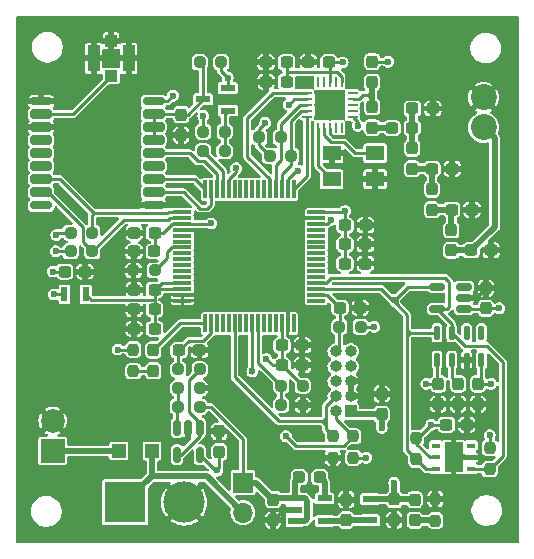
<source format=gbr>
%TF.GenerationSoftware,KiCad,Pcbnew,8.0.3*%
%TF.CreationDate,2025-04-14T11:30:40+02:00*%
%TF.ProjectId,picoballoon,7069636f-6261-46c6-9c6f-6f6e2e6b6963,rev?*%
%TF.SameCoordinates,Original*%
%TF.FileFunction,Copper,L1,Top*%
%TF.FilePolarity,Positive*%
%FSLAX46Y46*%
G04 Gerber Fmt 4.6, Leading zero omitted, Abs format (unit mm)*
G04 Created by KiCad (PCBNEW 8.0.3) date 2025-04-14 11:30:40*
%MOMM*%
%LPD*%
G01*
G04 APERTURE LIST*
G04 Aperture macros list*
%AMRoundRect*
0 Rectangle with rounded corners*
0 $1 Rounding radius*
0 $2 $3 $4 $5 $6 $7 $8 $9 X,Y pos of 4 corners*
0 Add a 4 corners polygon primitive as box body*
4,1,4,$2,$3,$4,$5,$6,$7,$8,$9,$2,$3,0*
0 Add four circle primitives for the rounded corners*
1,1,$1+$1,$2,$3*
1,1,$1+$1,$4,$5*
1,1,$1+$1,$6,$7*
1,1,$1+$1,$8,$9*
0 Add four rect primitives between the rounded corners*
20,1,$1+$1,$2,$3,$4,$5,0*
20,1,$1+$1,$4,$5,$6,$7,0*
20,1,$1+$1,$6,$7,$8,$9,0*
20,1,$1+$1,$8,$9,$2,$3,0*%
G04 Aperture macros list end*
%TA.AperFunction,SMDPad,CuDef*%
%ADD10R,1.300000X0.600000*%
%TD*%
%TA.AperFunction,SMDPad,CuDef*%
%ADD11RoundRect,0.237500X0.237500X-0.250000X0.237500X0.250000X-0.237500X0.250000X-0.237500X-0.250000X0*%
%TD*%
%TA.AperFunction,ComponentPad*%
%ADD12R,2.000000X2.000000*%
%TD*%
%TA.AperFunction,ComponentPad*%
%ADD13C,2.000000*%
%TD*%
%TA.AperFunction,SMDPad,CuDef*%
%ADD14RoundRect,0.237500X-0.300000X-0.237500X0.300000X-0.237500X0.300000X0.237500X-0.300000X0.237500X0*%
%TD*%
%TA.AperFunction,HeatsinkPad*%
%ADD15C,0.500000*%
%TD*%
%TA.AperFunction,SMDPad,CuDef*%
%ADD16RoundRect,0.237500X0.237500X-0.300000X0.237500X0.300000X-0.237500X0.300000X-0.237500X-0.300000X0*%
%TD*%
%TA.AperFunction,SMDPad,CuDef*%
%ADD17RoundRect,0.237500X0.250000X0.237500X-0.250000X0.237500X-0.250000X-0.237500X0.250000X-0.237500X0*%
%TD*%
%TA.AperFunction,SMDPad,CuDef*%
%ADD18RoundRect,0.237500X0.300000X0.237500X-0.300000X0.237500X-0.300000X-0.237500X0.300000X-0.237500X0*%
%TD*%
%TA.AperFunction,SMDPad,CuDef*%
%ADD19RoundRect,0.150000X0.512500X0.150000X-0.512500X0.150000X-0.512500X-0.150000X0.512500X-0.150000X0*%
%TD*%
%TA.AperFunction,SMDPad,CuDef*%
%ADD20R,1.200000X0.600000*%
%TD*%
%TA.AperFunction,SMDPad,CuDef*%
%ADD21RoundRect,0.237500X-0.237500X0.300000X-0.237500X-0.300000X0.237500X-0.300000X0.237500X0.300000X0*%
%TD*%
%TA.AperFunction,SMDPad,CuDef*%
%ADD22R,1.000000X1.000000*%
%TD*%
%TA.AperFunction,SMDPad,CuDef*%
%ADD23R,1.050000X2.200000*%
%TD*%
%TA.AperFunction,SMDPad,CuDef*%
%ADD24RoundRect,0.237500X0.237500X-0.287500X0.237500X0.287500X-0.237500X0.287500X-0.237500X-0.287500X0*%
%TD*%
%TA.AperFunction,SMDPad,CuDef*%
%ADD25RoundRect,0.237500X-0.237500X0.250000X-0.237500X-0.250000X0.237500X-0.250000X0.237500X0.250000X0*%
%TD*%
%TA.AperFunction,ComponentPad*%
%ADD26C,2.200000*%
%TD*%
%TA.AperFunction,SMDPad,CuDef*%
%ADD27RoundRect,0.237500X-0.237500X0.287500X-0.237500X-0.287500X0.237500X-0.287500X0.237500X0.287500X0*%
%TD*%
%TA.AperFunction,SMDPad,CuDef*%
%ADD28RoundRect,0.237500X-0.250000X-0.237500X0.250000X-0.237500X0.250000X0.237500X-0.250000X0.237500X0*%
%TD*%
%TA.AperFunction,SMDPad,CuDef*%
%ADD29R,1.600000X1.250000*%
%TD*%
%TA.AperFunction,SMDPad,CuDef*%
%ADD30RoundRect,0.237500X-0.287500X-0.237500X0.287500X-0.237500X0.287500X0.237500X-0.287500X0.237500X0*%
%TD*%
%TA.AperFunction,ComponentPad*%
%ADD31R,1.000000X1.000000*%
%TD*%
%TA.AperFunction,ComponentPad*%
%ADD32O,1.000000X1.000000*%
%TD*%
%TA.AperFunction,SMDPad,CuDef*%
%ADD33RoundRect,0.150000X-0.150000X0.512500X-0.150000X-0.512500X0.150000X-0.512500X0.150000X0.512500X0*%
%TD*%
%TA.AperFunction,SMDPad,CuDef*%
%ADD34R,1.200000X1.200000*%
%TD*%
%TA.AperFunction,SMDPad,CuDef*%
%ADD35R,0.600000X1.250000*%
%TD*%
%TA.AperFunction,SMDPad,CuDef*%
%ADD36RoundRect,0.075000X-0.700000X-0.075000X0.700000X-0.075000X0.700000X0.075000X-0.700000X0.075000X0*%
%TD*%
%TA.AperFunction,SMDPad,CuDef*%
%ADD37RoundRect,0.075000X-0.075000X-0.700000X0.075000X-0.700000X0.075000X0.700000X-0.075000X0.700000X0*%
%TD*%
%TA.AperFunction,SMDPad,CuDef*%
%ADD38RoundRect,0.125000X0.125000X-0.475000X0.125000X0.475000X-0.125000X0.475000X-0.125000X-0.475000X0*%
%TD*%
%TA.AperFunction,SMDPad,CuDef*%
%ADD39R,1.250000X0.600000*%
%TD*%
%TA.AperFunction,SMDPad,CuDef*%
%ADD40RoundRect,0.175000X0.725000X0.175000X-0.725000X0.175000X-0.725000X-0.175000X0.725000X-0.175000X0*%
%TD*%
%TA.AperFunction,SMDPad,CuDef*%
%ADD41RoundRect,0.200000X0.700000X0.200000X-0.700000X0.200000X-0.700000X-0.200000X0.700000X-0.200000X0*%
%TD*%
%TA.AperFunction,ComponentPad*%
%ADD42R,3.500000X3.500000*%
%TD*%
%TA.AperFunction,ComponentPad*%
%ADD43C,3.500000*%
%TD*%
%TA.AperFunction,SMDPad,CuDef*%
%ADD44RoundRect,0.062500X0.362500X0.062500X-0.362500X0.062500X-0.362500X-0.062500X0.362500X-0.062500X0*%
%TD*%
%TA.AperFunction,SMDPad,CuDef*%
%ADD45RoundRect,0.062500X0.062500X0.362500X-0.062500X0.362500X-0.062500X-0.362500X0.062500X-0.362500X0*%
%TD*%
%TA.AperFunction,HeatsinkPad*%
%ADD46R,2.600000X2.600000*%
%TD*%
%TA.AperFunction,SMDPad,CuDef*%
%ADD47R,0.800000X0.450000*%
%TD*%
%TA.AperFunction,SMDPad,CuDef*%
%ADD48R,1.600000X2.500000*%
%TD*%
%TA.AperFunction,ComponentPad*%
%ADD49R,1.700000X1.700000*%
%TD*%
%TA.AperFunction,ComponentPad*%
%ADD50O,1.700000X1.700000*%
%TD*%
%TA.AperFunction,ViaPad*%
%ADD51C,0.600000*%
%TD*%
%TA.AperFunction,Conductor*%
%ADD52C,0.500000*%
%TD*%
%TA.AperFunction,Conductor*%
%ADD53C,0.250000*%
%TD*%
G04 APERTURE END LIST*
D10*
%TO.P,Q1,1,D*%
%TO.N,Net-(Q1-D)*%
X134850000Y-91270000D03*
%TO.P,Q1,2,G*%
%TO.N,Net-(Q1-G)*%
X136950000Y-92220000D03*
%TO.P,Q1,3,S*%
%TO.N,+3.3V*%
X136950000Y-90320000D03*
%TD*%
D11*
%TO.P,R6,1*%
%TO.N,/SCL_SENS*%
X152900000Y-121762500D03*
%TO.P,R6,2*%
%TO.N,+3.3V*%
X152900000Y-119937500D03*
%TD*%
D12*
%TO.P,SC1,1,+*%
%TO.N,Net-(D1-A)*%
X122120000Y-121025000D03*
D13*
%TO.P,SC1,2,-*%
%TO.N,GND*%
X122120000Y-118485000D03*
%TD*%
D14*
%TO.P,C29,1*%
%TO.N,Net-(C29-Pad1)*%
X150841250Y-93695000D03*
%TO.P,C29,2*%
%TO.N,Net-(C29-Pad2)*%
X152566250Y-93695000D03*
%TD*%
D15*
%TO.P,,21,GND*%
%TO.N,GND*%
X144543750Y-91735000D03*
%TD*%
D11*
%TO.P,R15,1*%
%TO.N,+3.3V*%
X147560000Y-121622500D03*
%TO.P,R15,2*%
%TO.N,/SWD_DIO*%
X147560000Y-119797500D03*
%TD*%
D16*
%TO.P,C37,1*%
%TO.N,+3.3V*%
X149980000Y-117952500D03*
%TO.P,C37,2*%
%TO.N,GND*%
X149980000Y-116227500D03*
%TD*%
D17*
%TO.P,R21,1*%
%TO.N,+3.3V*%
X136390000Y-88140000D03*
%TO.P,R21,2*%
%TO.N,Net-(Q1-D)*%
X134565000Y-88140000D03*
%TD*%
D18*
%TO.P,C30,1*%
%TO.N,GND*%
X154306250Y-92045000D03*
%TO.P,C30,2*%
%TO.N,Net-(C29-Pad2)*%
X152581250Y-92045000D03*
%TD*%
D19*
%TO.P,U4,1,V_{DD}*%
%TO.N,+3.3V*%
X156947500Y-109030000D03*
%TO.P,U4,2,GND*%
%TO.N,GND*%
X156947500Y-108080000D03*
%TO.P,U4,3,ALERT*%
%TO.N,unconnected-(U4-ALERT-Pad3)*%
X156947500Y-107130000D03*
%TO.P,U4,4,SCLK*%
%TO.N,/SCL_SENS*%
X154672500Y-107130000D03*
%TO.P,U4,5,SDA*%
%TO.N,/SDA_SENS*%
X154672500Y-109030000D03*
%TD*%
D14*
%TO.P,C7,1*%
%TO.N,+3.3V*%
X141537500Y-112100000D03*
%TO.P,C7,2*%
%TO.N,GND*%
X143262500Y-112100000D03*
%TD*%
D20*
%TO.P,PS1,1,VIN*%
%TO.N,+U_SC*%
X142640000Y-125060000D03*
%TO.P,PS1,2,GND*%
%TO.N,GND*%
X142640000Y-126010000D03*
%TO.P,PS1,3,EN*%
%TO.N,+U_SC*%
X142640000Y-126960000D03*
%TO.P,PS1,4,VOUT*%
%TO.N,Net-(PS1-VOUT)*%
X145140000Y-126960000D03*
%TO.P,PS1,5,L*%
%TO.N,Net-(PS1-L)*%
X145140000Y-125060000D03*
%TD*%
D21*
%TO.P,C21,1*%
%TO.N,+3.3V*%
X158130000Y-115355000D03*
%TO.P,C21,2*%
%TO.N,GND*%
X158130000Y-117080000D03*
%TD*%
D16*
%TO.P,C19,1*%
%TO.N,+3.3V*%
X158810000Y-108960000D03*
%TO.P,C19,2*%
%TO.N,GND*%
X158810000Y-107235000D03*
%TD*%
D17*
%TO.P,R14,1*%
%TO.N,/ADC*%
X134572500Y-114140000D03*
%TO.P,R14,2*%
%TO.N,Net-(IC1-PTE30)*%
X132747500Y-114140000D03*
%TD*%
D18*
%TO.P,C28,1*%
%TO.N,+3.3V*%
X141926250Y-89775000D03*
%TO.P,C28,2*%
%TO.N,GND*%
X140201250Y-89775000D03*
%TD*%
%TO.P,C31,1*%
%TO.N,GND*%
X155956250Y-97145000D03*
%TO.P,C31,2*%
%TO.N,Net-(C31-Pad2)*%
X154231250Y-97145000D03*
%TD*%
D22*
%TO.P,J3,1,In*%
%TO.N,Net-(J3-In)*%
X127080000Y-89300000D03*
D23*
%TO.P,J3,2,Ext*%
%TO.N,GND*%
X125605000Y-87800000D03*
D22*
X127080000Y-86300000D03*
D23*
X128555000Y-87800000D03*
%TD*%
D21*
%TO.P,C20,1*%
%TO.N,Net-(U2-CAP)*%
X156460000Y-115355000D03*
%TO.P,C20,2*%
%TO.N,GND*%
X156460000Y-117080000D03*
%TD*%
D14*
%TO.P,C11,1*%
%TO.N,+3.3V*%
X146885000Y-101940000D03*
%TO.P,C11,2*%
%TO.N,GND*%
X148610000Y-101940000D03*
%TD*%
D24*
%TO.P,D3,1,K*%
%TO.N,Net-(D3-K)*%
X152790000Y-126905000D03*
%TO.P,D3,2,A*%
%TO.N,+3.3V*%
X152790000Y-125155000D03*
%TD*%
D17*
%TO.P,R12,1*%
%TO.N,Net-(IC1-PTE18)*%
X130790000Y-105760000D03*
%TO.P,R12,2*%
%TO.N,GND*%
X128965000Y-105760000D03*
%TD*%
D25*
%TO.P,R11,1*%
%TO.N,+3.3V*%
X128960000Y-112457500D03*
%TO.P,R11,2*%
%TO.N,Net-(D2-A)*%
X128960000Y-114282500D03*
%TD*%
D26*
%TO.P,AE1,1,A*%
%TO.N,Net-(AE1-A)*%
X158610000Y-93640000D03*
%TO.P,AE1,2,Shield*%
%TO.N,GND*%
X158610000Y-91100000D03*
%TD*%
D21*
%TO.P,C24,1*%
%TO.N,Net-(Q1-D)*%
X133002500Y-92567500D03*
%TO.P,C24,2*%
%TO.N,GND*%
X133002500Y-94292500D03*
%TD*%
D15*
%TO.P,,21,GND*%
%TO.N,GND*%
X145588750Y-91745000D03*
%TD*%
D27*
%TO.P,L6,1,1*%
%TO.N,Net-(C29-Pad2)*%
X152563750Y-95390000D03*
%TO.P,L6,2,2*%
%TO.N,Net-(C31-Pad2)*%
X152563750Y-97140000D03*
%TD*%
D16*
%TO.P,C18,1*%
%TO.N,+3.3V*%
X136230000Y-121112500D03*
%TO.P,C18,2*%
%TO.N,GND*%
X136230000Y-119387500D03*
%TD*%
D17*
%TO.P,R19,1*%
%TO.N,GND*%
X143302500Y-117150000D03*
%TO.P,R19,2*%
%TO.N,Net-(IC1-PTA4)*%
X141477500Y-117150000D03*
%TD*%
%TO.P,R13,1*%
%TO.N,+3.3V*%
X143292500Y-115500000D03*
%TO.P,R13,2*%
%TO.N,Net-(IC1-PTA4)*%
X141467500Y-115500000D03*
%TD*%
D18*
%TO.P,C6,1*%
%TO.N,+3.3V*%
X130742500Y-104150000D03*
%TO.P,C6,2*%
%TO.N,GND*%
X129017500Y-104150000D03*
%TD*%
D28*
%TO.P,R7,1*%
%TO.N,+3.3V*%
X139597500Y-94480000D03*
%TO.P,R7,2*%
%TO.N,/MISO*%
X141422500Y-94480000D03*
%TD*%
D18*
%TO.P,C26,1*%
%TO.N,+3.3V*%
X145496250Y-88145000D03*
%TO.P,C26,2*%
%TO.N,GND*%
X143771250Y-88145000D03*
%TD*%
D14*
%TO.P,C17,1*%
%TO.N,Net-(IC1-PTE30)*%
X132827500Y-112530000D03*
%TO.P,C17,2*%
%TO.N,GND*%
X134552500Y-112530000D03*
%TD*%
D15*
%TO.P,,21,GND*%
%TO.N,GND*%
X145583750Y-90695000D03*
%TD*%
D18*
%TO.P,C32,1*%
%TO.N,GND*%
X157616250Y-100615000D03*
%TO.P,C32,2*%
%TO.N,Net-(C32-Pad2)*%
X155891250Y-100615000D03*
%TD*%
D29*
%TO.P,Y1,1,1*%
%TO.N,Net-(U1-XOUT)*%
X145733750Y-98025000D03*
%TO.P,Y1,2,2*%
%TO.N,GND*%
X149433750Y-98025000D03*
%TO.P,Y1,3,3*%
X145733750Y-95825000D03*
%TO.P,Y1,4,4*%
%TO.N,Net-(U1-XIN)*%
X149433750Y-95825000D03*
%TD*%
D15*
%TO.P,,21,GND*%
%TO.N,GND*%
X146633750Y-91735000D03*
%TD*%
D14*
%TO.P,C9,1*%
%TO.N,+3.3V*%
X146877500Y-103540000D03*
%TO.P,C9,2*%
%TO.N,GND*%
X148602500Y-103540000D03*
%TD*%
D27*
%TO.P,L8,1,1*%
%TO.N,Net-(C32-Pad2)*%
X155883750Y-102310000D03*
%TO.P,L8,2,2*%
%TO.N,Net-(AE1-A)*%
X155883750Y-104060000D03*
%TD*%
D30*
%TO.P,L1,1,1*%
%TO.N,+U_SC*%
X142995000Y-123270000D03*
%TO.P,L1,2,2*%
%TO.N,Net-(PS1-L)*%
X144745000Y-123270000D03*
%TD*%
D28*
%TO.P,R8,1*%
%TO.N,+3.3V*%
X140497500Y-96060000D03*
%TO.P,R8,2*%
%TO.N,/MOSI*%
X142322500Y-96060000D03*
%TD*%
D31*
%TO.P,J1,1,Pin_1*%
%TO.N,+3.3V*%
X147360000Y-117690000D03*
D32*
%TO.P,J1,2,Pin_2*%
%TO.N,/SWD_DIO*%
X146090000Y-117690000D03*
%TO.P,J1,3,Pin_3*%
%TO.N,GND*%
X147360000Y-116420000D03*
%TO.P,J1,4,Pin_4*%
%TO.N,/SWD_CLK*%
X146090000Y-116420000D03*
%TO.P,J1,5,Pin_5*%
%TO.N,GND*%
X147360000Y-115150000D03*
%TO.P,J1,6,Pin_6*%
%TO.N,unconnected-(J1-Pin_6-Pad6)*%
X146090000Y-115150000D03*
%TO.P,J1,7,Pin_7*%
%TO.N,unconnected-(J1-Pin_7-Pad7)*%
X147360000Y-113880000D03*
%TO.P,J1,8,Pin_8*%
%TO.N,unconnected-(J1-Pin_8-Pad8)*%
X146090000Y-113880000D03*
%TO.P,J1,9,Pin_9*%
%TO.N,unconnected-(J1-Pin_9-Pad9)*%
X147360000Y-112610000D03*
%TO.P,J1,10,Pin_10*%
%TO.N,/RESET*%
X146090000Y-112610000D03*
%TD*%
D33*
%TO.P,U6,1*%
%TO.N,/ADC*%
X134567500Y-119080000D03*
%TO.P,U6,2,V-*%
%TO.N,GND*%
X133617500Y-119080000D03*
%TO.P,U6,3,+*%
%TO.N,Net-(U6-+)*%
X132667500Y-119080000D03*
%TO.P,U6,4,-*%
%TO.N,/ADC*%
X132667500Y-121355000D03*
%TO.P,U6,5,V+*%
%TO.N,+3.3V*%
X134567500Y-121355000D03*
%TD*%
D25*
%TO.P,R16,1*%
%TO.N,/SWD_CLK*%
X145840000Y-119797500D03*
%TO.P,R16,2*%
%TO.N,GND*%
X145840000Y-121622500D03*
%TD*%
D14*
%TO.P,C8,1*%
%TO.N,+3.3V*%
X141537500Y-113780000D03*
%TO.P,C8,2*%
%TO.N,GND*%
X143262500Y-113780000D03*
%TD*%
D34*
%TO.P,D1,1,K*%
%TO.N,+U_SC1*%
X130530000Y-121040000D03*
%TO.P,D1,2,A*%
%TO.N,Net-(D1-A)*%
X127730000Y-121040000D03*
%TD*%
D18*
%TO.P,C27,1*%
%TO.N,+3.3V*%
X141923750Y-88145000D03*
%TO.P,C27,2*%
%TO.N,GND*%
X140198750Y-88145000D03*
%TD*%
%TO.P,C15,1*%
%TO.N,+3.3VA*%
X130750000Y-110710000D03*
%TO.P,C15,2*%
%TO.N,GND*%
X129025000Y-110710000D03*
%TD*%
D28*
%TO.P,R20,1*%
%TO.N,/GNSS_EN*%
X134847500Y-95650000D03*
%TO.P,R20,2*%
%TO.N,Net-(Q1-G)*%
X136672500Y-95650000D03*
%TD*%
D14*
%TO.P,C23,1*%
%TO.N,+3.3V*%
X155457500Y-118820000D03*
%TO.P,C23,2*%
%TO.N,GND*%
X157182500Y-118820000D03*
%TD*%
D16*
%TO.P,C3,1*%
%TO.N,Net-(PS1-VOUT)*%
X146970000Y-126882500D03*
%TO.P,C3,2*%
%TO.N,GND*%
X146970000Y-125157500D03*
%TD*%
D35*
%TO.P,FB3,1*%
%TO.N,+3.3V*%
X123120000Y-107780000D03*
%TO.P,FB3,2*%
%TO.N,+3.3VA*%
X124920000Y-107780000D03*
%TD*%
D27*
%TO.P,L4,1,1*%
%TO.N,+3.3V*%
X149163750Y-88070000D03*
%TO.P,L4,2,2*%
%TO.N,Net-(U1-TX)*%
X149163750Y-89820000D03*
%TD*%
D14*
%TO.P,C12,1*%
%TO.N,+3.3V*%
X123125000Y-105850000D03*
%TO.P,C12,2*%
%TO.N,GND*%
X124850000Y-105850000D03*
%TD*%
D27*
%TO.P,D2,1,K*%
%TO.N,/LED*%
X130650000Y-112497500D03*
%TO.P,D2,2,A*%
%TO.N,Net-(D2-A)*%
X130650000Y-114247500D03*
%TD*%
D36*
%TO.P,IC1,1,PTE0*%
%TO.N,/GNSS_SDA*%
X133095000Y-100810000D03*
%TO.P,IC1,2,PTE1*%
%TO.N,/GNSS_SCL*%
X133095000Y-101310000D03*
%TO.P,IC1,3,VDD_1*%
%TO.N,+3.3V*%
X133095000Y-101810000D03*
%TO.P,IC1,4,VSS_1*%
%TO.N,GND*%
X133095000Y-102310000D03*
%TO.P,IC1,5,PTE16*%
%TO.N,unconnected-(IC1-PTE16-Pad5)*%
X133095000Y-102810000D03*
%TO.P,IC1,6,PTE17*%
%TO.N,unconnected-(IC1-PTE17-Pad6)*%
X133095000Y-103310000D03*
%TO.P,IC1,7,PTE18*%
%TO.N,Net-(IC1-PTE18)*%
X133095000Y-103810000D03*
%TO.P,IC1,8,PTE19*%
%TO.N,unconnected-(IC1-PTE19-Pad8)*%
X133095000Y-104310000D03*
%TO.P,IC1,9,PTE20*%
%TO.N,unconnected-(IC1-PTE20-Pad9)*%
X133095000Y-104810000D03*
%TO.P,IC1,10,PTE21*%
%TO.N,unconnected-(IC1-PTE21-Pad10)*%
X133095000Y-105310000D03*
%TO.P,IC1,11,PTE22*%
%TO.N,unconnected-(IC1-PTE22-Pad11)*%
X133095000Y-105810000D03*
%TO.P,IC1,12,PTE23*%
%TO.N,unconnected-(IC1-PTE23-Pad12)*%
X133095000Y-106310000D03*
%TO.P,IC1,13,VDDA*%
%TO.N,+3.3VA*%
X133095000Y-106810000D03*
%TO.P,IC1,14,VREFH_VREFO*%
X133095000Y-107310000D03*
%TO.P,IC1,15,VREFL*%
%TO.N,GND*%
X133095000Y-107810000D03*
%TO.P,IC1,16,VSSA*%
X133095000Y-108310000D03*
D37*
%TO.P,IC1,17,PTE29*%
%TO.N,/LED*%
X135020000Y-110235000D03*
%TO.P,IC1,18,PTE30*%
%TO.N,Net-(IC1-PTE30)*%
X135520000Y-110235000D03*
%TO.P,IC1,19,PTE31*%
%TO.N,unconnected-(IC1-PTE31-Pad19)*%
X136020000Y-110235000D03*
%TO.P,IC1,20,PTE24*%
%TO.N,unconnected-(IC1-PTE24-Pad20)*%
X136520000Y-110235000D03*
%TO.P,IC1,21,PTE25*%
%TO.N,unconnected-(IC1-PTE25-Pad21)*%
X137020000Y-110235000D03*
%TO.P,IC1,22,PTA0*%
%TO.N,/SWD_CLK*%
X137520000Y-110235000D03*
%TO.P,IC1,23,PTA1*%
%TO.N,unconnected-(IC1-PTA1-Pad23)*%
X138020000Y-110235000D03*
%TO.P,IC1,24,PTA2*%
%TO.N,unconnected-(IC1-PTA2-Pad24)*%
X138520000Y-110235000D03*
%TO.P,IC1,25,PTA3*%
%TO.N,/SWD_DIO*%
X139020000Y-110235000D03*
%TO.P,IC1,26,PTA4*%
%TO.N,Net-(IC1-PTA4)*%
X139520000Y-110235000D03*
%TO.P,IC1,27,PTA5*%
%TO.N,unconnected-(IC1-PTA5-Pad27)*%
X140020000Y-110235000D03*
%TO.P,IC1,28,PTA12*%
%TO.N,unconnected-(IC1-PTA12-Pad28)*%
X140520000Y-110235000D03*
%TO.P,IC1,29,PTA13*%
%TO.N,unconnected-(IC1-PTA13-Pad29)*%
X141020000Y-110235000D03*
%TO.P,IC1,30,VDD_2*%
%TO.N,+3.3V*%
X141520000Y-110235000D03*
%TO.P,IC1,31,VSS_2*%
%TO.N,GND*%
X142020000Y-110235000D03*
%TO.P,IC1,32,PTA18*%
%TO.N,unconnected-(IC1-PTA18-Pad32)*%
X142520000Y-110235000D03*
D36*
%TO.P,IC1,33,PTA19*%
%TO.N,unconnected-(IC1-PTA19-Pad33)*%
X144445000Y-108310000D03*
%TO.P,IC1,34,PTA20*%
%TO.N,/RESET*%
X144445000Y-107810000D03*
%TO.P,IC1,35,PTB0/LLWU_P5*%
%TO.N,/SCL_SENS*%
X144445000Y-107310000D03*
%TO.P,IC1,36,PTB1*%
%TO.N,/SDA_SENS*%
X144445000Y-106810000D03*
%TO.P,IC1,37,PTB2*%
%TO.N,unconnected-(IC1-PTB2-Pad37)*%
X144445000Y-106310000D03*
%TO.P,IC1,38,PTB3*%
%TO.N,unconnected-(IC1-PTB3-Pad38)*%
X144445000Y-105810000D03*
%TO.P,IC1,39,PTB16*%
%TO.N,unconnected-(IC1-PTB16-Pad39)*%
X144445000Y-105310000D03*
%TO.P,IC1,40,PTB17*%
%TO.N,unconnected-(IC1-PTB17-Pad40)*%
X144445000Y-104810000D03*
%TO.P,IC1,41,PTB18*%
%TO.N,unconnected-(IC1-PTB18-Pad41)*%
X144445000Y-104310000D03*
%TO.P,IC1,42,PTB19*%
%TO.N,unconnected-(IC1-PTB19-Pad42)*%
X144445000Y-103810000D03*
%TO.P,IC1,43,PTC0*%
%TO.N,unconnected-(IC1-PTC0-Pad43)*%
X144445000Y-103310000D03*
%TO.P,IC1,44,PTC1/LLWU_P6/RTC_CLKIN*%
%TO.N,unconnected-(IC1-PTC1{slash}LLWU_P6{slash}RTC_CLKIN-Pad44)*%
X144445000Y-102810000D03*
%TO.P,IC1,45,PTC2*%
%TO.N,unconnected-(IC1-PTC2-Pad45)*%
X144445000Y-102310000D03*
%TO.P,IC1,46,PTC3/LLWU_P7*%
%TO.N,/SDN*%
X144445000Y-101810000D03*
%TO.P,IC1,47,VSS_3*%
%TO.N,GND*%
X144445000Y-101310000D03*
%TO.P,IC1,48,VDD_3*%
%TO.N,+3.3V*%
X144445000Y-100810000D03*
D37*
%TO.P,IC1,49,PTC4/LLWU_P8*%
%TO.N,/nSEL*%
X142520000Y-98885000D03*
%TO.P,IC1,50,PTC5/LLWU_P9*%
%TO.N,/SCLK*%
X142020000Y-98885000D03*
%TO.P,IC1,51,PTC6/LLWU_P10*%
%TO.N,/MOSI*%
X141520000Y-98885000D03*
%TO.P,IC1,52,PTC7*%
%TO.N,/MISO*%
X141020000Y-98885000D03*
%TO.P,IC1,53,PTC8*%
%TO.N,/nIRQ*%
X140520000Y-98885000D03*
%TO.P,IC1,54,PTC9*%
%TO.N,unconnected-(IC1-PTC9-Pad54)*%
X140020000Y-98885000D03*
%TO.P,IC1,55,PTC10*%
%TO.N,unconnected-(IC1-PTC10-Pad55)*%
X139520000Y-98885000D03*
%TO.P,IC1,56,PTC11*%
%TO.N,unconnected-(IC1-PTC11-Pad56)*%
X139020000Y-98885000D03*
%TO.P,IC1,57,PTD0*%
%TO.N,unconnected-(IC1-PTD0-Pad57)*%
X138520000Y-98885000D03*
%TO.P,IC1,58,PTD1*%
%TO.N,unconnected-(IC1-PTD1-Pad58)*%
X138020000Y-98885000D03*
%TO.P,IC1,59,PTD2*%
%TO.N,unconnected-(IC1-PTD2-Pad59)*%
X137520000Y-98885000D03*
%TO.P,IC1,60,PTD3*%
%TO.N,/GNSS_RESET*%
X137020000Y-98885000D03*
%TO.P,IC1,61,PTD4/LLWU_P14*%
%TO.N,/GNSS_EN*%
X136520000Y-98885000D03*
%TO.P,IC1,62,PTD5*%
%TO.N,/GNSS_EXTINT*%
X136020000Y-98885000D03*
%TO.P,IC1,63,PTD6/LLWU_P15*%
%TO.N,/GNSS_TX*%
X135520000Y-98885000D03*
%TO.P,IC1,64,PTD7*%
%TO.N,/GNSS_RX*%
X135020000Y-98885000D03*
%TD*%
D14*
%TO.P,C10,1*%
%TO.N,+3.3V*%
X146877500Y-105170000D03*
%TO.P,C10,2*%
%TO.N,GND*%
X148602500Y-105170000D03*
%TD*%
D38*
%TO.P,U2,1,VDD*%
%TO.N,+3.3V*%
X154665000Y-113340000D03*
%TO.P,U2,2,CAP*%
%TO.N,Net-(U2-CAP)*%
X155915000Y-113340000D03*
%TO.P,U2,3,GND*%
%TO.N,GND*%
X157165000Y-113340000D03*
%TO.P,U2,4,VDDIO*%
%TO.N,+3.3V*%
X158415000Y-113340000D03*
%TO.P,U2,5,INT2*%
%TO.N,unconnected-(U2-INT2-Pad5)*%
X158415000Y-111040000D03*
%TO.P,U2,6,INT1*%
%TO.N,unconnected-(U2-INT1-Pad6)*%
X157165000Y-111040000D03*
%TO.P,U2,7,SDL*%
%TO.N,/SDA_SENS*%
X155915000Y-111040000D03*
%TO.P,U2,8,SCL*%
%TO.N,/SCL_SENS*%
X154665000Y-111040000D03*
%TD*%
D28*
%TO.P,R3,1*%
%TO.N,+3.3V*%
X123645000Y-102550000D03*
%TO.P,R3,2*%
%TO.N,/GNSS_SDA*%
X125470000Y-102550000D03*
%TD*%
D27*
%TO.P,L5,1,1*%
%TO.N,Net-(U1-TX)*%
X149173750Y-91910000D03*
%TO.P,L5,2,2*%
%TO.N,Net-(C29-Pad1)*%
X149173750Y-93660000D03*
%TD*%
D39*
%TO.P,FB1,1*%
%TO.N,Net-(PS1-VOUT)*%
X148980000Y-126920000D03*
%TO.P,FB1,2*%
%TO.N,+3.3V*%
X148980000Y-125120000D03*
%TD*%
D21*
%TO.P,C2,1*%
%TO.N,+U_SC*%
X140780000Y-125157500D03*
%TO.P,C2,2*%
%TO.N,GND*%
X140780000Y-126882500D03*
%TD*%
D18*
%TO.P,C5,1*%
%TO.N,+3.3V*%
X130757500Y-102580000D03*
%TO.P,C5,2*%
%TO.N,GND*%
X129032500Y-102580000D03*
%TD*%
D40*
%TO.P,U5,1,GND*%
%TO.N,GND*%
X130660000Y-100240000D03*
D41*
%TO.P,U5,2,TXD*%
%TO.N,/GNSS_TX*%
X130660000Y-99140000D03*
%TO.P,U5,3,RXD*%
%TO.N,/GNSS_RX*%
X130660000Y-98040000D03*
%TO.P,U5,4,TIMEPULSE*%
%TO.N,unconnected-(U5-TIMEPULSE-Pad4)*%
X130660000Y-96940000D03*
%TO.P,U5,5,EXTINT*%
%TO.N,/GNSS_EXTINT*%
X130660000Y-95840000D03*
%TO.P,U5,6,V_BCKP*%
%TO.N,Net-(Q1-D)*%
X130660000Y-94740000D03*
%TO.P,U5,7,VCC_IO*%
X130660000Y-93640000D03*
%TO.P,U5,8,VCC*%
X130660000Y-92540000D03*
D40*
%TO.P,U5,9,~{RESET}*%
%TO.N,/GNSS_RESET*%
X130660000Y-91440000D03*
%TO.P,U5,10,GND*%
%TO.N,GND*%
X121160000Y-91440000D03*
D41*
%TO.P,U5,11,RF_IN*%
%TO.N,Net-(J3-In)*%
X121160000Y-92540000D03*
%TO.P,U5,12,GND*%
%TO.N,GND*%
X121160000Y-93640000D03*
%TO.P,U5,13,LNA_EN*%
%TO.N,unconnected-(U5-LNA_EN-Pad13)*%
X121160000Y-94740000D03*
%TO.P,U5,14,VCC_RF*%
%TO.N,unconnected-(U5-VCC_RF-Pad14)*%
X121160000Y-95840000D03*
%TO.P,U5,15,VIO_SEL*%
%TO.N,unconnected-(U5-VIO_SEL-Pad15)*%
X121160000Y-96940000D03*
%TO.P,U5,16,SDA*%
%TO.N,/GNSS_SDA*%
X121160000Y-98040000D03*
%TO.P,U5,17,SCL*%
%TO.N,/GNSS_SCL*%
X121160000Y-99140000D03*
D40*
%TO.P,U5,18,~{SAFEBOOT}*%
%TO.N,unconnected-(U5-~{SAFEBOOT}-Pad18)*%
X121160000Y-100240000D03*
%TD*%
D28*
%TO.P,R19,1*%
%TO.N,+3.3V*%
X134867500Y-94000000D03*
%TO.P,R19,2*%
%TO.N,Net-(Q1-G)*%
X136692500Y-94000000D03*
%TD*%
D42*
%TO.P,C1,1*%
%TO.N,+U_SC1*%
X128270000Y-125400000D03*
D43*
%TO.P,C1,2*%
%TO.N,GND*%
X133270000Y-125400000D03*
%TD*%
D25*
%TO.P,R1,1*%
%TO.N,GND*%
X154520000Y-125107500D03*
%TO.P,R1,2*%
%TO.N,Net-(D3-K)*%
X154520000Y-126932500D03*
%TD*%
D44*
%TO.P,U1,1,SDN*%
%TO.N,/SDN*%
X147513750Y-92745000D03*
%TO.P,U1,2,RXp*%
%TO.N,unconnected-(U1-RXp-Pad2)*%
X147513750Y-92245000D03*
%TO.P,U1,3,RXn*%
%TO.N,unconnected-(U1-RXn-Pad3)*%
X147513750Y-91745000D03*
%TO.P,U1,4,TX*%
%TO.N,Net-(U1-TX)*%
X147513750Y-91245000D03*
%TO.P,U1,5,NC*%
%TO.N,unconnected-(U1-NC-Pad5)*%
X147513750Y-90745000D03*
D45*
%TO.P,U1,6,VDD*%
%TO.N,+3.3V*%
X146588750Y-89820000D03*
%TO.P,U1,7,TXRAMP*%
%TO.N,unconnected-(U1-TXRAMP-Pad7)*%
X146088750Y-89820000D03*
%TO.P,U1,8,VDD*%
%TO.N,+3.3V*%
X145588750Y-89820000D03*
%TO.P,U1,9,GPIO0*%
%TO.N,unconnected-(U1-GPIO0-Pad9)*%
X145088750Y-89820000D03*
%TO.P,U1,10,GPIO1*%
%TO.N,unconnected-(U1-GPIO1-Pad10)*%
X144588750Y-89820000D03*
D44*
%TO.P,U1,11,~{IRQ}*%
%TO.N,/nIRQ*%
X143663750Y-90745000D03*
%TO.P,U1,12,SCLK*%
%TO.N,/SCLK*%
X143663750Y-91245000D03*
%TO.P,U1,13,SDO*%
%TO.N,/MISO*%
X143663750Y-91745000D03*
%TO.P,U1,14,SDI*%
%TO.N,/MOSI*%
X143663750Y-92245000D03*
%TO.P,U1,15,~{SEL}*%
%TO.N,/nSEL*%
X143663750Y-92745000D03*
D45*
%TO.P,U1,16,XOUT*%
%TO.N,Net-(U1-XOUT)*%
X144588750Y-93670000D03*
%TO.P,U1,17,XIN*%
%TO.N,Net-(U1-XIN)*%
X145088750Y-93670000D03*
%TO.P,U1,18,GND*%
%TO.N,GND*%
X145588750Y-93670000D03*
%TO.P,U1,19,GPIO2*%
%TO.N,unconnected-(U1-GPIO2-Pad19)*%
X146088750Y-93670000D03*
%TO.P,U1,20,GPIO3*%
%TO.N,unconnected-(U1-GPIO3-Pad20)*%
X146588750Y-93670000D03*
D15*
%TO.P,U1,21,GND*%
%TO.N,GND*%
X146638750Y-92795000D03*
X146638750Y-90695000D03*
D46*
X145588750Y-91745000D03*
D15*
X144538750Y-92795000D03*
X144538750Y-90695000D03*
%TD*%
D47*
%TO.P,HM1,1,DATA*%
%TO.N,/SDA_SENS*%
X157510000Y-122580000D03*
%TO.P,HM1,2,GND*%
%TO.N,GND*%
X157510000Y-121580000D03*
%TO.P,HM1,3,NC_1*%
%TO.N,unconnected-(HM1-NC_1-Pad3)*%
X157510000Y-120580000D03*
%TO.P,HM1,4,NC_2*%
%TO.N,unconnected-(HM1-NC_2-Pad4)*%
X154610000Y-120580000D03*
%TO.P,HM1,5,VDD*%
%TO.N,+3.3V*%
X154610000Y-121580000D03*
%TO.P,HM1,6,SCK*%
%TO.N,/SCL_SENS*%
X154610000Y-122580000D03*
D48*
%TO.P,HM1,7,EP*%
%TO.N,GND*%
X156060000Y-121580000D03*
%TD*%
D27*
%TO.P,L7,1,1*%
%TO.N,Net-(C31-Pad2)*%
X154233750Y-98870000D03*
%TO.P,L7,2,2*%
%TO.N,Net-(C32-Pad2)*%
X154233750Y-100620000D03*
%TD*%
D17*
%TO.P,R2,1*%
%TO.N,+3.3V*%
X148212500Y-110530000D03*
%TO.P,R2,2*%
%TO.N,/RESET*%
X146387500Y-110530000D03*
%TD*%
D28*
%TO.P,R4,1*%
%TO.N,+3.3V*%
X123645000Y-104140000D03*
%TO.P,R4,2*%
%TO.N,/GNSS_SCL*%
X125470000Y-104140000D03*
%TD*%
D18*
%TO.P,C13,1*%
%TO.N,+3.3VA*%
X130752500Y-107400000D03*
%TO.P,C13,2*%
%TO.N,GND*%
X129027500Y-107400000D03*
%TD*%
%TO.P,C33,1*%
%TO.N,GND*%
X159256250Y-104055000D03*
%TO.P,C33,2*%
%TO.N,Net-(AE1-A)*%
X157531250Y-104055000D03*
%TD*%
%TO.P,C14,1*%
%TO.N,+3.3VA*%
X130750000Y-109040000D03*
%TO.P,C14,2*%
%TO.N,GND*%
X129025000Y-109040000D03*
%TD*%
D11*
%TO.P,R5,1*%
%TO.N,/SDA_SENS*%
X159120000Y-122582500D03*
%TO.P,R5,2*%
%TO.N,+3.3V*%
X159120000Y-120757500D03*
%TD*%
D15*
%TO.P,,21,GND*%
%TO.N,GND*%
X145583750Y-92795000D03*
%TD*%
D14*
%TO.P,C16,1*%
%TO.N,/RESET*%
X146437500Y-108900000D03*
%TO.P,C16,2*%
%TO.N,GND*%
X148162500Y-108900000D03*
%TD*%
D21*
%TO.P,C4,1*%
%TO.N,+3.3V*%
X151050000Y-125147500D03*
%TO.P,C4,2*%
%TO.N,GND*%
X151050000Y-126872500D03*
%TD*%
%TO.P,C22,1*%
%TO.N,+3.3V*%
X154780000Y-115355000D03*
%TO.P,C22,2*%
%TO.N,GND*%
X154780000Y-117080000D03*
%TD*%
D49*
%TO.P,J2,1,Pin_1*%
%TO.N,+U_SC*%
X138230000Y-123720000D03*
D50*
%TO.P,J2,2,Pin_2*%
%TO.N,+U_SC1*%
X138230000Y-126260000D03*
%TD*%
D28*
%TO.P,R18,1*%
%TO.N,Net-(U6-+)*%
X132757500Y-115720000D03*
%TO.P,R18,2*%
%TO.N,GND*%
X134582500Y-115720000D03*
%TD*%
D17*
%TO.P,R17,1*%
%TO.N,+U_SC*%
X134562500Y-117310000D03*
%TO.P,R17,2*%
%TO.N,Net-(U6-+)*%
X132737500Y-117310000D03*
%TD*%
D51*
%TO.N,GND*%
X161000000Y-102500000D03*
X129210000Y-118250000D03*
X158750000Y-100280000D03*
X119490000Y-89810000D03*
X156153750Y-95785000D03*
X134250000Y-128250000D03*
X140110000Y-116180000D03*
X149250000Y-128250000D03*
X156983750Y-95945000D03*
X121150000Y-111530000D03*
X155423750Y-99315000D03*
X161000000Y-91500000D03*
X155283750Y-95855000D03*
X160110000Y-102610000D03*
X119490000Y-117810000D03*
X140250000Y-128250000D03*
X126649039Y-115355314D03*
X126250000Y-128250000D03*
X140500000Y-84750000D03*
X148500000Y-84750000D03*
X161000000Y-111500000D03*
X149550000Y-86280000D03*
X158800000Y-99530000D03*
X147285000Y-94164375D03*
X132500000Y-84750000D03*
X158800000Y-105670000D03*
X140750000Y-122120000D03*
X160300000Y-96050000D03*
X153150000Y-123380000D03*
X158690000Y-96960000D03*
X119490000Y-101810000D03*
X145760000Y-104560000D03*
X130500000Y-84750000D03*
X158250000Y-128250000D03*
X155463750Y-92965000D03*
X125040000Y-117860000D03*
X161000000Y-106500000D03*
X158320000Y-95350000D03*
X157083750Y-98245000D03*
X119490000Y-108810000D03*
X128250000Y-128250000D03*
X147340000Y-107960000D03*
X157250000Y-128250000D03*
X119490000Y-111810000D03*
X146740000Y-86140000D03*
X135250000Y-128250000D03*
X139500000Y-84750000D03*
X158640000Y-118790000D03*
X124900000Y-94460000D03*
X145770000Y-102800000D03*
X152500000Y-84750000D03*
X124500000Y-84750000D03*
X136410000Y-112570000D03*
X142250000Y-128250000D03*
X129500000Y-84750000D03*
X161000000Y-120500000D03*
X144420000Y-119810000D03*
X119490000Y-110810000D03*
X138740000Y-101270000D03*
X124540000Y-111190000D03*
X155453275Y-98530330D03*
X161000000Y-96500000D03*
X142500000Y-84750000D03*
X136310000Y-114450000D03*
X124070000Y-115060000D03*
X134840000Y-102880000D03*
X133935382Y-97196073D03*
X128500000Y-84750000D03*
X145500000Y-84750000D03*
X124540000Y-97120000D03*
X139390000Y-107650000D03*
X153170000Y-116950000D03*
X154643750Y-93485000D03*
X150283750Y-91725000D03*
X153783750Y-94355000D03*
X151623750Y-90885000D03*
X151500000Y-84750000D03*
X126590000Y-96390000D03*
X144420000Y-110650000D03*
X150353750Y-89245000D03*
X129090000Y-116300000D03*
X119490000Y-92810000D03*
X125150000Y-126060000D03*
X142970000Y-94490000D03*
X140180000Y-104680000D03*
X119490000Y-97810000D03*
X151320000Y-116420000D03*
X161000000Y-105500000D03*
X123500000Y-84750000D03*
X160190000Y-94180000D03*
X143360000Y-89730000D03*
X123250000Y-128250000D03*
X156283750Y-98465000D03*
X151280000Y-118630000D03*
X161000000Y-92500000D03*
X121500000Y-84750000D03*
X147250000Y-128250000D03*
X135420000Y-118380000D03*
X157900000Y-102420000D03*
X161000000Y-86500000D03*
X127560000Y-117050000D03*
X147130000Y-97110000D03*
X125500000Y-84750000D03*
X154233750Y-90675000D03*
X157150000Y-102830000D03*
X130250000Y-128250000D03*
X146250000Y-128250000D03*
X119490000Y-95810000D03*
X150870000Y-102210000D03*
X133500000Y-84750000D03*
X155520000Y-94710000D03*
X160310000Y-97060000D03*
X156000000Y-105630000D03*
X155880000Y-89240000D03*
X150150000Y-112360000D03*
X123230000Y-89720000D03*
X155003750Y-90775000D03*
X152150000Y-86310000D03*
X119490000Y-123810000D03*
X125660000Y-119870000D03*
X150313750Y-90865000D03*
X156050000Y-124980000D03*
X142100000Y-104270000D03*
X137410000Y-122010000D03*
X123200000Y-112810000D03*
X138250000Y-128250000D03*
X161030000Y-85560000D03*
X150500000Y-84750000D03*
X151173750Y-92515000D03*
X127040000Y-99270000D03*
X155500000Y-84750000D03*
X132250000Y-128250000D03*
X133920000Y-98830000D03*
X158350000Y-101730000D03*
X119490000Y-125810000D03*
X153250000Y-128250000D03*
X141910000Y-107800000D03*
X130790000Y-116600000D03*
X145250000Y-128250000D03*
X153090000Y-113020000D03*
X139800000Y-120720000D03*
X127520000Y-118980000D03*
X161000000Y-122500000D03*
X119490000Y-114810000D03*
X161000000Y-113500000D03*
X119490000Y-103810000D03*
X158800000Y-101120000D03*
X156500000Y-84750000D03*
X119490000Y-88810000D03*
X161000000Y-87500000D03*
X156820000Y-92550000D03*
X143500000Y-84750000D03*
X136250000Y-128250000D03*
X119760000Y-84990000D03*
X161000000Y-94500000D03*
X119490000Y-104810000D03*
X136920000Y-116120000D03*
X150353750Y-92505000D03*
X131500000Y-84750000D03*
X157133750Y-99295000D03*
X131170000Y-88430000D03*
X146500000Y-84750000D03*
X154810000Y-86910000D03*
X161000000Y-123500000D03*
X156263750Y-99455000D03*
X139260000Y-95790000D03*
X137150000Y-103370000D03*
X126500000Y-84750000D03*
X136770000Y-106380000D03*
X129250000Y-128250000D03*
X119490000Y-126810000D03*
X160480000Y-84870000D03*
X161000000Y-118500000D03*
X137500000Y-84750000D03*
X155250000Y-128250000D03*
X161000000Y-124500000D03*
X140900000Y-101690000D03*
X134500000Y-84750000D03*
X161000000Y-108500000D03*
X132460000Y-96620000D03*
X137990000Y-86390000D03*
X161000000Y-115500000D03*
X161000000Y-121500000D03*
X119490000Y-124810000D03*
X122630000Y-110190000D03*
X125250000Y-128250000D03*
X158500000Y-84750000D03*
X161000000Y-109500000D03*
X158670000Y-96070000D03*
X119710000Y-127680000D03*
X161000000Y-88500000D03*
X142620000Y-86140000D03*
X138420000Y-118430000D03*
X143250000Y-128250000D03*
X119490000Y-87810000D03*
X135930000Y-108200000D03*
X161000000Y-117500000D03*
X138500000Y-84750000D03*
X135980000Y-126580000D03*
X119490000Y-93810000D03*
X147500000Y-84750000D03*
X119490000Y-99810000D03*
X161000000Y-100500000D03*
X155623750Y-91335000D03*
X161000000Y-112500000D03*
X121250000Y-128250000D03*
X119490000Y-106810000D03*
X137250000Y-128250000D03*
X152400000Y-104020000D03*
X119490000Y-121810000D03*
X152250000Y-128250000D03*
X144500000Y-84750000D03*
X150250000Y-128250000D03*
X123760000Y-100080000D03*
X151360000Y-99730000D03*
X139910000Y-115090000D03*
X140190000Y-112000000D03*
X152840000Y-108400000D03*
X158730000Y-97850000D03*
X153303750Y-90825000D03*
X160340000Y-100950000D03*
X161000000Y-101500000D03*
X141500000Y-84750000D03*
X157483750Y-97495000D03*
X128540000Y-122730000D03*
X153500000Y-84750000D03*
X159430000Y-114290000D03*
X119490000Y-112810000D03*
X138440000Y-88490000D03*
X153070000Y-109860000D03*
X161000000Y-103500000D03*
X124250000Y-128250000D03*
X150230000Y-120980000D03*
X151020000Y-107140000D03*
X144970000Y-109630000D03*
X138300000Y-113390000D03*
X161000000Y-90500000D03*
X147630000Y-99260000D03*
X157500000Y-84750000D03*
X119490000Y-105810000D03*
X161000000Y-95500000D03*
X140750000Y-92150000D03*
X154860000Y-108060000D03*
X119490000Y-119810000D03*
X157413750Y-96645000D03*
X119490000Y-91810000D03*
X153783750Y-95125000D03*
X119490000Y-98810000D03*
X151250000Y-128250000D03*
X119490000Y-113810000D03*
X161000000Y-110500000D03*
X119490000Y-86810000D03*
X119490000Y-94810000D03*
X159500000Y-84750000D03*
X150020000Y-108970000D03*
X119490000Y-120810000D03*
X127500000Y-84750000D03*
X154250000Y-128250000D03*
X148980000Y-126020000D03*
X161000000Y-99500000D03*
X119490000Y-102810000D03*
X125470000Y-113130000D03*
X137420000Y-120590000D03*
X160300000Y-98950000D03*
X161000000Y-89500000D03*
X122500000Y-84750000D03*
X161000000Y-97500000D03*
X161000000Y-119500000D03*
X119490000Y-116810000D03*
X130830000Y-118710000D03*
X148760000Y-100140000D03*
X128290000Y-97360000D03*
X158750000Y-98680000D03*
X150333750Y-90045000D03*
X141250000Y-128250000D03*
X161000000Y-125500000D03*
X136500000Y-84750000D03*
X160320000Y-98040000D03*
X153823750Y-93575000D03*
X161020000Y-127440000D03*
X119490000Y-100810000D03*
X161000000Y-126500000D03*
X161000000Y-93500000D03*
X161000000Y-114500000D03*
X128110000Y-94420000D03*
X160330000Y-101860000D03*
X119490000Y-109810000D03*
X160310000Y-95180000D03*
X119490000Y-122810000D03*
X128520000Y-91580000D03*
X143000000Y-119570000D03*
X126680000Y-101780000D03*
X149500000Y-84750000D03*
X119490000Y-96810000D03*
X119490000Y-118810000D03*
X133250000Y-128250000D03*
X119490000Y-90810000D03*
X119490000Y-85810000D03*
X120350000Y-128180000D03*
X153723750Y-95945000D03*
X150880000Y-110880000D03*
X160330000Y-100000000D03*
X139250000Y-128250000D03*
X156250000Y-128250000D03*
X152443750Y-90825000D03*
X157103750Y-102015000D03*
X122250000Y-128250000D03*
X138280000Y-112140000D03*
X151343750Y-91675000D03*
X161000000Y-107500000D03*
X124260000Y-124030000D03*
X135500000Y-84750000D03*
X144250000Y-128250000D03*
X155733750Y-92235000D03*
X161000000Y-104500000D03*
X150880000Y-113990000D03*
X126650000Y-92430000D03*
X154503750Y-95985000D03*
X152740000Y-88560000D03*
X119490000Y-107810000D03*
X121310000Y-114670000D03*
X159250000Y-128250000D03*
X161000000Y-116500000D03*
X119490000Y-115810000D03*
X132840000Y-86510000D03*
X160380000Y-128160000D03*
X135320000Y-104380000D03*
X150260000Y-100450000D03*
X154500000Y-84750000D03*
X148250000Y-128250000D03*
X161000000Y-98500000D03*
X131250000Y-128250000D03*
X120500000Y-84750000D03*
X127250000Y-128250000D03*
%TO.N,+3.3V*%
X150533750Y-88085000D03*
X136940000Y-89430000D03*
X122390000Y-104120000D03*
X136060000Y-122680000D03*
X146882500Y-100720000D03*
X122210000Y-107790000D03*
X159920000Y-108960000D03*
X146663750Y-88145000D03*
X153770000Y-115360000D03*
X134880000Y-92670000D03*
X140120000Y-93260000D03*
X122130000Y-105850000D03*
X154190000Y-118830000D03*
X127630000Y-112450000D03*
X159120000Y-119700000D03*
X148670000Y-121610000D03*
X149980000Y-119070000D03*
X159240000Y-115350000D03*
X140210000Y-113250000D03*
X135540000Y-101780000D03*
X122430000Y-102760000D03*
X149350000Y-110530000D03*
X151050000Y-123730000D03*
%TO.N,/SDN*%
X147960000Y-93510000D03*
X145711025Y-101486696D03*
%TO.N,/SCLK*%
X142100000Y-91710000D03*
X142920000Y-97310000D03*
%TO.N,/SWD_DIO*%
X141870000Y-119780000D03*
X139020000Y-114300000D03*
%TO.N,/GNSS_RESET*%
X132310000Y-90960000D03*
X137650000Y-97110000D03*
%TD*%
D52*
%TO.N,+U_SC*%
X139342500Y-123720000D02*
X140780000Y-125157500D01*
X143490000Y-126960000D02*
X143690000Y-126760000D01*
X143490000Y-125060000D02*
X142640000Y-125060000D01*
X142640000Y-126960000D02*
X143490000Y-126960000D01*
X142640000Y-125060000D02*
X140877500Y-125060000D01*
D53*
X134562500Y-117310000D02*
X135492076Y-117310000D01*
D52*
X140877500Y-125060000D02*
X140780000Y-125157500D01*
D53*
X135492076Y-117310000D02*
X138230000Y-120047924D01*
D52*
X143690000Y-126760000D02*
X143690000Y-125260000D01*
D53*
X138230000Y-120047924D02*
X138230000Y-123720000D01*
D52*
X142640000Y-123625000D02*
X142640000Y-125060000D01*
X138230000Y-123720000D02*
X139342500Y-123720000D01*
X142995000Y-123270000D02*
X142640000Y-123625000D01*
X143690000Y-125260000D02*
X143490000Y-125060000D01*
D53*
%TO.N,GND*%
X147029375Y-94420000D02*
X147285000Y-94164375D01*
X145588750Y-94144740D02*
X145864010Y-94420000D01*
X157965000Y-108080000D02*
X158810000Y-107235000D01*
X133095000Y-107810000D02*
X135540000Y-107810000D01*
X145864010Y-94420000D02*
X147029375Y-94420000D01*
X156947500Y-108080000D02*
X157965000Y-108080000D01*
X142020000Y-107910000D02*
X141910000Y-107800000D01*
X142640000Y-126010000D02*
X141652500Y-126010000D01*
X145588750Y-93670000D02*
X145588750Y-94144740D01*
X133095000Y-102310000D02*
X134270000Y-102310000D01*
X135540000Y-107810000D02*
X135930000Y-108200000D01*
X148162500Y-108900000D02*
X148162500Y-108782500D01*
X142020000Y-110235000D02*
X142020000Y-107910000D01*
X134270000Y-102310000D02*
X134840000Y-102880000D01*
X148162500Y-108782500D02*
X147340000Y-107960000D01*
X141652500Y-126010000D02*
X140780000Y-126882500D01*
D52*
%TO.N,Net-(PS1-VOUT)*%
X147007500Y-126920000D02*
X146970000Y-126882500D01*
X145140000Y-126960000D02*
X146892500Y-126960000D01*
X146892500Y-126960000D02*
X146970000Y-126882500D01*
X148980000Y-126920000D02*
X147007500Y-126920000D01*
D53*
%TO.N,+3.3V*%
X122220000Y-107780000D02*
X122210000Y-107790000D01*
X128960000Y-112457500D02*
X127637500Y-112457500D01*
X144445000Y-100810000D02*
X146792500Y-100810000D01*
X134867500Y-92682500D02*
X134880000Y-92670000D01*
X122410000Y-104140000D02*
X122390000Y-104120000D01*
D52*
X151050000Y-125147500D02*
X152782500Y-125147500D01*
X149980000Y-117952500D02*
X147622500Y-117952500D01*
D53*
X145588750Y-89820000D02*
X145588750Y-88955000D01*
X122640000Y-102550000D02*
X122430000Y-102760000D01*
X141923750Y-88945000D02*
X141923750Y-89772500D01*
X141923750Y-88145000D02*
X141923750Y-88945000D01*
X134867500Y-94000000D02*
X134867500Y-92682500D01*
X130757500Y-102580000D02*
X131482236Y-102580000D01*
X149163750Y-88070000D02*
X150518750Y-88070000D01*
X154780000Y-115355000D02*
X153775000Y-115355000D01*
X145588750Y-88955000D02*
X146198490Y-88955000D01*
X136390000Y-88880000D02*
X136940000Y-89430000D01*
X140497500Y-96060000D02*
X139597500Y-95160000D01*
X141520000Y-112082500D02*
X141537500Y-112100000D01*
X146885000Y-101940000D02*
X146885000Y-103532500D01*
X145578750Y-88945000D02*
X145588750Y-88955000D01*
X146877500Y-103540000D02*
X146877500Y-105170000D01*
X136230000Y-121112500D02*
X136230000Y-122510000D01*
X146588750Y-89345260D02*
X146588750Y-89820000D01*
X156947500Y-109030000D02*
X158740000Y-109030000D01*
X159120000Y-120757500D02*
X159120000Y-119700000D01*
X146885000Y-101940000D02*
X146885000Y-100722500D01*
X146885000Y-103532500D02*
X146877500Y-103540000D01*
X154055000Y-121580000D02*
X154610000Y-121580000D01*
X141923750Y-89772500D02*
X141926250Y-89775000D01*
X135892500Y-122680000D02*
X136060000Y-122680000D01*
X135510000Y-101810000D02*
X135540000Y-101780000D01*
D52*
X149980000Y-117952500D02*
X149980000Y-119070000D01*
D53*
X131482236Y-102580000D02*
X132252236Y-101810000D01*
X136950000Y-90320000D02*
X136950000Y-89440000D01*
X146792500Y-100810000D02*
X146882500Y-100720000D01*
X152900000Y-119937500D02*
X153082500Y-119937500D01*
X139597500Y-95160000D02*
X139597500Y-94480000D01*
X152900000Y-119937500D02*
X152900000Y-120425000D01*
X154665000Y-113340000D02*
X154665000Y-115240000D01*
X140740000Y-113780000D02*
X140210000Y-113250000D01*
X158810000Y-108960000D02*
X159920000Y-108960000D01*
D52*
X151022500Y-125120000D02*
X151050000Y-125147500D01*
D53*
X136230000Y-122510000D02*
X136060000Y-122680000D01*
X133095000Y-101810000D02*
X135510000Y-101810000D01*
D52*
X148980000Y-125120000D02*
X151022500Y-125120000D01*
D53*
X123125000Y-105850000D02*
X122130000Y-105850000D01*
X158415000Y-115070000D02*
X158130000Y-115355000D01*
X141537500Y-113780000D02*
X140740000Y-113780000D01*
X141537500Y-113780000D02*
X141572500Y-113780000D01*
X147560000Y-121622500D02*
X148657500Y-121622500D01*
X141572500Y-113780000D02*
X143292500Y-115500000D01*
X136390000Y-88140000D02*
X136390000Y-88880000D01*
X127637500Y-112457500D02*
X127630000Y-112450000D01*
X145588750Y-88955000D02*
X145588750Y-88237500D01*
X153775000Y-115355000D02*
X153770000Y-115360000D01*
X130757500Y-102580000D02*
X130757500Y-104135000D01*
X153082500Y-119937500D02*
X154190000Y-118830000D01*
X139597500Y-94480000D02*
X139597500Y-93782500D01*
X154665000Y-115240000D02*
X154780000Y-115355000D01*
X136950000Y-89440000D02*
X136940000Y-89430000D01*
X141520000Y-110298000D02*
X141520000Y-112082500D01*
X145496250Y-88145000D02*
X146663750Y-88145000D01*
X146885000Y-100722500D02*
X146882500Y-100720000D01*
X132252236Y-101810000D02*
X133095000Y-101810000D01*
X123645000Y-104140000D02*
X122410000Y-104140000D01*
X134567500Y-121355000D02*
X135892500Y-122680000D01*
X148212500Y-110530000D02*
X149350000Y-110530000D01*
X139597500Y-93782500D02*
X140120000Y-93260000D01*
D52*
X147622500Y-117952500D02*
X147360000Y-117690000D01*
D53*
X159235000Y-115355000D02*
X159240000Y-115350000D01*
X141923750Y-88945000D02*
X145578750Y-88945000D01*
X123645000Y-102550000D02*
X122640000Y-102550000D01*
X146198490Y-88955000D02*
X146588750Y-89345260D01*
X150518750Y-88070000D02*
X150533750Y-88085000D01*
X141537500Y-112100000D02*
X141537500Y-113780000D01*
X123120000Y-107780000D02*
X122220000Y-107780000D01*
X148657500Y-121622500D02*
X148670000Y-121610000D01*
X158130000Y-115355000D02*
X159235000Y-115355000D01*
D52*
X151050000Y-125147500D02*
X151050000Y-123730000D01*
D53*
X158415000Y-113340000D02*
X158415000Y-115070000D01*
X152900000Y-120425000D02*
X154055000Y-121580000D01*
X154200000Y-118820000D02*
X154190000Y-118830000D01*
D52*
X152782500Y-125147500D02*
X152790000Y-125155000D01*
D53*
X158740000Y-109030000D02*
X158810000Y-108960000D01*
X155457500Y-118820000D02*
X154200000Y-118820000D01*
X130757500Y-104135000D02*
X130742500Y-104150000D01*
%TO.N,+3.3VA*%
X130842500Y-107310000D02*
X133095000Y-107310000D01*
X130752500Y-108240000D02*
X130752500Y-109037500D01*
X125380000Y-108240000D02*
X130752500Y-108240000D01*
X130752500Y-107400000D02*
X130842500Y-107310000D01*
X130752500Y-107400000D02*
X130752500Y-108240000D01*
X133095000Y-106810000D02*
X131342500Y-106810000D01*
X130750000Y-109040000D02*
X130750000Y-110710000D01*
X124920000Y-107780000D02*
X125380000Y-108240000D01*
X131342500Y-106810000D02*
X130752500Y-107400000D01*
X130752500Y-109037500D02*
X130750000Y-109040000D01*
%TO.N,/RESET*%
X146387500Y-110530000D02*
X146387500Y-112312500D01*
X146437500Y-108900000D02*
X146437500Y-110480000D01*
X144445000Y-107810000D02*
X145347500Y-107810000D01*
X146437500Y-110480000D02*
X146387500Y-110530000D01*
X145347500Y-107810000D02*
X146437500Y-108900000D01*
X146387500Y-112312500D02*
X146090000Y-112610000D01*
%TO.N,Net-(U2-CAP)*%
X156460000Y-115355000D02*
X155915000Y-114810000D01*
X155915000Y-114810000D02*
X155915000Y-113340000D01*
D52*
%TO.N,Net-(C29-Pad2)*%
X152566250Y-93695000D02*
X152566250Y-95387500D01*
X152566250Y-93695000D02*
X152566250Y-92060000D01*
X152566250Y-92060000D02*
X152581250Y-92045000D01*
X152566250Y-95387500D02*
X152563750Y-95390000D01*
%TO.N,Net-(C29-Pad1)*%
X150806250Y-93660000D02*
X150841250Y-93695000D01*
X149173750Y-93660000D02*
X150806250Y-93660000D01*
%TO.N,Net-(C31-Pad2)*%
X152563750Y-97140000D02*
X154226250Y-97140000D01*
X154226250Y-97140000D02*
X154231250Y-97145000D01*
X154233750Y-97147500D02*
X154231250Y-97145000D01*
X154233750Y-98870000D02*
X154233750Y-97147500D01*
%TO.N,Net-(C32-Pad2)*%
X155883750Y-100622500D02*
X155891250Y-100615000D01*
X155883750Y-102310000D02*
X155883750Y-100622500D01*
X154233750Y-100620000D02*
X155886250Y-100620000D01*
X155886250Y-100620000D02*
X155891250Y-100615000D01*
%TO.N,Net-(D1-A)*%
X122135000Y-121040000D02*
X122120000Y-121025000D01*
X127730000Y-121040000D02*
X122135000Y-121040000D01*
D53*
%TO.N,/LED*%
X130650000Y-112497500D02*
X132912500Y-110235000D01*
X132912500Y-110235000D02*
X135020000Y-110235000D01*
%TO.N,Net-(D2-A)*%
X128960000Y-114282500D02*
X130615000Y-114282500D01*
X130615000Y-114282500D02*
X130650000Y-114247500D01*
D52*
%TO.N,Net-(D3-K)*%
X152790000Y-126905000D02*
X154492500Y-126905000D01*
X154492500Y-126905000D02*
X154520000Y-126932500D01*
D53*
%TO.N,/SDA_SENS*%
X159120000Y-122582500D02*
X160250000Y-121452500D01*
X144445000Y-106810000D02*
X145287764Y-106810000D01*
X155490000Y-109030000D02*
X154672500Y-109030000D01*
X155915000Y-110272500D02*
X154672500Y-109030000D01*
X158860000Y-112120000D02*
X156995000Y-112120000D01*
X160250000Y-113510000D02*
X158860000Y-112120000D01*
X156995000Y-112120000D02*
X155915000Y-111040000D01*
X145707764Y-106390000D02*
X155360000Y-106390000D01*
X155690000Y-106720000D02*
X155690000Y-108830000D01*
X160250000Y-121452500D02*
X160250000Y-113510000D01*
X145287764Y-106810000D02*
X145707764Y-106390000D01*
X155360000Y-106390000D02*
X155690000Y-106720000D01*
X159117500Y-122580000D02*
X159120000Y-122582500D01*
X157510000Y-122580000D02*
X159117500Y-122580000D01*
X155915000Y-111040000D02*
X155915000Y-110272500D01*
X155690000Y-108830000D02*
X155490000Y-109030000D01*
%TO.N,/SCL_SENS*%
X152380000Y-111040000D02*
X152100000Y-111320000D01*
X152100000Y-109490000D02*
X152100000Y-110760000D01*
X152100000Y-111320000D02*
X152100000Y-111330000D01*
X152210000Y-107130000D02*
X151235000Y-108105000D01*
X152100000Y-111040000D02*
X152100000Y-111330000D01*
X144445000Y-107310000D02*
X149920000Y-107310000D01*
X151235000Y-108105000D02*
X150715000Y-108105000D01*
X151235000Y-108105000D02*
X150975000Y-108365000D01*
X152100000Y-110760000D02*
X152100000Y-111040000D01*
X150975000Y-108365000D02*
X151235000Y-108625000D01*
X154665000Y-111040000D02*
X152380000Y-111040000D01*
X154672500Y-107130000D02*
X152210000Y-107130000D01*
X152380000Y-111040000D02*
X152100000Y-110760000D01*
X153717500Y-122580000D02*
X152900000Y-121762500D01*
X152380000Y-111040000D02*
X152100000Y-111040000D01*
X150715000Y-108105000D02*
X150975000Y-108365000D01*
X151235000Y-108625000D02*
X152100000Y-109490000D01*
X152100000Y-120962500D02*
X152900000Y-121762500D01*
X152100000Y-111330000D02*
X152100000Y-120962500D01*
X154610000Y-122580000D02*
X153717500Y-122580000D01*
X151235000Y-108105000D02*
X151235000Y-108625000D01*
X149920000Y-107310000D02*
X150715000Y-108105000D01*
%TO.N,/SDN*%
X147960000Y-93191250D02*
X147960000Y-93510000D01*
X145711025Y-101486696D02*
X145387721Y-101810000D01*
X147513750Y-92745000D02*
X147960000Y-93191250D01*
X145387721Y-101810000D02*
X144445000Y-101810000D01*
%TO.N,/MISO*%
X141422500Y-94480000D02*
X141422500Y-93375114D01*
X143052614Y-91745000D02*
X143663750Y-91745000D01*
X141422500Y-93375114D02*
X143052614Y-91745000D01*
X141020000Y-98885000D02*
X141020000Y-96827076D01*
X141020000Y-96827076D02*
X141422500Y-96424576D01*
X141422500Y-96424576D02*
X141422500Y-94480000D01*
%TO.N,/MOSI*%
X141520000Y-98885000D02*
X141520000Y-97620000D01*
X141520000Y-97620000D02*
X142322500Y-96817500D01*
X142322500Y-96817500D02*
X142322500Y-96060000D01*
X142322500Y-93111510D02*
X142322500Y-96060000D01*
X143189010Y-92245000D02*
X142322500Y-93111510D01*
X143663750Y-92245000D02*
X143189010Y-92245000D01*
%TO.N,/GNSS_TX*%
X135200000Y-100520000D02*
X135520000Y-100200000D01*
X133210000Y-99140000D02*
X134590000Y-100520000D01*
X135520000Y-100200000D02*
X135520000Y-98885000D01*
X134590000Y-100520000D02*
X135200000Y-100520000D01*
X130660000Y-99140000D02*
X133210000Y-99140000D01*
%TO.N,/GNSS_SDA*%
X125619595Y-100915000D02*
X131828604Y-100915000D01*
X131828604Y-100915000D02*
X131933604Y-100810000D01*
X125470000Y-101064595D02*
X125619595Y-100915000D01*
X121160000Y-98040000D02*
X122744595Y-98040000D01*
X125470000Y-102550000D02*
X125470000Y-101064595D01*
X131933604Y-100810000D02*
X133095000Y-100810000D01*
X122744595Y-98040000D02*
X125619595Y-100915000D01*
%TO.N,/GNSS_EXTINT*%
X133747924Y-95840000D02*
X134407924Y-96500000D01*
X130660000Y-95840000D02*
X133747924Y-95840000D01*
X134950000Y-96500000D02*
X136020000Y-97570000D01*
X134407924Y-96500000D02*
X134950000Y-96500000D01*
X136020000Y-97570000D02*
X136020000Y-98885000D01*
%TO.N,/GNSS_RX*%
X130660000Y-98040000D02*
X134175000Y-98040000D01*
X134175000Y-98040000D02*
X135020000Y-98885000D01*
%TO.N,/SCLK*%
X142020000Y-98885000D02*
X142020000Y-98042236D01*
X142020000Y-98042236D02*
X142752236Y-97310000D01*
X142752236Y-97310000D02*
X142920000Y-97310000D01*
X142565000Y-91245000D02*
X142100000Y-91710000D01*
X143663750Y-91245000D02*
X142565000Y-91245000D01*
%TO.N,/SWD_CLK*%
X144965000Y-118520000D02*
X145265000Y-118820000D01*
X145265000Y-118520000D02*
X145265000Y-118210000D01*
X145265000Y-118210000D02*
X145265000Y-117245000D01*
X144950000Y-118530000D02*
X144960000Y-118520000D01*
X144960000Y-118515000D02*
X145265000Y-118210000D01*
X145265000Y-117245000D02*
X146090000Y-116420000D01*
X137520000Y-114755405D02*
X141294595Y-118530000D01*
X141294595Y-118530000D02*
X144950000Y-118530000D01*
X144960000Y-118520000D02*
X145265000Y-118520000D01*
X145840000Y-119797500D02*
X145265000Y-119222500D01*
X137520000Y-110235000D02*
X137520000Y-114755405D01*
X145265000Y-118820000D02*
X145265000Y-118520000D01*
X144960000Y-118520000D02*
X144960000Y-118515000D01*
X145265000Y-119222500D02*
X145265000Y-118820000D01*
X144960000Y-118520000D02*
X144965000Y-118520000D01*
%TO.N,Net-(IC1-PTA4)*%
X139520000Y-113552500D02*
X141467500Y-115500000D01*
X141467500Y-117140000D02*
X141477500Y-117150000D01*
X141467500Y-115500000D02*
X141467500Y-117140000D01*
X139520000Y-110235000D02*
X139520000Y-113552500D01*
%TO.N,/nIRQ*%
X138590000Y-96110000D02*
X138590000Y-92890000D01*
X140735000Y-90745000D02*
X143663750Y-90745000D01*
X140520000Y-98040000D02*
X138590000Y-96110000D01*
X138590000Y-92890000D02*
X140735000Y-90745000D01*
X140520000Y-98885000D02*
X140520000Y-98040000D01*
%TO.N,/SWD_DIO*%
X139020000Y-114430000D02*
X139020000Y-114300000D01*
X139020000Y-110235000D02*
X139020000Y-114300000D01*
X146747500Y-120610000D02*
X142700000Y-120610000D01*
X142700000Y-120610000D02*
X141870000Y-119780000D01*
X147560000Y-119797500D02*
X146090000Y-118327500D01*
X146090000Y-118327500D02*
X146090000Y-117690000D01*
X147560000Y-119797500D02*
X146747500Y-120610000D01*
%TO.N,/GNSS_RESET*%
X137650000Y-97412236D02*
X137650000Y-97110000D01*
X130660000Y-91440000D02*
X131830000Y-91440000D01*
X137020000Y-98042236D02*
X137650000Y-97412236D01*
X137020000Y-98885000D02*
X137020000Y-98042236D01*
X131830000Y-91440000D02*
X132310000Y-90960000D01*
%TO.N,Net-(IC1-PTE18)*%
X132252236Y-103810000D02*
X133095000Y-103810000D01*
X131830000Y-104720000D02*
X131830000Y-104232236D01*
X131830000Y-104232236D02*
X132252236Y-103810000D01*
X130790000Y-105760000D02*
X131830000Y-104720000D01*
%TO.N,/GNSS_SCL*%
X124657500Y-102072095D02*
X124657500Y-103327500D01*
X124657500Y-103327500D02*
X125470000Y-104140000D01*
X121160000Y-99140000D02*
X121725405Y-99140000D01*
X132070000Y-101310000D02*
X133095000Y-101310000D01*
X121725405Y-99140000D02*
X124657500Y-102072095D01*
X125470000Y-104140000D02*
X128150000Y-101460000D01*
X131920000Y-101460000D02*
X132070000Y-101310000D01*
X128150000Y-101460000D02*
X131920000Y-101460000D01*
%TO.N,/nSEL*%
X143663750Y-97741250D02*
X142520000Y-98885000D01*
X143663750Y-92745000D02*
X143663750Y-97741250D01*
D52*
%TO.N,Net-(PS1-L)*%
X145140000Y-125060000D02*
X145140000Y-123665000D01*
X145140000Y-123665000D02*
X144745000Y-123270000D01*
%TO.N,Net-(U1-TX)*%
X149163750Y-90545000D02*
X149163750Y-90875000D01*
X149163750Y-91900000D02*
X149173750Y-91910000D01*
X149163750Y-91205000D02*
X149163750Y-91900000D01*
D53*
X148043750Y-91245000D02*
X148413750Y-90875000D01*
X147513750Y-91245000D02*
X148043750Y-91245000D01*
X148833750Y-90875000D02*
X149163750Y-90545000D01*
X148413750Y-90875000D02*
X149163750Y-90875000D01*
X148833750Y-90875000D02*
X149163750Y-91205000D01*
X148413750Y-90875000D02*
X148833750Y-90875000D01*
D52*
X149163750Y-89820000D02*
X149163750Y-90545000D01*
X149163750Y-90875000D02*
X149163750Y-91205000D01*
D53*
%TO.N,Net-(U6-+)*%
X132667500Y-117380000D02*
X132737500Y-117310000D01*
X132737500Y-117310000D02*
X132737500Y-115740000D01*
X132667500Y-119080000D02*
X132667500Y-117380000D01*
X132737500Y-115740000D02*
X132757500Y-115720000D01*
%TO.N,/ADC*%
X134567500Y-119754999D02*
X134567500Y-119080000D01*
X132667500Y-121355000D02*
X132967499Y-121355000D01*
X134572500Y-114140000D02*
X133670000Y-115042500D01*
X134567500Y-118647500D02*
X134567500Y-119080000D01*
X133670000Y-117750000D02*
X134567500Y-118647500D01*
X132967499Y-121355000D02*
X134567500Y-119754999D01*
X133670000Y-115042500D02*
X133670000Y-117750000D01*
%TO.N,Net-(U1-XOUT)*%
X144588750Y-96880000D02*
X144588750Y-93670000D01*
X145733750Y-98025000D02*
X144588750Y-96880000D01*
%TO.N,Net-(U1-XIN)*%
X145088750Y-93670000D02*
X145088750Y-94281136D01*
X145088750Y-94281136D02*
X145682614Y-94875000D01*
X147745000Y-95825000D02*
X149433750Y-95825000D01*
X145682614Y-94875000D02*
X146795000Y-94875000D01*
X146795000Y-94875000D02*
X147745000Y-95825000D01*
D52*
%TO.N,+U_SC1*%
X135170000Y-123200000D02*
X130590000Y-123200000D01*
X130590000Y-123200000D02*
X130530000Y-123140000D01*
X130530000Y-121040000D02*
X130530000Y-122440000D01*
X138230000Y-126260000D02*
X135170000Y-123200000D01*
X130530000Y-123140000D02*
X128270000Y-125400000D01*
X130530000Y-122440000D02*
X130530000Y-123140000D01*
D53*
%TO.N,Net-(J3-In)*%
X123840000Y-92540000D02*
X127080000Y-89300000D01*
X121160000Y-92540000D02*
X123840000Y-92540000D01*
%TO.N,Net-(Q1-G)*%
X136692500Y-92477500D02*
X136950000Y-92220000D01*
X136692500Y-95630000D02*
X136672500Y-95650000D01*
X136692500Y-94000000D02*
X136692500Y-95630000D01*
X136692500Y-94000000D02*
X136692500Y-92477500D01*
%TO.N,Net-(Q1-D)*%
X134850000Y-91270000D02*
X134850000Y-88425000D01*
X133002500Y-92567500D02*
X133552500Y-92567500D01*
X133552500Y-92567500D02*
X134850000Y-91270000D01*
X130660000Y-93640000D02*
X130660000Y-94740000D01*
X130660000Y-92540000D02*
X130660000Y-93640000D01*
X130660000Y-92540000D02*
X132975000Y-92540000D01*
X134850000Y-88425000D02*
X134565000Y-88140000D01*
X132975000Y-92540000D02*
X133002500Y-92567500D01*
%TO.N,/GNSS_EN*%
X136520000Y-97322500D02*
X136520000Y-98885000D01*
X134847500Y-95650000D02*
X136520000Y-97322500D01*
%TO.N,Net-(IC1-PTE30)*%
X132747500Y-114140000D02*
X132747500Y-112610000D01*
X133627500Y-111730000D02*
X134867764Y-111730000D01*
X132747500Y-112610000D02*
X132827500Y-112530000D01*
X134867764Y-111730000D02*
X135520000Y-111077764D01*
X132827500Y-112530000D02*
X133627500Y-111730000D01*
X135520000Y-111077764D02*
X135520000Y-110235000D01*
D52*
%TO.N,Net-(AE1-A)*%
X157526250Y-104060000D02*
X157531250Y-104055000D01*
X155883750Y-104060000D02*
X157526250Y-104060000D01*
X159550000Y-102036250D02*
X159550000Y-94580000D01*
X159550000Y-94580000D02*
X158610000Y-93640000D01*
X157531250Y-104055000D02*
X159550000Y-102036250D01*
%TD*%
%TA.AperFunction,Conductor*%
%TO.N,GND*%
G36*
X135383704Y-117670102D02*
G01*
X135414193Y-117692444D01*
X136160068Y-118438319D01*
X136193553Y-118499642D01*
X136188569Y-118569334D01*
X136146697Y-118625267D01*
X136081233Y-118649684D01*
X136072387Y-118650000D01*
X135939792Y-118650000D01*
X135910249Y-118652770D01*
X135910237Y-118652772D01*
X135785762Y-118696329D01*
X135679646Y-118774646D01*
X135601329Y-118880762D01*
X135557772Y-119005237D01*
X135557770Y-119005249D01*
X135555000Y-119034791D01*
X135555000Y-119137500D01*
X136807887Y-119137500D01*
X136874926Y-119157185D01*
X136895568Y-119173819D01*
X137868181Y-120146432D01*
X137901666Y-120207755D01*
X137904500Y-120234113D01*
X137904500Y-122545500D01*
X137884815Y-122612539D01*
X137832011Y-122658294D01*
X137780500Y-122669500D01*
X137360247Y-122669500D01*
X137301770Y-122681131D01*
X137301769Y-122681132D01*
X137235447Y-122725447D01*
X137191132Y-122791769D01*
X137191131Y-122791770D01*
X137179500Y-122850247D01*
X137179500Y-124273035D01*
X137159815Y-124340074D01*
X137107011Y-124385829D01*
X137037853Y-124395773D01*
X136974297Y-124366748D01*
X136967819Y-124360716D01*
X135999284Y-123392181D01*
X135965799Y-123330858D01*
X135970783Y-123261166D01*
X136012655Y-123205233D01*
X136078119Y-123180816D01*
X136086965Y-123180500D01*
X136131962Y-123180500D01*
X136131962Y-123180499D01*
X136250446Y-123145710D01*
X136270050Y-123139954D01*
X136270050Y-123139953D01*
X136270053Y-123139953D01*
X136391128Y-123062143D01*
X136485377Y-122953373D01*
X136545165Y-122822457D01*
X136565647Y-122680000D01*
X136553825Y-122597780D01*
X136556014Y-122561121D01*
X136554439Y-122560914D01*
X136555500Y-122552855D01*
X136555500Y-121933730D01*
X136575185Y-121866691D01*
X136627989Y-121820936D01*
X136638546Y-121816688D01*
X136674475Y-121804116D01*
X136780711Y-121725711D01*
X136859116Y-121619475D01*
X136902725Y-121494849D01*
X136905500Y-121465256D01*
X136905500Y-120759744D01*
X136903752Y-120741108D01*
X136902725Y-120730150D01*
X136869785Y-120636014D01*
X136859116Y-120605525D01*
X136847289Y-120589500D01*
X136780711Y-120499289D01*
X136780710Y-120499288D01*
X136674476Y-120420884D01*
X136549848Y-120377274D01*
X136549849Y-120377274D01*
X136520260Y-120374500D01*
X136520256Y-120374500D01*
X135939744Y-120374500D01*
X135939740Y-120374500D01*
X135910150Y-120377274D01*
X135785523Y-120420884D01*
X135679289Y-120499288D01*
X135679288Y-120499289D01*
X135600884Y-120605523D01*
X135557274Y-120730150D01*
X135554500Y-120759739D01*
X135554500Y-121465260D01*
X135557274Y-121494849D01*
X135557274Y-121494851D01*
X135587547Y-121581362D01*
X135591110Y-121651140D01*
X135556381Y-121711768D01*
X135494388Y-121743996D01*
X135424812Y-121737591D01*
X135382825Y-121709998D01*
X135104319Y-121431492D01*
X135070834Y-121370169D01*
X135068000Y-121343811D01*
X135068000Y-120809239D01*
X135058073Y-120741108D01*
X135058073Y-120741107D01*
X135006698Y-120636017D01*
X135006696Y-120636015D01*
X135006696Y-120636014D01*
X134923985Y-120553303D01*
X134818891Y-120501926D01*
X134750761Y-120492000D01*
X134750760Y-120492000D01*
X134590187Y-120492000D01*
X134523148Y-120472315D01*
X134477393Y-120419511D01*
X134467449Y-120350353D01*
X134496474Y-120286797D01*
X134502506Y-120280319D01*
X134534644Y-120248181D01*
X134827965Y-119954861D01*
X134830131Y-119951108D01*
X134832788Y-119948574D01*
X134832915Y-119948410D01*
X134832940Y-119948429D01*
X134880693Y-119902892D01*
X134882972Y-119901746D01*
X134923983Y-119881698D01*
X135006698Y-119798983D01*
X135035431Y-119740208D01*
X135555000Y-119740208D01*
X135557770Y-119769750D01*
X135557772Y-119769762D01*
X135601329Y-119894237D01*
X135679646Y-120000353D01*
X135785762Y-120078670D01*
X135910237Y-120122227D01*
X135910249Y-120122229D01*
X135939792Y-120125000D01*
X135980000Y-120125000D01*
X136480000Y-120125000D01*
X136520208Y-120125000D01*
X136549750Y-120122229D01*
X136549762Y-120122227D01*
X136674237Y-120078670D01*
X136780353Y-120000353D01*
X136858670Y-119894237D01*
X136902227Y-119769762D01*
X136902229Y-119769750D01*
X136905000Y-119740208D01*
X136905000Y-119637500D01*
X136480000Y-119637500D01*
X136480000Y-120125000D01*
X135980000Y-120125000D01*
X135980000Y-119637500D01*
X135555000Y-119637500D01*
X135555000Y-119740208D01*
X135035431Y-119740208D01*
X135058073Y-119693893D01*
X135068000Y-119625760D01*
X135068000Y-118534240D01*
X135058073Y-118466107D01*
X135006698Y-118361017D01*
X135006696Y-118361015D01*
X135006696Y-118361014D01*
X134923985Y-118278303D01*
X134903382Y-118268231D01*
X134818893Y-118226927D01*
X134818892Y-118226926D01*
X134810242Y-118222698D01*
X134811239Y-118220656D01*
X134764040Y-118189376D01*
X134735912Y-118125418D01*
X134746828Y-118056407D01*
X134793321Y-118004252D01*
X134858886Y-117985500D01*
X134865260Y-117985500D01*
X134894849Y-117982725D01*
X134901045Y-117980557D01*
X135019475Y-117939116D01*
X135125711Y-117860711D01*
X135204116Y-117754475D01*
X135209470Y-117739171D01*
X135250190Y-117682396D01*
X135315142Y-117656647D01*
X135383704Y-117670102D01*
G37*
%TD.AperFunction*%
%TA.AperFunction,Conductor*%
G36*
X138325943Y-111190516D02*
G01*
X138326223Y-111189842D01*
X138331590Y-111192065D01*
X138335162Y-111193045D01*
X138337351Y-111194451D01*
X138337506Y-111194516D01*
X138390957Y-111205147D01*
X138417867Y-111210500D01*
X138570499Y-111210499D01*
X138637539Y-111230183D01*
X138683294Y-111282987D01*
X138694500Y-111334499D01*
X138694500Y-113865112D01*
X138674815Y-113932151D01*
X138664213Y-113946314D01*
X138594625Y-114026622D01*
X138594622Y-114026628D01*
X138534834Y-114157543D01*
X138514353Y-114300000D01*
X138534834Y-114442456D01*
X138592747Y-114569266D01*
X138594623Y-114573373D01*
X138688872Y-114682143D01*
X138809947Y-114759953D01*
X138809950Y-114759954D01*
X138809949Y-114759954D01*
X138885200Y-114782049D01*
X138940403Y-114798258D01*
X138948036Y-114800499D01*
X138948038Y-114800500D01*
X138948039Y-114800500D01*
X139091962Y-114800500D01*
X139091962Y-114800499D01*
X139199121Y-114769035D01*
X139230050Y-114759954D01*
X139230050Y-114759953D01*
X139230053Y-114759953D01*
X139351128Y-114682143D01*
X139445377Y-114573373D01*
X139505165Y-114442457D01*
X139525647Y-114300000D01*
X139525646Y-114299997D01*
X139525781Y-114299062D01*
X139554805Y-114235506D01*
X139613583Y-114197731D01*
X139683453Y-114197731D01*
X139736200Y-114229027D01*
X140743181Y-115236008D01*
X140776666Y-115297331D01*
X140779500Y-115323689D01*
X140779500Y-115790260D01*
X140782274Y-115819849D01*
X140825884Y-115944476D01*
X140901266Y-116046615D01*
X140904289Y-116050711D01*
X141010525Y-116129116D01*
X141058957Y-116146063D01*
X141115730Y-116186782D01*
X141141478Y-116251735D01*
X141142000Y-116263103D01*
X141142000Y-116390395D01*
X141122315Y-116457434D01*
X141069511Y-116503189D01*
X141058956Y-116507436D01*
X141020523Y-116520884D01*
X140914289Y-116599288D01*
X140914288Y-116599289D01*
X140835884Y-116705523D01*
X140792274Y-116830150D01*
X140789500Y-116859739D01*
X140789500Y-117265216D01*
X140769815Y-117332255D01*
X140717011Y-117378010D01*
X140647853Y-117387954D01*
X140584297Y-117358929D01*
X140577819Y-117352897D01*
X137881819Y-114656897D01*
X137848334Y-114595574D01*
X137845500Y-114569216D01*
X137845500Y-111334499D01*
X137865185Y-111267460D01*
X137917989Y-111221705D01*
X137969496Y-111210499D01*
X138122132Y-111210499D01*
X138202495Y-111194515D01*
X138202498Y-111194512D01*
X138213778Y-111189841D01*
X138214376Y-111191286D01*
X138267782Y-111174563D01*
X138325943Y-111190516D01*
G37*
%TD.AperFunction*%
%TA.AperFunction,Conductor*%
G36*
X159070702Y-112791475D02*
G01*
X159077180Y-112797507D01*
X159888181Y-113608508D01*
X159921666Y-113669831D01*
X159924500Y-113696189D01*
X159924500Y-115074008D01*
X159904815Y-115141047D01*
X159852011Y-115186802D01*
X159782853Y-115196746D01*
X159719297Y-115167721D01*
X159687706Y-115125520D01*
X159677653Y-115103508D01*
X159665377Y-115076627D01*
X159571128Y-114967857D01*
X159450053Y-114890047D01*
X159450051Y-114890046D01*
X159450049Y-114890045D01*
X159450050Y-114890045D01*
X159311963Y-114849500D01*
X159311961Y-114849500D01*
X159168039Y-114849500D01*
X159168036Y-114849500D01*
X159029949Y-114890045D01*
X158953027Y-114939480D01*
X158885987Y-114959164D01*
X158818948Y-114939479D01*
X158773193Y-114886675D01*
X158768946Y-114876118D01*
X158759116Y-114848025D01*
X158759114Y-114848022D01*
X158754870Y-114839991D01*
X158740500Y-114782049D01*
X158740500Y-114126188D01*
X158760185Y-114059149D01*
X158776819Y-114038507D01*
X158792653Y-114022673D01*
X158810747Y-114004579D01*
X158859259Y-113900545D01*
X158865500Y-113853139D01*
X158865499Y-112885187D01*
X158885183Y-112818149D01*
X158937987Y-112772394D01*
X159007146Y-112762450D01*
X159070702Y-112791475D01*
G37*
%TD.AperFunction*%
%TA.AperFunction,Conductor*%
G36*
X140825943Y-111190516D02*
G01*
X140826223Y-111189842D01*
X140831590Y-111192065D01*
X140835162Y-111193045D01*
X140837351Y-111194451D01*
X140837506Y-111194516D01*
X140890957Y-111205147D01*
X140917867Y-111210500D01*
X141044848Y-111210499D01*
X141111887Y-111230183D01*
X141157642Y-111282987D01*
X141167586Y-111352145D01*
X141138562Y-111415701D01*
X141085805Y-111451540D01*
X141030522Y-111470885D01*
X140924289Y-111549288D01*
X140924288Y-111549289D01*
X140845884Y-111655523D01*
X140802274Y-111780150D01*
X140799500Y-111809739D01*
X140799500Y-112390260D01*
X140802274Y-112419849D01*
X140845884Y-112544476D01*
X140882621Y-112594253D01*
X140924289Y-112650711D01*
X141030525Y-112729116D01*
X141087296Y-112748981D01*
X141128955Y-112763559D01*
X141185731Y-112804281D01*
X141211478Y-112869234D01*
X141212000Y-112880600D01*
X141212000Y-112999399D01*
X141192315Y-113066438D01*
X141139511Y-113112193D01*
X141128956Y-113116440D01*
X141030523Y-113150884D01*
X140924289Y-113229288D01*
X140917718Y-113235860D01*
X140916016Y-113234158D01*
X140870996Y-113268328D01*
X140801338Y-113273774D01*
X140739795Y-113240696D01*
X140705905Y-113179595D01*
X140704158Y-113170093D01*
X140695165Y-113107543D01*
X140635377Y-112976627D01*
X140541128Y-112867857D01*
X140420053Y-112790047D01*
X140420051Y-112790046D01*
X140420049Y-112790045D01*
X140420050Y-112790045D01*
X140281963Y-112749500D01*
X140281961Y-112749500D01*
X140138039Y-112749500D01*
X140138035Y-112749500D01*
X140004434Y-112788728D01*
X139934564Y-112788728D01*
X139875786Y-112750953D01*
X139846762Y-112687397D01*
X139845500Y-112669751D01*
X139845500Y-111334499D01*
X139865185Y-111267460D01*
X139917989Y-111221705D01*
X139969496Y-111210499D01*
X140122132Y-111210499D01*
X140202495Y-111194515D01*
X140202498Y-111194512D01*
X140213778Y-111189841D01*
X140214376Y-111191286D01*
X140267782Y-111174563D01*
X140325943Y-111190516D01*
X140326223Y-111189842D01*
X140331590Y-111192065D01*
X140335162Y-111193045D01*
X140337351Y-111194451D01*
X140337506Y-111194516D01*
X140390957Y-111205147D01*
X140417867Y-111210500D01*
X140622132Y-111210499D01*
X140702495Y-111194515D01*
X140702498Y-111194512D01*
X140713778Y-111189841D01*
X140714376Y-111191286D01*
X140767782Y-111174563D01*
X140825943Y-111190516D01*
G37*
%TD.AperFunction*%
%TA.AperFunction,Conductor*%
G36*
X151931850Y-106735185D02*
G01*
X151977605Y-106787989D01*
X151987549Y-106857147D01*
X151958524Y-106920703D01*
X151952492Y-106927181D01*
X151136492Y-107743181D01*
X151075169Y-107776666D01*
X151048811Y-107779500D01*
X150901188Y-107779500D01*
X150834149Y-107759815D01*
X150813507Y-107743181D01*
X150482462Y-107412136D01*
X150119862Y-107049535D01*
X150082750Y-107028108D01*
X150045640Y-107006682D01*
X150001410Y-106994831D01*
X149962853Y-106984500D01*
X149962852Y-106984500D01*
X145872952Y-106984500D01*
X145805913Y-106964815D01*
X145760158Y-106912011D01*
X145750214Y-106842853D01*
X145779239Y-106779297D01*
X145785271Y-106772819D01*
X145806271Y-106751819D01*
X145867594Y-106718334D01*
X145893952Y-106715500D01*
X151864811Y-106715500D01*
X151931850Y-106735185D01*
G37*
%TD.AperFunction*%
%TA.AperFunction,Conductor*%
G36*
X146090038Y-101924230D02*
G01*
X146135794Y-101977033D01*
X146147000Y-102028546D01*
X146147000Y-102230260D01*
X146149774Y-102259849D01*
X146193384Y-102384476D01*
X146271525Y-102490353D01*
X146271789Y-102490711D01*
X146378025Y-102569116D01*
X146426968Y-102586242D01*
X146476455Y-102603559D01*
X146533231Y-102644281D01*
X146558978Y-102709234D01*
X146559500Y-102720600D01*
X146559500Y-102756775D01*
X146539815Y-102823814D01*
X146487011Y-102869569D01*
X146476456Y-102873816D01*
X146370523Y-102910884D01*
X146264289Y-102989288D01*
X146264288Y-102989289D01*
X146185884Y-103095523D01*
X146142274Y-103220150D01*
X146139500Y-103249739D01*
X146139500Y-103830260D01*
X146142274Y-103859849D01*
X146185884Y-103984476D01*
X146239991Y-104057788D01*
X146264289Y-104090711D01*
X146370525Y-104169116D01*
X146427296Y-104188981D01*
X146468955Y-104203559D01*
X146525731Y-104244281D01*
X146551478Y-104309234D01*
X146552000Y-104320600D01*
X146552000Y-104389399D01*
X146532315Y-104456438D01*
X146479511Y-104502193D01*
X146468956Y-104506440D01*
X146370523Y-104540884D01*
X146264289Y-104619288D01*
X146264288Y-104619289D01*
X146185884Y-104725523D01*
X146142274Y-104850150D01*
X146139500Y-104879739D01*
X146139500Y-105460260D01*
X146142274Y-105489849D01*
X146185884Y-105614476D01*
X146264288Y-105720710D01*
X146264289Y-105720711D01*
X146370523Y-105799115D01*
X146370524Y-105799115D01*
X146370525Y-105799116D01*
X146413310Y-105814087D01*
X146440092Y-105823459D01*
X146496867Y-105864181D01*
X146522614Y-105929134D01*
X146509157Y-105997695D01*
X146460770Y-106048098D01*
X146399136Y-106064500D01*
X145758229Y-106064500D01*
X145758213Y-106064499D01*
X145750617Y-106064499D01*
X145664911Y-106064499D01*
X145582125Y-106086682D01*
X145582124Y-106086682D01*
X145574274Y-106088786D01*
X145573917Y-106087456D01*
X145513005Y-106094003D01*
X145450527Y-106062726D01*
X145414877Y-106002636D01*
X145413409Y-105947782D01*
X145417118Y-105929134D01*
X145420500Y-105912133D01*
X145420499Y-105707868D01*
X145404515Y-105627505D01*
X145404513Y-105627502D01*
X145399841Y-105616222D01*
X145401285Y-105615623D01*
X145384563Y-105562211D01*
X145400517Y-105504056D01*
X145399842Y-105503777D01*
X145402070Y-105498396D01*
X145403049Y-105494831D01*
X145404452Y-105492647D01*
X145404516Y-105492493D01*
X145420499Y-105412136D01*
X145420500Y-105412133D01*
X145420499Y-105207868D01*
X145404515Y-105127505D01*
X145404513Y-105127502D01*
X145399841Y-105116222D01*
X145401285Y-105115623D01*
X145384563Y-105062211D01*
X145400517Y-105004056D01*
X145399842Y-105003777D01*
X145402070Y-104998396D01*
X145403049Y-104994831D01*
X145404452Y-104992647D01*
X145404516Y-104992493D01*
X145418935Y-104920000D01*
X145420500Y-104912133D01*
X145420499Y-104707868D01*
X145404515Y-104627505D01*
X145404513Y-104627502D01*
X145399841Y-104616222D01*
X145401285Y-104615623D01*
X145384563Y-104562211D01*
X145400517Y-104504056D01*
X145399842Y-104503777D01*
X145402070Y-104498396D01*
X145403049Y-104494831D01*
X145404452Y-104492647D01*
X145404516Y-104492493D01*
X145414906Y-104440256D01*
X145420500Y-104412133D01*
X145420499Y-104207868D01*
X145404515Y-104127505D01*
X145404513Y-104127502D01*
X145399841Y-104116222D01*
X145401285Y-104115623D01*
X145384563Y-104062211D01*
X145400517Y-104004056D01*
X145399842Y-104003777D01*
X145402070Y-103998396D01*
X145403049Y-103994831D01*
X145404452Y-103992647D01*
X145404516Y-103992493D01*
X145419376Y-103917782D01*
X145420500Y-103912133D01*
X145420499Y-103707868D01*
X145404515Y-103627505D01*
X145404513Y-103627502D01*
X145399841Y-103616222D01*
X145401285Y-103615623D01*
X145384563Y-103562211D01*
X145400517Y-103504056D01*
X145399842Y-103503777D01*
X145402070Y-103498396D01*
X145403049Y-103494831D01*
X145404452Y-103492647D01*
X145404516Y-103492493D01*
X145414173Y-103443943D01*
X145420500Y-103412133D01*
X145420499Y-103207868D01*
X145404515Y-103127505D01*
X145404513Y-103127502D01*
X145399841Y-103116222D01*
X145401285Y-103115623D01*
X145384563Y-103062211D01*
X145400517Y-103004056D01*
X145399842Y-103003777D01*
X145402070Y-102998396D01*
X145403049Y-102994831D01*
X145404452Y-102992647D01*
X145404516Y-102992493D01*
X145414088Y-102944365D01*
X145420500Y-102912133D01*
X145420499Y-102707868D01*
X145404515Y-102627505D01*
X145404513Y-102627502D01*
X145399841Y-102616222D01*
X145401285Y-102615623D01*
X145384563Y-102562211D01*
X145400517Y-102504056D01*
X145399842Y-102503777D01*
X145402070Y-102498396D01*
X145403049Y-102494831D01*
X145404452Y-102492647D01*
X145404516Y-102492493D01*
X145420499Y-102412136D01*
X145420500Y-102412133D01*
X145420499Y-102233348D01*
X145440183Y-102166309D01*
X145492987Y-102120554D01*
X145512400Y-102113575D01*
X145513360Y-102113318D01*
X145587583Y-102070465D01*
X145634533Y-102023515D01*
X145695856Y-101990030D01*
X145722214Y-101987196D01*
X145782987Y-101987196D01*
X145782987Y-101987195D01*
X145921078Y-101946649D01*
X145955962Y-101924229D01*
X146022998Y-101904546D01*
X146090038Y-101924230D01*
G37*
%TD.AperFunction*%
%TA.AperFunction,Conductor*%
G36*
X127676850Y-101260185D02*
G01*
X127722605Y-101312989D01*
X127732549Y-101382147D01*
X127703524Y-101445703D01*
X127697492Y-101452181D01*
X126369681Y-102779992D01*
X126308358Y-102813477D01*
X126238666Y-102808493D01*
X126182733Y-102766621D01*
X126158316Y-102701157D01*
X126158000Y-102692311D01*
X126158000Y-102259739D01*
X126155225Y-102230150D01*
X126122196Y-102135762D01*
X126111616Y-102105525D01*
X126104260Y-102095558D01*
X126033211Y-101999289D01*
X126033210Y-101999288D01*
X125926976Y-101920884D01*
X125878544Y-101903937D01*
X125821769Y-101863215D01*
X125796022Y-101798262D01*
X125795500Y-101786896D01*
X125795500Y-101364500D01*
X125815185Y-101297461D01*
X125867989Y-101251706D01*
X125919500Y-101240500D01*
X127609811Y-101240500D01*
X127676850Y-101260185D01*
G37*
%TD.AperFunction*%
%TA.AperFunction,Conductor*%
G36*
X122625445Y-98385185D02*
G01*
X122646087Y-98401819D01*
X125119555Y-100875287D01*
X125153040Y-100936610D01*
X125151649Y-100995060D01*
X125144500Y-101021740D01*
X125144500Y-101786895D01*
X125124815Y-101853934D01*
X125072011Y-101899689D01*
X125061454Y-101903937D01*
X125052186Y-101907180D01*
X124982408Y-101910741D01*
X124923550Y-101877819D01*
X124917966Y-101872235D01*
X124917965Y-101872233D01*
X124857362Y-101811630D01*
X124857361Y-101811629D01*
X124853031Y-101807299D01*
X124853020Y-101807289D01*
X122296818Y-99251086D01*
X122263333Y-99189763D01*
X122260499Y-99163405D01*
X122260499Y-98908482D01*
X122255915Y-98879537D01*
X122245646Y-98814696D01*
X122188050Y-98701658D01*
X122164072Y-98677680D01*
X122130588Y-98616360D01*
X122135572Y-98546668D01*
X122164072Y-98502319D01*
X122188050Y-98478342D01*
X122211049Y-98433203D01*
X122259023Y-98382409D01*
X122321533Y-98365500D01*
X122558406Y-98365500D01*
X122625445Y-98385185D01*
G37*
%TD.AperFunction*%
%TA.AperFunction,Conductor*%
G36*
X134055850Y-98385185D02*
G01*
X134076492Y-98401819D01*
X134633181Y-98958508D01*
X134666666Y-99019831D01*
X134669500Y-99046189D01*
X134669500Y-99612129D01*
X134685485Y-99692495D01*
X134746375Y-99783624D01*
X134782876Y-99808013D01*
X134837505Y-99844515D01*
X134837508Y-99844515D01*
X134837509Y-99844516D01*
X134845498Y-99846105D01*
X134917867Y-99860500D01*
X135070499Y-99860499D01*
X135137539Y-99880183D01*
X135183294Y-99932987D01*
X135194500Y-99984499D01*
X135194500Y-100013811D01*
X135174815Y-100080850D01*
X135158181Y-100101492D01*
X135101492Y-100158181D01*
X135040169Y-100191666D01*
X135013811Y-100194500D01*
X134776188Y-100194500D01*
X134709149Y-100174815D01*
X134688507Y-100158181D01*
X134063531Y-99533205D01*
X133409862Y-98879535D01*
X133372750Y-98858108D01*
X133335640Y-98836682D01*
X133294246Y-98825591D01*
X133252853Y-98814500D01*
X133252852Y-98814500D01*
X131821533Y-98814500D01*
X131754494Y-98794815D01*
X131711049Y-98746796D01*
X131688050Y-98701658D01*
X131664072Y-98677680D01*
X131630588Y-98616360D01*
X131635572Y-98546668D01*
X131664072Y-98502319D01*
X131688050Y-98478342D01*
X131711049Y-98433203D01*
X131759023Y-98382409D01*
X131821533Y-98365500D01*
X133988811Y-98365500D01*
X134055850Y-98385185D01*
G37*
%TD.AperFunction*%
%TA.AperFunction,Conductor*%
G36*
X133628774Y-96185185D02*
G01*
X133649416Y-96201819D01*
X134208062Y-96760465D01*
X134282285Y-96803318D01*
X134365071Y-96825500D01*
X134763811Y-96825500D01*
X134830850Y-96845185D01*
X134851492Y-96861819D01*
X135658181Y-97668507D01*
X135691666Y-97729830D01*
X135694500Y-97756188D01*
X135694500Y-97785500D01*
X135674815Y-97852539D01*
X135622011Y-97898294D01*
X135570501Y-97909500D01*
X135417870Y-97909500D01*
X135357867Y-97921434D01*
X135337505Y-97925485D01*
X135337504Y-97925485D01*
X135337501Y-97925486D01*
X135326220Y-97930159D01*
X135325621Y-97928714D01*
X135272204Y-97945436D01*
X135214061Y-97929481D01*
X135213781Y-97930159D01*
X135208383Y-97927923D01*
X135204825Y-97926947D01*
X135202648Y-97925547D01*
X135202494Y-97925484D01*
X135122135Y-97909500D01*
X134917870Y-97909500D01*
X134837504Y-97925485D01*
X134736221Y-97993161D01*
X134734425Y-97990474D01*
X134690397Y-98014516D01*
X134620705Y-98009532D01*
X134576358Y-97981031D01*
X134374864Y-97779537D01*
X134374862Y-97779535D01*
X134330934Y-97754173D01*
X134300640Y-97736682D01*
X134259246Y-97725591D01*
X134217853Y-97714500D01*
X134217852Y-97714500D01*
X131821533Y-97714500D01*
X131754494Y-97694815D01*
X131711049Y-97646796D01*
X131688050Y-97601658D01*
X131664072Y-97577680D01*
X131630588Y-97516360D01*
X131635572Y-97446668D01*
X131664072Y-97402319D01*
X131688050Y-97378342D01*
X131745646Y-97265304D01*
X131745646Y-97265302D01*
X131745647Y-97265301D01*
X131760499Y-97171524D01*
X131760500Y-97171519D01*
X131760499Y-96708482D01*
X131745646Y-96614696D01*
X131688050Y-96501658D01*
X131664072Y-96477680D01*
X131630588Y-96416360D01*
X131635572Y-96346668D01*
X131664072Y-96302319D01*
X131688050Y-96278342D01*
X131711049Y-96233203D01*
X131759023Y-96182409D01*
X131821533Y-96165500D01*
X133561735Y-96165500D01*
X133628774Y-96185185D01*
G37*
%TD.AperFunction*%
%TA.AperFunction,Conductor*%
G36*
X139113131Y-95088899D02*
G01*
X139140525Y-95109116D01*
X139176685Y-95121769D01*
X139196029Y-95128538D01*
X139252805Y-95169259D01*
X139274848Y-95213484D01*
X139294182Y-95285639D01*
X139337035Y-95359862D01*
X139337037Y-95359864D01*
X139773181Y-95796008D01*
X139806666Y-95857331D01*
X139809500Y-95883689D01*
X139809500Y-96350260D01*
X139812274Y-96379849D01*
X139855884Y-96504476D01*
X139934288Y-96610710D01*
X139934289Y-96610711D01*
X140040523Y-96689115D01*
X140040524Y-96689115D01*
X140040525Y-96689116D01*
X140165151Y-96732725D01*
X140165150Y-96732725D01*
X140194740Y-96735500D01*
X140194744Y-96735500D01*
X140570500Y-96735500D01*
X140637539Y-96755185D01*
X140683294Y-96807989D01*
X140694500Y-96859500D01*
X140694500Y-97454811D01*
X140674815Y-97521850D01*
X140622011Y-97567605D01*
X140552853Y-97577549D01*
X140489297Y-97548524D01*
X140482819Y-97542492D01*
X138951819Y-96011492D01*
X138918334Y-95950169D01*
X138915500Y-95923811D01*
X138915500Y-95188670D01*
X138935185Y-95121631D01*
X138987989Y-95075876D01*
X139057147Y-95065932D01*
X139113131Y-95088899D01*
G37*
%TD.AperFunction*%
%TA.AperFunction,Conductor*%
G36*
X143049931Y-92946919D02*
G01*
X143105864Y-92988791D01*
X143109698Y-92994209D01*
X143111638Y-92997112D01*
X143198633Y-93055240D01*
X143198636Y-93055240D01*
X143198637Y-93055241D01*
X143238441Y-93063159D01*
X143300352Y-93095544D01*
X143334926Y-93156259D01*
X143338250Y-93184776D01*
X143338250Y-96756757D01*
X143318565Y-96823796D01*
X143265761Y-96869551D01*
X143196603Y-96879495D01*
X143147214Y-96861074D01*
X143130056Y-96850048D01*
X143130050Y-96850045D01*
X142991963Y-96809500D01*
X142991961Y-96809500D01*
X142984628Y-96809500D01*
X142917589Y-96789815D01*
X142871834Y-96737011D01*
X142861890Y-96667853D01*
X142884858Y-96611867D01*
X142946729Y-96528034D01*
X142964116Y-96504475D01*
X143007725Y-96379849D01*
X143010500Y-96350260D01*
X143010500Y-95769739D01*
X143007725Y-95740150D01*
X142964115Y-95615523D01*
X142885711Y-95509289D01*
X142885710Y-95509288D01*
X142779476Y-95430884D01*
X142731044Y-95413937D01*
X142674269Y-95373215D01*
X142648522Y-95308262D01*
X142648000Y-95296896D01*
X142648000Y-93297698D01*
X142667685Y-93230659D01*
X142684315Y-93210021D01*
X142918916Y-92975419D01*
X142980239Y-92941935D01*
X143049931Y-92946919D01*
G37*
%TD.AperFunction*%
%TA.AperFunction,Conductor*%
G36*
X141814061Y-91090185D02*
G01*
X141859816Y-91142989D01*
X141869760Y-91212147D01*
X141840735Y-91275703D01*
X141814061Y-91298816D01*
X141768873Y-91327856D01*
X141674623Y-91436626D01*
X141674622Y-91436628D01*
X141614834Y-91567543D01*
X141594353Y-91710000D01*
X141614834Y-91852456D01*
X141661370Y-91954354D01*
X141674623Y-91983373D01*
X141768872Y-92092143D01*
X141889947Y-92169953D01*
X141889949Y-92169954D01*
X141903847Y-92174035D01*
X141962625Y-92211810D01*
X141991650Y-92275366D01*
X141981706Y-92344524D01*
X141956593Y-92380693D01*
X141162037Y-93175249D01*
X141162035Y-93175252D01*
X141126445Y-93236896D01*
X141119182Y-93249475D01*
X141102597Y-93311372D01*
X141098509Y-93326632D01*
X141097000Y-93332262D01*
X141097000Y-93716896D01*
X141077315Y-93783935D01*
X141024511Y-93829690D01*
X141013956Y-93833937D01*
X140965523Y-93850884D01*
X140859289Y-93929288D01*
X140859288Y-93929289D01*
X140780884Y-94035523D01*
X140737274Y-94160150D01*
X140734500Y-94189739D01*
X140734500Y-94770260D01*
X140737274Y-94799849D01*
X140780884Y-94924476D01*
X140859288Y-95030710D01*
X140859289Y-95030711D01*
X140906158Y-95065302D01*
X140965525Y-95109116D01*
X141013957Y-95126063D01*
X141070730Y-95166782D01*
X141096478Y-95231735D01*
X141097000Y-95243103D01*
X141097000Y-95305994D01*
X141077315Y-95373033D01*
X141024511Y-95418788D01*
X140955353Y-95428732D01*
X140932044Y-95423035D01*
X140829848Y-95387274D01*
X140829849Y-95387274D01*
X140800260Y-95384500D01*
X140800256Y-95384500D01*
X140333689Y-95384500D01*
X140266650Y-95364815D01*
X140246008Y-95348181D01*
X140129014Y-95231187D01*
X140095529Y-95169864D01*
X140100513Y-95100172D01*
X140142385Y-95044239D01*
X140142814Y-95043919D01*
X140160711Y-95030711D01*
X140239116Y-94924475D01*
X140282725Y-94799849D01*
X140285500Y-94770256D01*
X140285500Y-94189744D01*
X140282725Y-94160151D01*
X140280739Y-94154476D01*
X140239116Y-94035525D01*
X140234927Y-94029849D01*
X140169177Y-93940760D01*
X140145208Y-93875133D01*
X140160524Y-93806963D01*
X140210264Y-93757895D01*
X140234015Y-93748152D01*
X140330050Y-93719954D01*
X140330050Y-93719953D01*
X140330053Y-93719953D01*
X140451128Y-93642143D01*
X140545377Y-93533373D01*
X140605165Y-93402457D01*
X140625647Y-93260000D01*
X140605165Y-93117543D01*
X140545377Y-92986627D01*
X140451128Y-92877857D01*
X140330053Y-92800047D01*
X140330051Y-92800046D01*
X140330049Y-92800045D01*
X140330050Y-92800045D01*
X140191963Y-92759500D01*
X140191961Y-92759500D01*
X140048039Y-92759500D01*
X140048036Y-92759500D01*
X139909949Y-92800045D01*
X139788873Y-92877856D01*
X139694623Y-92986626D01*
X139694622Y-92986628D01*
X139634834Y-93117543D01*
X139613091Y-93268778D01*
X139610126Y-93268351D01*
X139594668Y-93320996D01*
X139578034Y-93341638D01*
X139337037Y-93582635D01*
X139337035Y-93582638D01*
X139294183Y-93656859D01*
X139277277Y-93719949D01*
X139277277Y-93719953D01*
X139272000Y-93739647D01*
X139272000Y-93739649D01*
X139269898Y-93747495D01*
X139266665Y-93746628D01*
X139244638Y-93796334D01*
X139190973Y-93833231D01*
X139140524Y-93850884D01*
X139113132Y-93871100D01*
X139047503Y-93895070D01*
X138979333Y-93879754D01*
X138930265Y-93830013D01*
X138915500Y-93771329D01*
X138915500Y-93076189D01*
X138935185Y-93009150D01*
X138951819Y-92988508D01*
X140833508Y-91106819D01*
X140894831Y-91073334D01*
X140921189Y-91070500D01*
X141747022Y-91070500D01*
X141814061Y-91090185D01*
G37*
%TD.AperFunction*%
%TA.AperFunction,Conductor*%
G36*
X144418847Y-90429288D02*
G01*
X144423632Y-90430239D01*
X144423633Y-90430240D01*
X144500349Y-90445500D01*
X144591440Y-90445499D01*
X144658478Y-90465183D01*
X144679121Y-90481818D01*
X144980670Y-90783367D01*
X145022089Y-90769582D01*
X145091914Y-90767088D01*
X145100409Y-90769582D01*
X145141827Y-90783367D01*
X145250085Y-90675109D01*
X145483750Y-90675109D01*
X145483750Y-90714891D01*
X145498974Y-90751645D01*
X145527105Y-90779776D01*
X145563859Y-90795000D01*
X145603641Y-90795000D01*
X145640395Y-90779776D01*
X145668526Y-90751645D01*
X145683750Y-90714891D01*
X145683750Y-90675109D01*
X145668526Y-90638355D01*
X145640395Y-90610224D01*
X145603641Y-90595000D01*
X145563859Y-90595000D01*
X145527105Y-90610224D01*
X145498974Y-90638355D01*
X145483750Y-90675109D01*
X145250085Y-90675109D01*
X145443377Y-90481818D01*
X145504700Y-90448333D01*
X145531050Y-90445499D01*
X145636440Y-90445499D01*
X145703479Y-90465184D01*
X145724121Y-90481818D01*
X146025670Y-90783367D01*
X146072089Y-90767918D01*
X146141914Y-90765424D01*
X146150409Y-90767918D01*
X146196827Y-90783368D01*
X146305086Y-90675109D01*
X146538750Y-90675109D01*
X146538750Y-90714891D01*
X146553974Y-90751645D01*
X146582105Y-90779776D01*
X146618859Y-90795000D01*
X146658641Y-90795000D01*
X146695395Y-90779776D01*
X146723526Y-90751645D01*
X146738750Y-90714891D01*
X146738750Y-90675109D01*
X146723526Y-90638355D01*
X146695395Y-90610224D01*
X146658641Y-90595000D01*
X146618859Y-90595000D01*
X146582105Y-90610224D01*
X146553974Y-90638355D01*
X146538750Y-90675109D01*
X146305086Y-90675109D01*
X146498378Y-90481818D01*
X146559701Y-90448333D01*
X146586054Y-90445499D01*
X146677150Y-90445499D01*
X146753867Y-90430240D01*
X146753868Y-90430238D01*
X146758654Y-90429287D01*
X146828245Y-90435516D01*
X146883422Y-90478379D01*
X146906666Y-90544269D01*
X146904461Y-90575096D01*
X146888250Y-90656594D01*
X146888250Y-90747690D01*
X146868565Y-90814729D01*
X146851931Y-90835371D01*
X146638750Y-91048552D01*
X146638750Y-91048553D01*
X146549509Y-91137792D01*
X146558888Y-91174541D01*
X146558887Y-91235871D01*
X146544508Y-91292205D01*
X146633750Y-91381446D01*
X146633750Y-91381447D01*
X146851931Y-91599628D01*
X146885416Y-91660951D01*
X146888250Y-91687309D01*
X146888250Y-91782689D01*
X146868565Y-91849728D01*
X146851931Y-91870370D01*
X146544508Y-92177792D01*
X146561440Y-92244132D01*
X146561439Y-92305462D01*
X146549508Y-92352205D01*
X146638750Y-92441446D01*
X146638750Y-92441447D01*
X146851931Y-92654628D01*
X146885416Y-92715951D01*
X146888250Y-92742308D01*
X146888250Y-92833399D01*
X146904462Y-92914905D01*
X146898233Y-92984496D01*
X146855369Y-93039673D01*
X146789479Y-93062916D01*
X146758653Y-93060711D01*
X146677155Y-93044500D01*
X146586059Y-93044500D01*
X146519020Y-93024815D01*
X146498378Y-93008181D01*
X146265306Y-92775109D01*
X146538750Y-92775109D01*
X146538750Y-92814891D01*
X146553974Y-92851645D01*
X146582105Y-92879776D01*
X146618859Y-92895000D01*
X146658641Y-92895000D01*
X146695395Y-92879776D01*
X146723526Y-92851645D01*
X146738750Y-92814891D01*
X146738750Y-92775109D01*
X146723526Y-92738355D01*
X146695395Y-92710224D01*
X146658641Y-92695000D01*
X146618859Y-92695000D01*
X146582105Y-92710224D01*
X146553974Y-92738355D01*
X146538750Y-92775109D01*
X146265306Y-92775109D01*
X146196827Y-92706630D01*
X146150408Y-92722080D01*
X146080583Y-92724574D01*
X146072090Y-92722080D01*
X146025670Y-92706630D01*
X145671430Y-93060871D01*
X145610107Y-93094356D01*
X145540415Y-93089372D01*
X145496068Y-93060871D01*
X145210306Y-92775109D01*
X145483750Y-92775109D01*
X145483750Y-92814891D01*
X145498974Y-92851645D01*
X145527105Y-92879776D01*
X145563859Y-92895000D01*
X145603641Y-92895000D01*
X145640395Y-92879776D01*
X145668526Y-92851645D01*
X145683750Y-92814891D01*
X145683750Y-92775109D01*
X145668526Y-92738355D01*
X145640395Y-92710224D01*
X145603641Y-92695000D01*
X145563859Y-92695000D01*
X145527105Y-92710224D01*
X145498974Y-92738355D01*
X145483750Y-92775109D01*
X145210306Y-92775109D01*
X145141827Y-92706630D01*
X145100408Y-92720416D01*
X145030583Y-92722910D01*
X145022090Y-92720416D01*
X144980670Y-92706630D01*
X144679120Y-93008181D01*
X144617797Y-93041666D01*
X144591440Y-93044500D01*
X144500350Y-93044500D01*
X144418844Y-93060712D01*
X144349253Y-93054483D01*
X144294076Y-93011619D01*
X144270833Y-92945729D01*
X144273038Y-92914902D01*
X144279388Y-92882979D01*
X144289250Y-92833401D01*
X144289249Y-92775109D01*
X144438750Y-92775109D01*
X144438750Y-92814891D01*
X144453974Y-92851645D01*
X144482105Y-92879776D01*
X144518859Y-92895000D01*
X144558641Y-92895000D01*
X144595395Y-92879776D01*
X144623526Y-92851645D01*
X144638750Y-92814891D01*
X144638750Y-92775109D01*
X144623526Y-92738355D01*
X144595395Y-92710224D01*
X144558641Y-92695000D01*
X144518859Y-92695000D01*
X144482105Y-92710224D01*
X144453974Y-92738355D01*
X144438750Y-92775109D01*
X144289249Y-92775109D01*
X144289249Y-92742307D01*
X144308933Y-92675270D01*
X144325568Y-92654626D01*
X144538750Y-92441446D01*
X144627988Y-92352206D01*
X145494508Y-92352206D01*
X145583749Y-92441446D01*
X145672989Y-92352205D01*
X145662336Y-92310463D01*
X145662335Y-92249135D01*
X145677989Y-92187792D01*
X145588751Y-92098553D01*
X145588749Y-92098553D01*
X145499508Y-92187791D01*
X145510164Y-92229541D01*
X145510163Y-92290871D01*
X145494508Y-92352206D01*
X144627988Y-92352206D01*
X144627989Y-92352205D01*
X144616060Y-92305463D01*
X144616059Y-92244135D01*
X144632989Y-92177792D01*
X144325568Y-91870371D01*
X144292083Y-91809048D01*
X144289249Y-91782696D01*
X144289249Y-91715109D01*
X144443750Y-91715109D01*
X144443750Y-91754891D01*
X144458974Y-91791645D01*
X144487105Y-91819776D01*
X144523859Y-91835000D01*
X144563641Y-91835000D01*
X144600395Y-91819776D01*
X144628526Y-91791645D01*
X144643750Y-91754891D01*
X144643750Y-91735000D01*
X144897303Y-91735000D01*
X144897303Y-91735001D01*
X144985669Y-91823367D01*
X145012067Y-91814582D01*
X145081892Y-91812088D01*
X145090387Y-91814582D01*
X145146827Y-91833367D01*
X145235196Y-91744999D01*
X145215306Y-91725109D01*
X145488750Y-91725109D01*
X145488750Y-91764891D01*
X145503974Y-91801645D01*
X145532105Y-91829776D01*
X145568859Y-91845000D01*
X145608641Y-91845000D01*
X145645395Y-91829776D01*
X145673526Y-91801645D01*
X145688750Y-91764891D01*
X145688750Y-91745000D01*
X145942303Y-91745000D01*
X145942303Y-91745001D01*
X146030670Y-91833368D01*
X146087112Y-91814582D01*
X146156937Y-91812088D01*
X146165432Y-91814582D01*
X146191827Y-91823367D01*
X146280196Y-91734999D01*
X146260306Y-91715109D01*
X146533750Y-91715109D01*
X146533750Y-91754891D01*
X146548974Y-91791645D01*
X146577105Y-91819776D01*
X146613859Y-91835000D01*
X146653641Y-91835000D01*
X146690395Y-91819776D01*
X146718526Y-91791645D01*
X146733750Y-91754891D01*
X146733750Y-91715109D01*
X146718526Y-91678355D01*
X146690395Y-91650224D01*
X146653641Y-91635000D01*
X146613859Y-91635000D01*
X146577105Y-91650224D01*
X146548974Y-91678355D01*
X146533750Y-91715109D01*
X146260306Y-91715109D01*
X146191827Y-91646630D01*
X146135385Y-91665416D01*
X146065560Y-91667909D01*
X146057069Y-91665416D01*
X146030672Y-91656630D01*
X145942303Y-91745000D01*
X145688750Y-91745000D01*
X145688750Y-91725109D01*
X145673526Y-91688355D01*
X145645395Y-91660224D01*
X145608641Y-91645000D01*
X145568859Y-91645000D01*
X145532105Y-91660224D01*
X145503974Y-91688355D01*
X145488750Y-91725109D01*
X145215306Y-91725109D01*
X145146827Y-91656630D01*
X145120430Y-91665416D01*
X145050605Y-91667909D01*
X145042114Y-91665416D01*
X144985671Y-91646630D01*
X144897303Y-91735000D01*
X144643750Y-91735000D01*
X144643750Y-91715109D01*
X144628526Y-91678355D01*
X144600395Y-91650224D01*
X144563641Y-91635000D01*
X144523859Y-91635000D01*
X144487105Y-91650224D01*
X144458974Y-91678355D01*
X144443750Y-91715109D01*
X144289249Y-91715109D01*
X144289249Y-91687307D01*
X144308934Y-91620269D01*
X144325568Y-91599626D01*
X144543750Y-91381446D01*
X144632989Y-91292206D01*
X144618611Y-91235873D01*
X144618610Y-91174543D01*
X144627989Y-91137792D01*
X145494508Y-91137792D01*
X145510163Y-91199133D01*
X145510163Y-91260461D01*
X145499508Y-91302206D01*
X145588749Y-91391446D01*
X145677989Y-91302206D01*
X145662335Y-91240873D01*
X145662334Y-91179544D01*
X145672989Y-91137792D01*
X145583751Y-91048553D01*
X145583749Y-91048553D01*
X145494508Y-91137792D01*
X144627989Y-91137792D01*
X144325568Y-90835371D01*
X144292083Y-90774048D01*
X144289249Y-90747694D01*
X144289249Y-90675109D01*
X144438750Y-90675109D01*
X144438750Y-90714891D01*
X144453974Y-90751645D01*
X144482105Y-90779776D01*
X144518859Y-90795000D01*
X144558641Y-90795000D01*
X144595395Y-90779776D01*
X144623526Y-90751645D01*
X144638750Y-90714891D01*
X144638750Y-90675109D01*
X144623526Y-90638355D01*
X144595395Y-90610224D01*
X144558641Y-90595000D01*
X144518859Y-90595000D01*
X144482105Y-90610224D01*
X144453974Y-90638355D01*
X144438750Y-90675109D01*
X144289249Y-90675109D01*
X144289249Y-90656600D01*
X144273990Y-90579883D01*
X144273989Y-90579881D01*
X144273037Y-90575095D01*
X144279266Y-90505504D01*
X144322129Y-90450327D01*
X144388019Y-90427083D01*
X144418847Y-90429288D01*
G37*
%TD.AperFunction*%
%TA.AperFunction,Conductor*%
G36*
X144211239Y-89290185D02*
G01*
X144256994Y-89342989D01*
X144266938Y-89412147D01*
X144265817Y-89418692D01*
X144263250Y-89431596D01*
X144263250Y-90208399D01*
X144279462Y-90289905D01*
X144273233Y-90359496D01*
X144230369Y-90414673D01*
X144164479Y-90437916D01*
X144133653Y-90435711D01*
X144052155Y-90419500D01*
X144052151Y-90419500D01*
X143706604Y-90419500D01*
X143706603Y-90419500D01*
X142715871Y-90419500D01*
X142648832Y-90399815D01*
X142603077Y-90347011D01*
X142593133Y-90277853D01*
X142613677Y-90227772D01*
X142613524Y-90227691D01*
X142614361Y-90226106D01*
X142616101Y-90221866D01*
X142617866Y-90219475D01*
X142661475Y-90094849D01*
X142664250Y-90065256D01*
X142664250Y-89484744D01*
X142661475Y-89455151D01*
X142654583Y-89435455D01*
X142651022Y-89365676D01*
X142685751Y-89305048D01*
X142747744Y-89272821D01*
X142771625Y-89270500D01*
X144144200Y-89270500D01*
X144211239Y-89290185D01*
G37*
%TD.AperFunction*%
%TA.AperFunction,Conductor*%
G36*
X161532539Y-84230185D02*
G01*
X161578294Y-84282989D01*
X161589500Y-84334500D01*
X161589500Y-128685500D01*
X161569815Y-128752539D01*
X161517011Y-128798294D01*
X161465500Y-128809500D01*
X119114500Y-128809500D01*
X119047461Y-128789815D01*
X119001706Y-128737011D01*
X118990500Y-128685500D01*
X118990500Y-126057648D01*
X120289500Y-126057648D01*
X120289500Y-126262351D01*
X120321522Y-126464534D01*
X120384781Y-126659223D01*
X120477715Y-126841613D01*
X120598028Y-127007213D01*
X120742786Y-127151971D01*
X120871190Y-127245260D01*
X120908390Y-127272287D01*
X121002986Y-127320486D01*
X121090776Y-127365218D01*
X121090778Y-127365218D01*
X121090781Y-127365220D01*
X121171349Y-127391398D01*
X121285465Y-127428477D01*
X121386557Y-127444488D01*
X121487648Y-127460500D01*
X121487649Y-127460500D01*
X121692351Y-127460500D01*
X121692352Y-127460500D01*
X121894534Y-127428477D01*
X122089219Y-127365220D01*
X122271610Y-127272287D01*
X122364590Y-127204732D01*
X122437213Y-127151971D01*
X122437215Y-127151968D01*
X122437219Y-127151966D01*
X122581966Y-127007219D01*
X122581968Y-127007215D01*
X122581971Y-127007213D01*
X122658894Y-126901336D01*
X122702287Y-126841610D01*
X122795220Y-126659219D01*
X122858477Y-126464534D01*
X122890500Y-126262352D01*
X122890500Y-126057648D01*
X122864300Y-125892229D01*
X122858477Y-125855465D01*
X122804812Y-125690303D01*
X122795220Y-125660781D01*
X122795218Y-125660778D01*
X122795218Y-125660776D01*
X122754455Y-125580776D01*
X122702287Y-125478390D01*
X122691017Y-125462878D01*
X122581971Y-125312786D01*
X122437213Y-125168028D01*
X122271613Y-125047715D01*
X122271612Y-125047714D01*
X122271610Y-125047713D01*
X122177774Y-124999901D01*
X122089223Y-124954781D01*
X121894534Y-124891522D01*
X121719995Y-124863878D01*
X121692352Y-124859500D01*
X121487648Y-124859500D01*
X121463329Y-124863351D01*
X121285465Y-124891522D01*
X121090776Y-124954781D01*
X120908386Y-125047715D01*
X120742786Y-125168028D01*
X120598028Y-125312786D01*
X120477715Y-125478386D01*
X120384781Y-125660776D01*
X120321522Y-125855465D01*
X120289500Y-126057648D01*
X118990500Y-126057648D01*
X118990500Y-118484999D01*
X120914859Y-118484999D01*
X120914859Y-118485000D01*
X120935378Y-118706439D01*
X120996240Y-118920350D01*
X121095369Y-119119428D01*
X121111137Y-119140308D01*
X121111138Y-119140308D01*
X121637037Y-118614409D01*
X121654075Y-118677993D01*
X121719901Y-118792007D01*
X121812993Y-118885099D01*
X121927007Y-118950925D01*
X121990590Y-118967962D01*
X121466672Y-119491879D01*
X121466672Y-119491880D01*
X121582821Y-119563797D01*
X121582822Y-119563798D01*
X121637223Y-119584873D01*
X121692624Y-119627446D01*
X121716215Y-119693213D01*
X121700504Y-119761293D01*
X121650480Y-119810072D01*
X121592429Y-119824500D01*
X121100247Y-119824500D01*
X121041770Y-119836131D01*
X121041769Y-119836132D01*
X120975447Y-119880447D01*
X120931132Y-119946769D01*
X120931131Y-119946770D01*
X120919500Y-120005247D01*
X120919500Y-122044752D01*
X120931131Y-122103229D01*
X120931132Y-122103230D01*
X120975447Y-122169552D01*
X121041769Y-122213867D01*
X121041770Y-122213868D01*
X121100247Y-122225499D01*
X121100250Y-122225500D01*
X121100252Y-122225500D01*
X123139750Y-122225500D01*
X123139751Y-122225499D01*
X123154568Y-122222552D01*
X123198229Y-122213868D01*
X123198229Y-122213867D01*
X123198231Y-122213867D01*
X123264552Y-122169552D01*
X123308867Y-122103231D01*
X123308867Y-122103229D01*
X123308868Y-122103229D01*
X123320499Y-122044752D01*
X123320500Y-122044750D01*
X123320500Y-121614500D01*
X123340185Y-121547461D01*
X123392989Y-121501706D01*
X123444500Y-121490500D01*
X126805500Y-121490500D01*
X126872539Y-121510185D01*
X126918294Y-121562989D01*
X126929500Y-121614500D01*
X126929500Y-121659752D01*
X126941131Y-121718229D01*
X126941132Y-121718230D01*
X126985447Y-121784552D01*
X127051769Y-121828867D01*
X127051770Y-121828868D01*
X127110247Y-121840499D01*
X127110250Y-121840500D01*
X127110252Y-121840500D01*
X128349750Y-121840500D01*
X128349751Y-121840499D01*
X128364568Y-121837552D01*
X128408229Y-121828868D01*
X128408229Y-121828867D01*
X128408231Y-121828867D01*
X128474552Y-121784552D01*
X128518867Y-121718231D01*
X128518867Y-121718229D01*
X128518868Y-121718229D01*
X128530499Y-121659752D01*
X128530500Y-121659750D01*
X128530500Y-120420249D01*
X128530499Y-120420247D01*
X128518868Y-120361770D01*
X128518867Y-120361769D01*
X128474552Y-120295447D01*
X128408230Y-120251132D01*
X128408229Y-120251131D01*
X128349752Y-120239500D01*
X128349748Y-120239500D01*
X127110252Y-120239500D01*
X127110247Y-120239500D01*
X127051770Y-120251131D01*
X127051769Y-120251132D01*
X126985447Y-120295447D01*
X126941132Y-120361769D01*
X126941131Y-120361770D01*
X126929500Y-120420247D01*
X126929500Y-120465500D01*
X126909815Y-120532539D01*
X126857011Y-120578294D01*
X126805500Y-120589500D01*
X123444500Y-120589500D01*
X123377461Y-120569815D01*
X123331706Y-120517011D01*
X123320500Y-120465500D01*
X123320500Y-120005249D01*
X123320499Y-120005247D01*
X123308868Y-119946770D01*
X123308867Y-119946769D01*
X123264552Y-119880447D01*
X123198230Y-119836132D01*
X123198229Y-119836131D01*
X123139752Y-119824500D01*
X123139748Y-119824500D01*
X122647569Y-119824500D01*
X122580530Y-119804815D01*
X122534775Y-119752011D01*
X122524831Y-119682853D01*
X122553856Y-119619297D01*
X122602775Y-119584874D01*
X122657168Y-119563801D01*
X122657181Y-119563795D01*
X122773326Y-119491879D01*
X122249410Y-118967962D01*
X122312993Y-118950925D01*
X122427007Y-118885099D01*
X122520099Y-118792007D01*
X122585925Y-118677993D01*
X122602962Y-118614409D01*
X123128861Y-119140308D01*
X123144631Y-119119425D01*
X123144633Y-119119422D01*
X123243759Y-118920350D01*
X123304621Y-118706439D01*
X123325141Y-118485000D01*
X123325141Y-118484999D01*
X123304621Y-118263560D01*
X123243759Y-118049649D01*
X123144635Y-117850580D01*
X123144630Y-117850572D01*
X123128860Y-117829690D01*
X122602962Y-118355589D01*
X122585925Y-118292007D01*
X122520099Y-118177993D01*
X122427007Y-118084901D01*
X122312993Y-118019075D01*
X122249409Y-118002037D01*
X122773327Y-117478119D01*
X122657178Y-117406202D01*
X122657177Y-117406201D01*
X122449804Y-117325865D01*
X122231193Y-117285000D01*
X122008807Y-117285000D01*
X121790195Y-117325865D01*
X121582824Y-117406200D01*
X121582823Y-117406201D01*
X121466671Y-117478119D01*
X121990590Y-118002037D01*
X121927007Y-118019075D01*
X121812993Y-118084901D01*
X121719901Y-118177993D01*
X121654075Y-118292007D01*
X121637037Y-118355590D01*
X121111138Y-117829691D01*
X121111137Y-117829691D01*
X121095368Y-117850574D01*
X120996240Y-118049649D01*
X120935378Y-118263560D01*
X120914859Y-118484999D01*
X118990500Y-118484999D01*
X118990500Y-113979739D01*
X128284500Y-113979739D01*
X128284500Y-114585260D01*
X128287274Y-114614849D01*
X128330884Y-114739476D01*
X128409288Y-114845710D01*
X128409289Y-114845711D01*
X128515523Y-114924115D01*
X128515524Y-114924115D01*
X128515525Y-114924116D01*
X128640151Y-114967725D01*
X128640150Y-114967725D01*
X128669740Y-114970500D01*
X128669744Y-114970500D01*
X129250260Y-114970500D01*
X129279849Y-114967725D01*
X129404475Y-114924116D01*
X129510711Y-114845711D01*
X129589116Y-114739475D01*
X129606063Y-114691044D01*
X129646785Y-114634269D01*
X129711738Y-114608522D01*
X129723104Y-114608000D01*
X129886021Y-114608000D01*
X129953060Y-114627685D01*
X129998815Y-114680489D01*
X130003062Y-114691044D01*
X130020884Y-114741976D01*
X130099288Y-114848210D01*
X130099289Y-114848211D01*
X130205523Y-114926615D01*
X130205524Y-114926615D01*
X130205525Y-114926616D01*
X130330151Y-114970225D01*
X130330150Y-114970225D01*
X130359740Y-114973000D01*
X130359744Y-114973000D01*
X130940260Y-114973000D01*
X130969849Y-114970225D01*
X130976619Y-114967856D01*
X131094475Y-114926616D01*
X131200711Y-114848211D01*
X131279116Y-114741975D01*
X131322725Y-114617349D01*
X131323809Y-114605794D01*
X131325500Y-114587760D01*
X131325500Y-113907239D01*
X131322725Y-113877650D01*
X131279115Y-113753023D01*
X131200711Y-113646789D01*
X131200710Y-113646788D01*
X131094476Y-113568384D01*
X130969848Y-113524774D01*
X130969849Y-113524774D01*
X130940260Y-113522000D01*
X130940256Y-113522000D01*
X130359744Y-113522000D01*
X130359740Y-113522000D01*
X130330150Y-113524774D01*
X130205523Y-113568384D01*
X130099289Y-113646788D01*
X130099288Y-113646789D01*
X130020884Y-113753023D01*
X129978567Y-113873956D01*
X129937845Y-113930732D01*
X129872892Y-113956478D01*
X129861526Y-113957000D01*
X129723104Y-113957000D01*
X129656065Y-113937315D01*
X129610310Y-113884511D01*
X129606063Y-113873956D01*
X129597589Y-113849739D01*
X129589116Y-113825525D01*
X129585149Y-113820150D01*
X129510711Y-113719289D01*
X129510710Y-113719288D01*
X129404476Y-113640884D01*
X129279848Y-113597274D01*
X129279849Y-113597274D01*
X129250260Y-113594500D01*
X129250256Y-113594500D01*
X128669744Y-113594500D01*
X128669740Y-113594500D01*
X128640150Y-113597274D01*
X128515523Y-113640884D01*
X128409289Y-113719288D01*
X128409288Y-113719289D01*
X128330884Y-113825523D01*
X128287274Y-113950150D01*
X128284500Y-113979739D01*
X118990500Y-113979739D01*
X118990500Y-112450000D01*
X127124353Y-112450000D01*
X127144834Y-112592456D01*
X127180134Y-112669751D01*
X127204623Y-112723373D01*
X127298872Y-112832143D01*
X127419947Y-112909953D01*
X127419950Y-112909954D01*
X127419949Y-112909954D01*
X127558036Y-112950499D01*
X127558038Y-112950500D01*
X127558039Y-112950500D01*
X127701962Y-112950500D01*
X127701962Y-112950499D01*
X127824649Y-112914476D01*
X127840050Y-112909954D01*
X127840050Y-112909953D01*
X127840053Y-112909953D01*
X127961128Y-112832143D01*
X127966626Y-112825798D01*
X128025404Y-112788023D01*
X128060340Y-112783000D01*
X128196896Y-112783000D01*
X128263935Y-112802685D01*
X128309690Y-112855489D01*
X128313937Y-112866044D01*
X128330884Y-112914476D01*
X128409288Y-113020710D01*
X128409289Y-113020711D01*
X128515523Y-113099115D01*
X128515524Y-113099115D01*
X128515525Y-113099116D01*
X128640151Y-113142725D01*
X128640150Y-113142725D01*
X128669740Y-113145500D01*
X128669744Y-113145500D01*
X129250260Y-113145500D01*
X129279849Y-113142725D01*
X129404475Y-113099116D01*
X129510711Y-113020711D01*
X129589116Y-112914475D01*
X129632725Y-112789849D01*
X129634071Y-112775500D01*
X129635500Y-112760260D01*
X129635500Y-112154739D01*
X129632725Y-112125150D01*
X129599172Y-112029263D01*
X129589116Y-112000525D01*
X129581691Y-111990465D01*
X129510711Y-111894289D01*
X129510710Y-111894288D01*
X129404476Y-111815884D01*
X129279848Y-111772274D01*
X129279849Y-111772274D01*
X129250260Y-111769500D01*
X129250256Y-111769500D01*
X128669744Y-111769500D01*
X128669740Y-111769500D01*
X128640150Y-111772274D01*
X128515523Y-111815884D01*
X128409289Y-111894288D01*
X128409288Y-111894289D01*
X128330884Y-112000523D01*
X128313937Y-112048956D01*
X128273215Y-112105731D01*
X128208262Y-112131478D01*
X128196896Y-112132000D01*
X128073337Y-112132000D01*
X128006298Y-112112315D01*
X127979624Y-112089203D01*
X127976437Y-112085525D01*
X127961128Y-112067857D01*
X127840053Y-111990047D01*
X127840051Y-111990046D01*
X127840049Y-111990045D01*
X127840050Y-111990045D01*
X127701963Y-111949500D01*
X127701961Y-111949500D01*
X127558039Y-111949500D01*
X127558036Y-111949500D01*
X127419949Y-111990045D01*
X127298873Y-112067856D01*
X127204623Y-112176626D01*
X127204622Y-112176628D01*
X127144834Y-112307543D01*
X127124353Y-112450000D01*
X118990500Y-112450000D01*
X118990500Y-111000208D01*
X128287500Y-111000208D01*
X128290270Y-111029750D01*
X128290272Y-111029762D01*
X128333829Y-111154237D01*
X128412146Y-111260353D01*
X128518262Y-111338670D01*
X128642737Y-111382227D01*
X128642749Y-111382229D01*
X128672292Y-111385000D01*
X128775000Y-111385000D01*
X129275000Y-111385000D01*
X129377708Y-111385000D01*
X129407250Y-111382229D01*
X129407262Y-111382227D01*
X129531737Y-111338670D01*
X129637853Y-111260353D01*
X129716170Y-111154237D01*
X129759727Y-111029762D01*
X129759729Y-111029750D01*
X129762500Y-111000208D01*
X129762500Y-110960000D01*
X129275000Y-110960000D01*
X129275000Y-111385000D01*
X128775000Y-111385000D01*
X128775000Y-110960000D01*
X128287500Y-110960000D01*
X128287500Y-111000208D01*
X118990500Y-111000208D01*
X118990500Y-110419791D01*
X128287500Y-110419791D01*
X128287500Y-110460000D01*
X128775000Y-110460000D01*
X129275000Y-110460000D01*
X129762500Y-110460000D01*
X129762500Y-110419791D01*
X129759729Y-110390249D01*
X129759727Y-110390237D01*
X129716170Y-110265762D01*
X129637853Y-110159646D01*
X129531737Y-110081329D01*
X129407262Y-110037772D01*
X129407250Y-110037770D01*
X129377708Y-110035000D01*
X129275000Y-110035000D01*
X129275000Y-110460000D01*
X128775000Y-110460000D01*
X128775000Y-110035000D01*
X128672292Y-110035000D01*
X128642749Y-110037770D01*
X128642737Y-110037772D01*
X128518262Y-110081329D01*
X128412146Y-110159646D01*
X128333829Y-110265762D01*
X128290272Y-110390237D01*
X128290270Y-110390249D01*
X128287500Y-110419791D01*
X118990500Y-110419791D01*
X118990500Y-109330208D01*
X128287500Y-109330208D01*
X128290270Y-109359750D01*
X128290272Y-109359762D01*
X128333829Y-109484237D01*
X128412146Y-109590353D01*
X128518262Y-109668670D01*
X128642737Y-109712227D01*
X128642749Y-109712229D01*
X128672292Y-109715000D01*
X128775000Y-109715000D01*
X129275000Y-109715000D01*
X129377708Y-109715000D01*
X129407250Y-109712229D01*
X129407262Y-109712227D01*
X129531737Y-109668670D01*
X129637853Y-109590353D01*
X129716170Y-109484237D01*
X129759727Y-109359762D01*
X129759729Y-109359750D01*
X129762500Y-109330208D01*
X129762500Y-109290000D01*
X129275000Y-109290000D01*
X129275000Y-109715000D01*
X128775000Y-109715000D01*
X128775000Y-109290000D01*
X128287500Y-109290000D01*
X128287500Y-109330208D01*
X118990500Y-109330208D01*
X118990500Y-107790000D01*
X121704353Y-107790000D01*
X121724834Y-107932456D01*
X121784098Y-108062224D01*
X121784623Y-108063373D01*
X121878872Y-108172143D01*
X121999947Y-108249953D01*
X121999950Y-108249954D01*
X121999949Y-108249954D01*
X122138036Y-108290499D01*
X122138038Y-108290500D01*
X122138039Y-108290500D01*
X122281962Y-108290500D01*
X122281962Y-108290499D01*
X122420053Y-108249953D01*
X122428461Y-108244549D01*
X122495499Y-108224865D01*
X122562538Y-108244549D01*
X122608294Y-108297352D01*
X122619500Y-108348865D01*
X122619500Y-108424752D01*
X122631131Y-108483229D01*
X122631132Y-108483230D01*
X122675447Y-108549552D01*
X122741769Y-108593867D01*
X122741770Y-108593868D01*
X122800247Y-108605499D01*
X122800250Y-108605500D01*
X122800252Y-108605500D01*
X123439750Y-108605500D01*
X123439751Y-108605499D01*
X123454568Y-108602552D01*
X123498229Y-108593868D01*
X123498229Y-108593867D01*
X123498231Y-108593867D01*
X123564552Y-108549552D01*
X123608867Y-108483231D01*
X123608867Y-108483229D01*
X123608868Y-108483229D01*
X123620499Y-108424752D01*
X123620500Y-108424750D01*
X123620500Y-107135249D01*
X123620499Y-107135247D01*
X123608868Y-107076770D01*
X123608867Y-107076769D01*
X123564552Y-107010447D01*
X123498230Y-106966132D01*
X123498229Y-106966131D01*
X123439752Y-106954500D01*
X123439748Y-106954500D01*
X122800252Y-106954500D01*
X122800247Y-106954500D01*
X122741770Y-106966131D01*
X122741769Y-106966132D01*
X122675447Y-107010447D01*
X122631132Y-107076769D01*
X122631131Y-107076770D01*
X122619500Y-107135247D01*
X122619500Y-107231134D01*
X122599815Y-107298173D01*
X122547011Y-107343928D01*
X122477853Y-107353872D01*
X122428464Y-107335452D01*
X122420051Y-107330045D01*
X122281963Y-107289500D01*
X122281961Y-107289500D01*
X122138039Y-107289500D01*
X122138036Y-107289500D01*
X121999949Y-107330045D01*
X121878873Y-107407856D01*
X121784623Y-107516626D01*
X121784622Y-107516628D01*
X121724834Y-107647543D01*
X121704353Y-107790000D01*
X118990500Y-107790000D01*
X118990500Y-105850000D01*
X121624353Y-105850000D01*
X121644834Y-105992456D01*
X121701356Y-106116219D01*
X121704623Y-106123373D01*
X121798872Y-106232143D01*
X121919947Y-106309953D01*
X121919950Y-106309954D01*
X121919949Y-106309954D01*
X122058036Y-106350499D01*
X122058038Y-106350500D01*
X122058039Y-106350500D01*
X122201961Y-106350500D01*
X122342941Y-106309105D01*
X122412811Y-106309105D01*
X122471589Y-106346879D01*
X122477646Y-106354449D01*
X122511788Y-106400710D01*
X122511789Y-106400711D01*
X122618023Y-106479115D01*
X122618024Y-106479115D01*
X122618025Y-106479116D01*
X122742651Y-106522725D01*
X122742650Y-106522725D01*
X122772240Y-106525500D01*
X122772244Y-106525500D01*
X123477760Y-106525500D01*
X123507349Y-106522725D01*
X123514748Y-106520136D01*
X123631975Y-106479116D01*
X123738211Y-106400711D01*
X123816616Y-106294475D01*
X123860225Y-106169849D01*
X123863000Y-106140256D01*
X123863000Y-106140208D01*
X124112500Y-106140208D01*
X124115270Y-106169750D01*
X124115272Y-106169762D01*
X124158829Y-106294237D01*
X124237146Y-106400353D01*
X124343262Y-106478670D01*
X124467737Y-106522227D01*
X124467749Y-106522229D01*
X124497292Y-106525000D01*
X124600000Y-106525000D01*
X125100000Y-106525000D01*
X125202708Y-106525000D01*
X125232250Y-106522229D01*
X125232262Y-106522227D01*
X125356737Y-106478670D01*
X125462853Y-106400353D01*
X125541170Y-106294237D01*
X125584727Y-106169762D01*
X125584729Y-106169750D01*
X125587500Y-106140208D01*
X125587500Y-106100000D01*
X125100000Y-106100000D01*
X125100000Y-106525000D01*
X124600000Y-106525000D01*
X124600000Y-106100000D01*
X124112500Y-106100000D01*
X124112500Y-106140208D01*
X123863000Y-106140208D01*
X123863000Y-106050208D01*
X128277500Y-106050208D01*
X128280270Y-106079750D01*
X128280272Y-106079762D01*
X128323829Y-106204237D01*
X128402146Y-106310353D01*
X128508262Y-106388670D01*
X128632737Y-106432227D01*
X128632749Y-106432229D01*
X128662292Y-106435000D01*
X128715000Y-106435000D01*
X129215000Y-106435000D01*
X129267708Y-106435000D01*
X129297250Y-106432229D01*
X129297262Y-106432227D01*
X129421737Y-106388670D01*
X129527853Y-106310353D01*
X129606170Y-106204237D01*
X129649727Y-106079762D01*
X129649729Y-106079750D01*
X129652500Y-106050208D01*
X129652500Y-106010000D01*
X129215000Y-106010000D01*
X129215000Y-106435000D01*
X128715000Y-106435000D01*
X128715000Y-106010000D01*
X128277500Y-106010000D01*
X128277500Y-106050208D01*
X123863000Y-106050208D01*
X123863000Y-105559791D01*
X124112500Y-105559791D01*
X124112500Y-105600000D01*
X124600000Y-105600000D01*
X125100000Y-105600000D01*
X125587500Y-105600000D01*
X125587500Y-105559791D01*
X125584729Y-105530249D01*
X125584727Y-105530237D01*
X125563575Y-105469791D01*
X128277500Y-105469791D01*
X128277500Y-105510000D01*
X128715000Y-105510000D01*
X129215000Y-105510000D01*
X129652500Y-105510000D01*
X129652500Y-105469791D01*
X129649729Y-105440249D01*
X129649727Y-105440237D01*
X129606170Y-105315762D01*
X129527853Y-105209646D01*
X129421737Y-105131329D01*
X129297262Y-105087772D01*
X129297250Y-105087770D01*
X129267708Y-105085000D01*
X129215000Y-105085000D01*
X129215000Y-105510000D01*
X128715000Y-105510000D01*
X128715000Y-105085000D01*
X128662292Y-105085000D01*
X128632749Y-105087770D01*
X128632737Y-105087772D01*
X128508262Y-105131329D01*
X128402146Y-105209646D01*
X128323829Y-105315762D01*
X128280272Y-105440237D01*
X128280270Y-105440249D01*
X128277500Y-105469791D01*
X125563575Y-105469791D01*
X125541170Y-105405762D01*
X125462853Y-105299646D01*
X125356737Y-105221329D01*
X125232262Y-105177772D01*
X125232250Y-105177770D01*
X125202708Y-105175000D01*
X125100000Y-105175000D01*
X125100000Y-105600000D01*
X124600000Y-105600000D01*
X124600000Y-105175000D01*
X124497292Y-105175000D01*
X124467749Y-105177770D01*
X124467737Y-105177772D01*
X124343262Y-105221329D01*
X124237146Y-105299646D01*
X124158829Y-105405762D01*
X124115272Y-105530237D01*
X124115270Y-105530249D01*
X124112500Y-105559791D01*
X123863000Y-105559791D01*
X123863000Y-105559744D01*
X123860225Y-105530151D01*
X123849113Y-105498396D01*
X123829329Y-105441856D01*
X123816616Y-105405525D01*
X123807563Y-105393259D01*
X123738211Y-105299289D01*
X123738210Y-105299288D01*
X123631976Y-105220884D01*
X123507348Y-105177274D01*
X123507349Y-105177274D01*
X123477760Y-105174500D01*
X123477756Y-105174500D01*
X122772244Y-105174500D01*
X122772240Y-105174500D01*
X122742650Y-105177274D01*
X122618023Y-105220884D01*
X122511790Y-105299287D01*
X122477646Y-105345551D01*
X122421998Y-105387802D01*
X122352342Y-105393259D01*
X122342942Y-105390894D01*
X122201964Y-105349500D01*
X122201961Y-105349500D01*
X122058039Y-105349500D01*
X122058036Y-105349500D01*
X121919949Y-105390045D01*
X121798873Y-105467856D01*
X121704623Y-105576626D01*
X121704622Y-105576628D01*
X121644834Y-105707543D01*
X121624353Y-105850000D01*
X118990500Y-105850000D01*
X118990500Y-94508475D01*
X120059500Y-94508475D01*
X120059500Y-94971517D01*
X120067203Y-95020150D01*
X120074354Y-95065304D01*
X120131950Y-95178342D01*
X120131952Y-95178344D01*
X120131954Y-95178347D01*
X120155926Y-95202319D01*
X120189411Y-95263642D01*
X120184427Y-95333334D01*
X120155926Y-95377681D01*
X120131954Y-95401652D01*
X120131951Y-95401657D01*
X120074352Y-95514698D01*
X120059500Y-95608475D01*
X120059500Y-96071517D01*
X120066027Y-96112725D01*
X120074354Y-96165304D01*
X120131950Y-96278342D01*
X120131952Y-96278344D01*
X120131954Y-96278347D01*
X120155926Y-96302319D01*
X120189411Y-96363642D01*
X120184427Y-96433334D01*
X120155926Y-96477681D01*
X120131954Y-96501652D01*
X120131951Y-96501657D01*
X120131950Y-96501658D01*
X120124475Y-96516329D01*
X120074352Y-96614698D01*
X120059500Y-96708475D01*
X120059500Y-97171517D01*
X120065775Y-97211133D01*
X120074354Y-97265304D01*
X120131950Y-97378342D01*
X120131952Y-97378344D01*
X120131954Y-97378347D01*
X120155926Y-97402319D01*
X120189411Y-97463642D01*
X120184427Y-97533334D01*
X120155926Y-97577681D01*
X120131954Y-97601652D01*
X120131951Y-97601657D01*
X120131950Y-97601658D01*
X120126634Y-97612091D01*
X120074352Y-97714698D01*
X120059500Y-97808475D01*
X120059500Y-98271517D01*
X120060052Y-98275000D01*
X120074354Y-98365304D01*
X120131950Y-98478342D01*
X120131952Y-98478344D01*
X120131954Y-98478347D01*
X120155926Y-98502319D01*
X120189411Y-98563642D01*
X120184427Y-98633334D01*
X120155926Y-98677681D01*
X120131954Y-98701652D01*
X120131951Y-98701657D01*
X120074352Y-98814698D01*
X120059500Y-98908475D01*
X120059500Y-99371517D01*
X120070292Y-99439657D01*
X120074354Y-99465304D01*
X120131950Y-99578342D01*
X120131952Y-99578344D01*
X120131954Y-99578347D01*
X120173603Y-99619996D01*
X120207088Y-99681319D01*
X120202104Y-99751011D01*
X120173604Y-99795357D01*
X120125172Y-99843789D01*
X120070135Y-99956371D01*
X120070134Y-99956373D01*
X120070134Y-99956375D01*
X120059500Y-100029364D01*
X120059500Y-100450636D01*
X120070134Y-100523625D01*
X120070134Y-100523626D01*
X120070135Y-100523628D01*
X120125172Y-100636210D01*
X120213789Y-100724827D01*
X120321572Y-100777518D01*
X120326375Y-100779866D01*
X120399364Y-100790500D01*
X120399370Y-100790500D01*
X121920630Y-100790500D01*
X121920636Y-100790500D01*
X121993625Y-100779866D01*
X122051118Y-100751759D01*
X122106210Y-100724827D01*
X122194827Y-100636210D01*
X122243632Y-100536376D01*
X122249866Y-100523625D01*
X122260500Y-100450636D01*
X122260500Y-100434783D01*
X122280185Y-100367744D01*
X122332989Y-100321989D01*
X122402147Y-100312045D01*
X122465703Y-100341070D01*
X122472181Y-100347102D01*
X123787898Y-101662819D01*
X123821383Y-101724142D01*
X123816399Y-101793834D01*
X123774527Y-101849767D01*
X123709063Y-101874184D01*
X123700217Y-101874500D01*
X123342240Y-101874500D01*
X123312650Y-101877274D01*
X123188023Y-101920884D01*
X123081789Y-101999288D01*
X123081788Y-101999289D01*
X123003384Y-102105523D01*
X122990811Y-102141456D01*
X122950089Y-102198231D01*
X122885136Y-102223978D01*
X122873770Y-102224500D01*
X122597147Y-102224500D01*
X122514357Y-102246683D01*
X122506847Y-102249794D01*
X122505679Y-102246976D01*
X122458933Y-102259500D01*
X122358036Y-102259500D01*
X122219949Y-102300045D01*
X122098873Y-102377856D01*
X122004623Y-102486626D01*
X122004622Y-102486628D01*
X121944834Y-102617543D01*
X121924353Y-102760000D01*
X121944834Y-102902456D01*
X121987021Y-102994831D01*
X122004623Y-103033373D01*
X122098872Y-103142143D01*
X122219947Y-103219953D01*
X122219950Y-103219954D01*
X122219949Y-103219954D01*
X122314807Y-103247806D01*
X122347457Y-103257393D01*
X122358036Y-103260499D01*
X122358038Y-103260500D01*
X122358039Y-103260500D01*
X122501962Y-103260500D01*
X122501962Y-103260499D01*
X122609121Y-103229035D01*
X122640050Y-103219954D01*
X122640050Y-103219953D01*
X122640053Y-103219953D01*
X122761128Y-103142143D01*
X122849338Y-103040341D01*
X122908115Y-103002567D01*
X122977985Y-103002567D01*
X123036763Y-103040341D01*
X123042821Y-103047911D01*
X123081788Y-103100710D01*
X123081789Y-103100711D01*
X123188023Y-103179115D01*
X123188024Y-103179115D01*
X123188025Y-103179116D01*
X123312651Y-103222725D01*
X123312653Y-103222725D01*
X123317828Y-103223856D01*
X123379122Y-103257393D01*
X123412555Y-103318745D01*
X123407512Y-103388432D01*
X123365593Y-103444330D01*
X123317828Y-103466144D01*
X123312648Y-103467275D01*
X123188023Y-103510884D01*
X123081789Y-103589288D01*
X123081788Y-103589289D01*
X123003384Y-103695523D01*
X122990811Y-103731456D01*
X122950089Y-103788231D01*
X122885136Y-103813978D01*
X122873770Y-103814500D01*
X122844168Y-103814500D01*
X122777129Y-103794815D01*
X122750455Y-103771703D01*
X122744466Y-103764791D01*
X122721128Y-103737857D01*
X122600053Y-103660047D01*
X122600051Y-103660046D01*
X122600049Y-103660045D01*
X122600050Y-103660045D01*
X122461963Y-103619500D01*
X122461961Y-103619500D01*
X122318039Y-103619500D01*
X122318036Y-103619500D01*
X122179949Y-103660045D01*
X122058873Y-103737856D01*
X121964623Y-103846626D01*
X121964622Y-103846628D01*
X121904834Y-103977543D01*
X121884353Y-104120000D01*
X121904834Y-104262456D01*
X121956163Y-104374849D01*
X121964623Y-104393373D01*
X122058872Y-104502143D01*
X122179947Y-104579953D01*
X122179950Y-104579954D01*
X122179949Y-104579954D01*
X122267675Y-104605712D01*
X122313911Y-104619288D01*
X122318036Y-104620499D01*
X122318038Y-104620500D01*
X122318039Y-104620500D01*
X122461962Y-104620500D01*
X122461962Y-104620499D01*
X122584649Y-104584476D01*
X122600050Y-104579954D01*
X122600050Y-104579953D01*
X122600053Y-104579953D01*
X122721128Y-104502143D01*
X122721131Y-104502140D01*
X122727833Y-104496334D01*
X122730183Y-104499047D01*
X122774593Y-104470517D01*
X122809509Y-104465500D01*
X122873770Y-104465500D01*
X122940809Y-104485185D01*
X122986564Y-104537989D01*
X122990811Y-104548544D01*
X123003384Y-104584476D01*
X123081788Y-104690710D01*
X123081789Y-104690711D01*
X123188023Y-104769115D01*
X123188024Y-104769115D01*
X123188025Y-104769116D01*
X123312651Y-104812725D01*
X123312650Y-104812725D01*
X123342240Y-104815500D01*
X123342244Y-104815500D01*
X123947760Y-104815500D01*
X123977349Y-104812725D01*
X124101975Y-104769116D01*
X124208211Y-104690711D01*
X124286616Y-104584475D01*
X124330225Y-104459849D01*
X124332062Y-104440260D01*
X124333000Y-104430260D01*
X124333000Y-103849739D01*
X124330225Y-103820150D01*
X124330225Y-103820148D01*
X124316101Y-103779785D01*
X124312539Y-103710006D01*
X124347267Y-103649379D01*
X124409260Y-103617151D01*
X124478836Y-103623556D01*
X124520821Y-103651147D01*
X124601130Y-103731456D01*
X124745681Y-103876007D01*
X124779166Y-103937330D01*
X124782000Y-103963688D01*
X124782000Y-104430260D01*
X124784774Y-104459849D01*
X124828384Y-104584476D01*
X124906788Y-104690710D01*
X124906789Y-104690711D01*
X125013023Y-104769115D01*
X125013024Y-104769115D01*
X125013025Y-104769116D01*
X125137651Y-104812725D01*
X125137650Y-104812725D01*
X125167240Y-104815500D01*
X125167244Y-104815500D01*
X125772760Y-104815500D01*
X125802349Y-104812725D01*
X125926975Y-104769116D01*
X126033211Y-104690711D01*
X126111616Y-104584475D01*
X126155225Y-104459849D01*
X126157062Y-104440260D01*
X126157067Y-104440208D01*
X128280000Y-104440208D01*
X128282770Y-104469750D01*
X128282772Y-104469762D01*
X128326329Y-104594237D01*
X128404646Y-104700353D01*
X128510762Y-104778670D01*
X128635237Y-104822227D01*
X128635249Y-104822229D01*
X128664792Y-104825000D01*
X128767500Y-104825000D01*
X129267500Y-104825000D01*
X129370208Y-104825000D01*
X129399750Y-104822229D01*
X129399762Y-104822227D01*
X129524237Y-104778670D01*
X129630353Y-104700353D01*
X129708670Y-104594237D01*
X129752227Y-104469762D01*
X129752229Y-104469750D01*
X129755000Y-104440208D01*
X129755000Y-104400000D01*
X129267500Y-104400000D01*
X129267500Y-104825000D01*
X128767500Y-104825000D01*
X128767500Y-104400000D01*
X128280000Y-104400000D01*
X128280000Y-104440208D01*
X126157067Y-104440208D01*
X126158000Y-104430260D01*
X126158000Y-103963689D01*
X126177685Y-103896650D01*
X126194319Y-103876008D01*
X126210536Y-103859791D01*
X128280000Y-103859791D01*
X128280000Y-103900000D01*
X129755000Y-103900000D01*
X129755000Y-103859791D01*
X129752229Y-103830249D01*
X129752227Y-103830237D01*
X129708670Y-103705762D01*
X129630353Y-103599646D01*
X129524238Y-103521330D01*
X129419459Y-103484665D01*
X129362684Y-103443943D01*
X129336937Y-103378990D01*
X129350394Y-103310429D01*
X129398781Y-103260026D01*
X129419460Y-103250583D01*
X129539237Y-103208670D01*
X129645353Y-103130353D01*
X129723670Y-103024237D01*
X129767227Y-102899762D01*
X129767229Y-102899750D01*
X129770000Y-102870208D01*
X129770000Y-102830000D01*
X128295000Y-102830000D01*
X128295000Y-102870208D01*
X128297770Y-102899750D01*
X128297772Y-102899762D01*
X128341329Y-103024237D01*
X128419646Y-103130353D01*
X128525762Y-103208670D01*
X128630539Y-103245334D01*
X128687315Y-103286056D01*
X128713062Y-103351008D01*
X128699606Y-103419570D01*
X128651218Y-103469973D01*
X128630540Y-103479416D01*
X128510761Y-103521330D01*
X128404646Y-103599646D01*
X128326329Y-103705762D01*
X128282772Y-103830237D01*
X128282770Y-103830249D01*
X128280000Y-103859791D01*
X126210536Y-103859791D01*
X128248508Y-101821819D01*
X128309831Y-101788334D01*
X128336189Y-101785500D01*
X128373621Y-101785500D01*
X128440660Y-101805185D01*
X128486415Y-101857989D01*
X128496359Y-101927147D01*
X128467334Y-101990703D01*
X128447255Y-102009270D01*
X128419646Y-102029646D01*
X128341329Y-102135762D01*
X128297772Y-102260237D01*
X128297770Y-102260249D01*
X128295000Y-102289791D01*
X128295000Y-102330000D01*
X129770000Y-102330000D01*
X129770000Y-102289791D01*
X129767229Y-102260249D01*
X129767227Y-102260237D01*
X129723670Y-102135762D01*
X129645353Y-102029646D01*
X129617745Y-102009270D01*
X129575495Y-101953622D01*
X129570036Y-101883966D01*
X129603104Y-101822417D01*
X129664198Y-101788516D01*
X129691379Y-101785500D01*
X130097781Y-101785500D01*
X130164820Y-101805185D01*
X130210575Y-101857989D01*
X130220519Y-101927147D01*
X130191494Y-101990703D01*
X130171419Y-102009266D01*
X130144289Y-102029289D01*
X130144288Y-102029290D01*
X130144287Y-102029291D01*
X130065884Y-102135523D01*
X130022274Y-102260150D01*
X130019500Y-102289739D01*
X130019500Y-102870260D01*
X130022274Y-102899849D01*
X130065884Y-103024476D01*
X130137571Y-103121609D01*
X130144289Y-103130711D01*
X130250525Y-103209116D01*
X130307296Y-103228981D01*
X130348955Y-103243559D01*
X130405731Y-103284281D01*
X130431478Y-103349234D01*
X130432000Y-103360600D01*
X130432000Y-103364150D01*
X130412315Y-103431189D01*
X130359511Y-103476944D01*
X130348956Y-103481191D01*
X130235523Y-103520884D01*
X130129289Y-103599288D01*
X130129288Y-103599289D01*
X130050884Y-103705523D01*
X130007274Y-103830150D01*
X130004500Y-103859739D01*
X130004500Y-104440260D01*
X130007274Y-104469849D01*
X130050884Y-104594476D01*
X130129288Y-104700710D01*
X130129289Y-104700711D01*
X130235523Y-104779115D01*
X130235524Y-104779115D01*
X130235525Y-104779116D01*
X130360151Y-104822725D01*
X130360150Y-104822725D01*
X130389740Y-104825500D01*
X130964811Y-104825500D01*
X131031850Y-104845185D01*
X131077605Y-104897989D01*
X131087549Y-104967147D01*
X131058524Y-105030703D01*
X131052492Y-105037181D01*
X131041492Y-105048181D01*
X130980169Y-105081666D01*
X130953811Y-105084500D01*
X130487240Y-105084500D01*
X130457650Y-105087274D01*
X130333023Y-105130884D01*
X130226789Y-105209288D01*
X130226788Y-105209289D01*
X130148384Y-105315523D01*
X130104774Y-105440150D01*
X130102000Y-105469739D01*
X130102000Y-106050260D01*
X130104774Y-106079849D01*
X130148384Y-106204476D01*
X130226788Y-106310710D01*
X130226789Y-106310711D01*
X130333023Y-106389115D01*
X130333024Y-106389115D01*
X130333025Y-106389116D01*
X130457651Y-106432725D01*
X130457650Y-106432725D01*
X130487240Y-106435500D01*
X130957311Y-106435500D01*
X131024350Y-106455185D01*
X131070105Y-106507989D01*
X131080049Y-106577147D01*
X131051024Y-106640703D01*
X131044992Y-106647181D01*
X131003992Y-106688181D01*
X130942669Y-106721666D01*
X130916311Y-106724500D01*
X130399740Y-106724500D01*
X130370150Y-106727274D01*
X130245523Y-106770884D01*
X130139289Y-106849288D01*
X130139288Y-106849289D01*
X130060884Y-106955523D01*
X130017274Y-107080150D01*
X130014500Y-107109739D01*
X130014500Y-107690260D01*
X130017274Y-107719847D01*
X130017275Y-107719849D01*
X130027666Y-107749544D01*
X130031229Y-107819322D01*
X129996501Y-107879950D01*
X129934508Y-107912178D01*
X129910625Y-107914500D01*
X129868847Y-107914500D01*
X129801808Y-107894815D01*
X129756053Y-107842011D01*
X129746109Y-107772853D01*
X129751805Y-107749546D01*
X129762228Y-107719757D01*
X129762229Y-107719750D01*
X129765000Y-107690208D01*
X129765000Y-107650000D01*
X128290000Y-107650000D01*
X128290000Y-107690208D01*
X128292770Y-107719750D01*
X128292771Y-107719757D01*
X128303195Y-107749546D01*
X128306756Y-107819324D01*
X128272027Y-107879952D01*
X128210034Y-107912179D01*
X128186153Y-107914500D01*
X125566189Y-107914500D01*
X125499150Y-107894815D01*
X125478508Y-107878181D01*
X125456819Y-107856492D01*
X125423334Y-107795169D01*
X125420500Y-107768811D01*
X125420500Y-107135249D01*
X125420499Y-107135247D01*
X125415436Y-107109791D01*
X128290000Y-107109791D01*
X128290000Y-107150000D01*
X128777500Y-107150000D01*
X129277500Y-107150000D01*
X129765000Y-107150000D01*
X129765000Y-107109791D01*
X129762229Y-107080249D01*
X129762227Y-107080237D01*
X129718670Y-106955762D01*
X129640353Y-106849646D01*
X129534237Y-106771329D01*
X129409762Y-106727772D01*
X129409750Y-106727770D01*
X129380208Y-106725000D01*
X129277500Y-106725000D01*
X129277500Y-107150000D01*
X128777500Y-107150000D01*
X128777500Y-106725000D01*
X128674792Y-106725000D01*
X128645249Y-106727770D01*
X128645237Y-106727772D01*
X128520762Y-106771329D01*
X128414646Y-106849646D01*
X128336329Y-106955762D01*
X128292772Y-107080237D01*
X128292770Y-107080249D01*
X128290000Y-107109791D01*
X125415436Y-107109791D01*
X125408868Y-107076770D01*
X125408867Y-107076769D01*
X125364552Y-107010447D01*
X125298230Y-106966132D01*
X125298229Y-106966131D01*
X125239752Y-106954500D01*
X125239748Y-106954500D01*
X124600252Y-106954500D01*
X124600247Y-106954500D01*
X124541770Y-106966131D01*
X124541769Y-106966132D01*
X124475447Y-107010447D01*
X124431132Y-107076769D01*
X124431131Y-107076770D01*
X124419500Y-107135247D01*
X124419500Y-108424752D01*
X124431131Y-108483229D01*
X124431132Y-108483230D01*
X124475447Y-108549552D01*
X124541769Y-108593867D01*
X124541770Y-108593868D01*
X124600247Y-108605499D01*
X124600250Y-108605500D01*
X124600252Y-108605500D01*
X125239750Y-108605500D01*
X125239751Y-108605499D01*
X125298231Y-108593867D01*
X125309411Y-108586396D01*
X125376088Y-108565520D01*
X125378300Y-108565500D01*
X125422853Y-108565500D01*
X128170063Y-108565500D01*
X128237102Y-108585185D01*
X128282857Y-108637989D01*
X128292801Y-108707147D01*
X128291207Y-108715961D01*
X128290269Y-108720250D01*
X128287500Y-108749791D01*
X128287500Y-108790000D01*
X129762500Y-108790000D01*
X129762500Y-108749791D01*
X129759730Y-108720250D01*
X129758793Y-108715961D01*
X129763718Y-108646265D01*
X129805542Y-108590296D01*
X129870986Y-108565824D01*
X129879937Y-108565500D01*
X129894546Y-108565500D01*
X129961585Y-108585185D01*
X130007340Y-108637989D01*
X130017284Y-108707147D01*
X130015690Y-108715959D01*
X130014774Y-108720150D01*
X130012000Y-108749739D01*
X130012000Y-109330260D01*
X130014774Y-109359849D01*
X130058384Y-109484476D01*
X130125194Y-109575000D01*
X130136789Y-109590711D01*
X130243025Y-109669116D01*
X130299796Y-109688981D01*
X130341455Y-109703559D01*
X130398231Y-109744281D01*
X130423978Y-109809234D01*
X130424500Y-109820600D01*
X130424500Y-109929399D01*
X130404815Y-109996438D01*
X130352011Y-110042193D01*
X130341456Y-110046440D01*
X130243023Y-110080884D01*
X130136789Y-110159288D01*
X130136788Y-110159289D01*
X130058384Y-110265523D01*
X130014774Y-110390150D01*
X130012000Y-110419739D01*
X130012000Y-111000260D01*
X130014774Y-111029849D01*
X130058384Y-111154476D01*
X130136788Y-111260710D01*
X130136789Y-111260711D01*
X130243023Y-111339115D01*
X130243024Y-111339115D01*
X130243025Y-111339116D01*
X130367651Y-111382725D01*
X130367650Y-111382725D01*
X130397240Y-111385500D01*
X131002311Y-111385500D01*
X131069350Y-111405185D01*
X131115105Y-111457989D01*
X131125049Y-111527147D01*
X131096024Y-111590703D01*
X131089992Y-111597181D01*
X130951492Y-111735681D01*
X130890169Y-111769166D01*
X130863811Y-111772000D01*
X130359740Y-111772000D01*
X130330150Y-111774774D01*
X130205523Y-111818384D01*
X130099289Y-111896788D01*
X130099288Y-111896789D01*
X130020884Y-112003023D01*
X129977274Y-112127650D01*
X129974500Y-112157239D01*
X129974500Y-112837760D01*
X129977274Y-112867349D01*
X130020884Y-112991976D01*
X130099288Y-113098210D01*
X130099289Y-113098211D01*
X130205523Y-113176615D01*
X130205524Y-113176615D01*
X130205525Y-113176616D01*
X130330151Y-113220225D01*
X130330150Y-113220225D01*
X130359740Y-113223000D01*
X130359744Y-113223000D01*
X130940260Y-113223000D01*
X130969849Y-113220225D01*
X131094475Y-113176616D01*
X131200711Y-113098211D01*
X131279116Y-112991975D01*
X131322725Y-112867349D01*
X131324374Y-112849762D01*
X131325500Y-112837760D01*
X131325500Y-112333689D01*
X131345185Y-112266650D01*
X131361819Y-112246008D01*
X133011008Y-110596819D01*
X133072331Y-110563334D01*
X133098689Y-110560500D01*
X134545501Y-110560500D01*
X134612540Y-110580185D01*
X134658295Y-110632989D01*
X134669501Y-110684500D01*
X134669501Y-110962132D01*
X134682970Y-111029849D01*
X134685485Y-111042495D01*
X134746375Y-111133624D01*
X134775066Y-111152794D01*
X134819872Y-111206406D01*
X134828581Y-111275730D01*
X134798427Y-111338758D01*
X134793860Y-111343576D01*
X134769258Y-111368179D01*
X134707936Y-111401666D01*
X134681575Y-111404500D01*
X133584647Y-111404500D01*
X133501859Y-111426682D01*
X133427638Y-111469535D01*
X133427635Y-111469537D01*
X133078992Y-111818181D01*
X133017669Y-111851666D01*
X132991311Y-111854500D01*
X132474740Y-111854500D01*
X132445150Y-111857274D01*
X132320523Y-111900884D01*
X132214289Y-111979288D01*
X132214288Y-111979289D01*
X132135884Y-112085523D01*
X132092274Y-112210150D01*
X132089500Y-112239739D01*
X132089500Y-112820260D01*
X132092274Y-112849849D01*
X132135884Y-112974476D01*
X132214288Y-113080710D01*
X132214289Y-113080711D01*
X132319920Y-113158670D01*
X132320525Y-113159116D01*
X132338955Y-113165565D01*
X132395731Y-113206286D01*
X132421478Y-113271239D01*
X132422000Y-113282606D01*
X132422000Y-113376896D01*
X132402315Y-113443935D01*
X132349511Y-113489690D01*
X132338956Y-113493937D01*
X132290523Y-113510884D01*
X132184289Y-113589288D01*
X132184288Y-113589289D01*
X132105884Y-113695523D01*
X132062274Y-113820150D01*
X132059500Y-113849739D01*
X132059500Y-114430260D01*
X132062274Y-114459849D01*
X132105884Y-114584476D01*
X132184288Y-114690710D01*
X132184289Y-114690711D01*
X132290525Y-114769116D01*
X132348030Y-114789238D01*
X132420817Y-114814708D01*
X132477593Y-114855430D01*
X132503340Y-114920382D01*
X132489883Y-114988944D01*
X132441496Y-115039347D01*
X132420818Y-115048790D01*
X132300523Y-115090884D01*
X132194289Y-115169288D01*
X132194288Y-115169289D01*
X132115884Y-115275523D01*
X132072274Y-115400150D01*
X132069500Y-115429739D01*
X132069500Y-116010260D01*
X132072274Y-116039849D01*
X132115884Y-116164476D01*
X132194288Y-116270710D01*
X132194289Y-116270711D01*
X132299920Y-116348670D01*
X132300525Y-116349116D01*
X132328956Y-116359064D01*
X132385730Y-116399785D01*
X132411478Y-116464737D01*
X132412000Y-116476105D01*
X132412000Y-116546896D01*
X132392315Y-116613935D01*
X132339511Y-116659690D01*
X132328956Y-116663937D01*
X132280523Y-116680884D01*
X132174289Y-116759288D01*
X132174288Y-116759289D01*
X132095884Y-116865523D01*
X132052274Y-116990150D01*
X132049500Y-117019739D01*
X132049500Y-117600260D01*
X132052274Y-117629849D01*
X132095884Y-117754476D01*
X132174288Y-117860710D01*
X132174289Y-117860711D01*
X132288001Y-117944634D01*
X132286369Y-117946844D01*
X132326007Y-117985408D01*
X132342000Y-118046323D01*
X132342000Y-118195956D01*
X132322315Y-118262995D01*
X132305681Y-118283637D01*
X132228303Y-118361014D01*
X132176926Y-118466108D01*
X132167000Y-118534239D01*
X132167000Y-119625760D01*
X132176926Y-119693891D01*
X132228303Y-119798985D01*
X132311014Y-119881696D01*
X132311015Y-119881696D01*
X132311017Y-119881698D01*
X132416107Y-119933073D01*
X132450173Y-119938036D01*
X132484239Y-119943000D01*
X132484240Y-119943000D01*
X132850761Y-119943000D01*
X132873471Y-119939691D01*
X132918893Y-119933073D01*
X133023983Y-119881698D01*
X133037174Y-119868507D01*
X133055172Y-119850510D01*
X133116495Y-119817025D01*
X133186187Y-119822009D01*
X133230534Y-119850510D01*
X133261308Y-119881284D01*
X133366255Y-119932589D01*
X133367500Y-119932769D01*
X133367500Y-118954000D01*
X133387185Y-118886961D01*
X133439989Y-118841206D01*
X133491500Y-118830000D01*
X133743500Y-118830000D01*
X133810539Y-118849685D01*
X133856294Y-118902489D01*
X133867500Y-118954000D01*
X133867500Y-119943309D01*
X133847815Y-120010348D01*
X133831181Y-120030990D01*
X133254107Y-120608063D01*
X133192784Y-120641548D01*
X133123092Y-120636564D01*
X133078745Y-120608063D01*
X133023985Y-120553303D01*
X132918891Y-120501926D01*
X132850761Y-120492000D01*
X132850760Y-120492000D01*
X132484240Y-120492000D01*
X132484239Y-120492000D01*
X132416108Y-120501926D01*
X132311014Y-120553303D01*
X132228303Y-120636014D01*
X132176926Y-120741108D01*
X132167000Y-120809239D01*
X132167000Y-121900760D01*
X132176926Y-121968891D01*
X132228303Y-122073985D01*
X132311014Y-122156696D01*
X132311015Y-122156696D01*
X132311017Y-122156698D01*
X132416107Y-122208073D01*
X132432408Y-122210448D01*
X132484239Y-122218000D01*
X132484240Y-122218000D01*
X132850761Y-122218000D01*
X132873471Y-122214691D01*
X132918893Y-122208073D01*
X133023983Y-122156698D01*
X133106698Y-122073983D01*
X133158073Y-121968893D01*
X133168000Y-121900760D01*
X133168000Y-121666187D01*
X133187685Y-121599148D01*
X133204315Y-121578510D01*
X133855319Y-120927505D01*
X133916642Y-120894021D01*
X133986334Y-120899005D01*
X134042267Y-120940877D01*
X134066684Y-121006341D01*
X134067000Y-121015187D01*
X134067000Y-121900760D01*
X134076926Y-121968891D01*
X134128303Y-122073985D01*
X134211014Y-122156696D01*
X134211015Y-122156696D01*
X134211017Y-122156698D01*
X134316107Y-122208073D01*
X134332408Y-122210448D01*
X134384239Y-122218000D01*
X134384240Y-122218000D01*
X134750755Y-122218000D01*
X134750760Y-122218000D01*
X134818893Y-122208073D01*
X134827167Y-122204028D01*
X134834292Y-122200545D01*
X134903165Y-122188784D01*
X134967463Y-122216126D01*
X134976436Y-122224263D01*
X135289992Y-122537819D01*
X135323477Y-122599142D01*
X135318493Y-122668834D01*
X135276621Y-122724767D01*
X135211157Y-122749184D01*
X135202311Y-122749500D01*
X131104500Y-122749500D01*
X131037461Y-122729815D01*
X130991706Y-122677011D01*
X130980500Y-122625500D01*
X130980500Y-121964500D01*
X131000185Y-121897461D01*
X131052989Y-121851706D01*
X131104500Y-121840500D01*
X131149750Y-121840500D01*
X131149751Y-121840499D01*
X131164568Y-121837552D01*
X131208229Y-121828868D01*
X131208229Y-121828867D01*
X131208231Y-121828867D01*
X131274552Y-121784552D01*
X131318867Y-121718231D01*
X131318867Y-121718229D01*
X131318868Y-121718229D01*
X131330499Y-121659752D01*
X131330500Y-121659750D01*
X131330500Y-120420249D01*
X131330499Y-120420247D01*
X131318868Y-120361770D01*
X131318867Y-120361769D01*
X131274552Y-120295447D01*
X131208230Y-120251132D01*
X131208229Y-120251131D01*
X131149752Y-120239500D01*
X131149748Y-120239500D01*
X129910252Y-120239500D01*
X129910247Y-120239500D01*
X129851770Y-120251131D01*
X129851769Y-120251132D01*
X129785447Y-120295447D01*
X129741132Y-120361769D01*
X129741131Y-120361770D01*
X129729500Y-120420247D01*
X129729500Y-121659752D01*
X129741131Y-121718229D01*
X129741132Y-121718230D01*
X129785447Y-121784552D01*
X129851769Y-121828867D01*
X129851770Y-121828868D01*
X129910247Y-121840499D01*
X129910250Y-121840500D01*
X129910252Y-121840500D01*
X129955500Y-121840500D01*
X130022539Y-121860185D01*
X130068294Y-121912989D01*
X130079500Y-121964500D01*
X130079500Y-122902034D01*
X130059815Y-122969073D01*
X130043181Y-122989715D01*
X129619715Y-123413181D01*
X129558392Y-123446666D01*
X129532034Y-123449500D01*
X126500247Y-123449500D01*
X126441770Y-123461131D01*
X126441769Y-123461132D01*
X126375447Y-123505447D01*
X126331132Y-123571769D01*
X126331131Y-123571770D01*
X126319500Y-123630247D01*
X126319500Y-127169752D01*
X126331131Y-127228229D01*
X126331132Y-127228230D01*
X126375447Y-127294552D01*
X126441769Y-127338867D01*
X126441770Y-127338868D01*
X126500247Y-127350499D01*
X126500250Y-127350500D01*
X126500252Y-127350500D01*
X130039750Y-127350500D01*
X130039751Y-127350499D01*
X130054568Y-127347552D01*
X130098229Y-127338868D01*
X130098229Y-127338867D01*
X130098231Y-127338867D01*
X130164552Y-127294552D01*
X130208867Y-127228231D01*
X130208867Y-127228229D01*
X130208868Y-127228229D01*
X130220499Y-127169752D01*
X130220500Y-127169750D01*
X130220500Y-124137965D01*
X130240185Y-124070926D01*
X130256819Y-124050284D01*
X130620285Y-123686819D01*
X130681608Y-123653334D01*
X130707966Y-123650500D01*
X131980580Y-123650500D01*
X132047619Y-123670185D01*
X132093374Y-123722989D01*
X132103318Y-123792147D01*
X132080050Y-123843095D01*
X132079155Y-123855602D01*
X133140591Y-124917037D01*
X133077007Y-124934075D01*
X132962993Y-124999901D01*
X132869901Y-125092993D01*
X132804075Y-125207007D01*
X132787037Y-125270590D01*
X131725602Y-124209155D01*
X131725601Y-124209156D01*
X131625366Y-124343054D01*
X131625361Y-124343061D01*
X131491689Y-124587865D01*
X131394207Y-124849225D01*
X131334919Y-125121769D01*
X131334918Y-125121776D01*
X131315019Y-125399998D01*
X131315019Y-125400001D01*
X131334918Y-125678223D01*
X131334919Y-125678230D01*
X131394207Y-125950774D01*
X131491689Y-126212134D01*
X131625361Y-126456938D01*
X131725602Y-126590843D01*
X132787037Y-125529408D01*
X132804075Y-125592993D01*
X132869901Y-125707007D01*
X132962993Y-125800099D01*
X133077007Y-125865925D01*
X133140590Y-125882962D01*
X132079155Y-126944396D01*
X132213061Y-127044637D01*
X132213061Y-127044638D01*
X132457865Y-127178310D01*
X132719225Y-127275792D01*
X132991769Y-127335080D01*
X132991776Y-127335081D01*
X133269999Y-127354981D01*
X133270001Y-127354981D01*
X133548223Y-127335081D01*
X133548230Y-127335080D01*
X133820774Y-127275792D01*
X134082134Y-127178310D01*
X134326942Y-127044635D01*
X134460842Y-126944396D01*
X134460843Y-126944396D01*
X133399410Y-125882962D01*
X133462993Y-125865925D01*
X133577007Y-125800099D01*
X133670099Y-125707007D01*
X133735925Y-125592993D01*
X133752962Y-125529409D01*
X134814396Y-126590843D01*
X134814396Y-126590842D01*
X134914635Y-126456942D01*
X135048310Y-126212134D01*
X135145792Y-125950774D01*
X135205080Y-125678230D01*
X135205081Y-125678223D01*
X135224981Y-125400001D01*
X135224981Y-125399998D01*
X135205081Y-125121776D01*
X135205080Y-125121769D01*
X135145792Y-124849225D01*
X135048310Y-124587865D01*
X134914638Y-124343061D01*
X134814396Y-124209155D01*
X133752962Y-125270589D01*
X133735925Y-125207007D01*
X133670099Y-125092993D01*
X133577007Y-124999901D01*
X133462993Y-124934075D01*
X133399409Y-124917037D01*
X134460843Y-123855602D01*
X134459716Y-123839848D01*
X134443236Y-123817834D01*
X134438252Y-123748142D01*
X134471737Y-123686819D01*
X134533060Y-123653334D01*
X134559418Y-123650500D01*
X134932035Y-123650500D01*
X134999074Y-123670185D01*
X135019716Y-123686819D01*
X137186893Y-125853996D01*
X137220378Y-125915319D01*
X137217873Y-125977670D01*
X137194700Y-126054064D01*
X137194699Y-126054066D01*
X137174417Y-126260000D01*
X137194699Y-126465932D01*
X137214070Y-126529790D01*
X137254768Y-126663954D01*
X137352315Y-126846450D01*
X137352317Y-126846452D01*
X137483589Y-127006410D01*
X137530171Y-127044638D01*
X137643550Y-127137685D01*
X137826046Y-127235232D01*
X138024066Y-127295300D01*
X138024065Y-127295300D01*
X138042529Y-127297118D01*
X138230000Y-127315583D01*
X138435934Y-127295300D01*
X138633954Y-127235232D01*
X138633999Y-127235208D01*
X140105000Y-127235208D01*
X140107770Y-127264750D01*
X140107772Y-127264762D01*
X140151329Y-127389237D01*
X140229646Y-127495353D01*
X140335762Y-127573670D01*
X140460237Y-127617227D01*
X140460249Y-127617229D01*
X140489792Y-127620000D01*
X140530000Y-127620000D01*
X141030000Y-127620000D01*
X141070208Y-127620000D01*
X141099750Y-127617229D01*
X141099762Y-127617227D01*
X141224237Y-127573670D01*
X141330353Y-127495353D01*
X141408670Y-127389237D01*
X141452227Y-127264762D01*
X141452229Y-127264750D01*
X141455000Y-127235208D01*
X141455000Y-127132500D01*
X141030000Y-127132500D01*
X141030000Y-127620000D01*
X140530000Y-127620000D01*
X140530000Y-127132500D01*
X140105000Y-127132500D01*
X140105000Y-127235208D01*
X138633999Y-127235208D01*
X138816450Y-127137685D01*
X138976410Y-127006410D01*
X139107685Y-126846450D01*
X139205232Y-126663954D01*
X139245930Y-126529790D01*
X140105000Y-126529790D01*
X140105000Y-126632500D01*
X140530000Y-126632500D01*
X141030000Y-126632500D01*
X141455000Y-126632500D01*
X141455000Y-126529790D01*
X141452229Y-126500249D01*
X141452227Y-126500237D01*
X141408670Y-126375762D01*
X141330353Y-126269646D01*
X141224237Y-126191329D01*
X141099762Y-126147772D01*
X141099750Y-126147770D01*
X141070208Y-126145000D01*
X141030000Y-126145000D01*
X141030000Y-126632500D01*
X140530000Y-126632500D01*
X140530000Y-126145000D01*
X140489792Y-126145000D01*
X140460249Y-126147770D01*
X140460237Y-126147772D01*
X140335762Y-126191329D01*
X140229646Y-126269646D01*
X140151329Y-126375762D01*
X140107772Y-126500237D01*
X140107770Y-126500249D01*
X140105000Y-126529790D01*
X139245930Y-126529790D01*
X139265300Y-126465934D01*
X139285583Y-126260000D01*
X139265300Y-126054066D01*
X139205232Y-125856046D01*
X139107685Y-125673550D01*
X139023115Y-125570500D01*
X138976410Y-125513589D01*
X138847138Y-125407500D01*
X138816450Y-125382315D01*
X138633954Y-125284768D01*
X138435934Y-125224700D01*
X138435932Y-125224699D01*
X138435934Y-125224699D01*
X138230000Y-125204417D01*
X138024066Y-125224699D01*
X138024064Y-125224700D01*
X137947670Y-125247873D01*
X137877804Y-125248496D01*
X137823996Y-125216893D01*
X137589284Y-124982181D01*
X137555799Y-124920858D01*
X137560783Y-124851166D01*
X137602655Y-124795233D01*
X137668119Y-124770816D01*
X137676965Y-124770500D01*
X139099750Y-124770500D01*
X139099751Y-124770499D01*
X139114568Y-124767552D01*
X139158229Y-124758868D01*
X139158229Y-124758867D01*
X139158231Y-124758867D01*
X139224552Y-124714552D01*
X139268867Y-124648231D01*
X139268867Y-124648229D01*
X139268868Y-124648229D01*
X139277552Y-124604568D01*
X139280500Y-124589748D01*
X139280500Y-124589741D01*
X139281097Y-124583688D01*
X139283592Y-124583933D01*
X139300185Y-124527426D01*
X139352989Y-124481671D01*
X139422147Y-124471727D01*
X139485703Y-124500752D01*
X139492181Y-124506784D01*
X140068181Y-125082784D01*
X140101666Y-125144107D01*
X140104500Y-125170465D01*
X140104500Y-125510260D01*
X140107274Y-125539849D01*
X140150884Y-125664476D01*
X140229288Y-125770710D01*
X140229289Y-125770711D01*
X140335523Y-125849115D01*
X140335524Y-125849115D01*
X140335525Y-125849116D01*
X140460151Y-125892725D01*
X140460150Y-125892725D01*
X140489740Y-125895500D01*
X140489744Y-125895500D01*
X141070260Y-125895500D01*
X141099849Y-125892725D01*
X141101272Y-125892227D01*
X141224475Y-125849116D01*
X141330711Y-125770711D01*
X141409116Y-125664475D01*
X141433936Y-125593545D01*
X141474658Y-125536769D01*
X141539610Y-125511022D01*
X141550977Y-125510500D01*
X141724670Y-125510500D01*
X141791709Y-125530185D01*
X141837464Y-125582989D01*
X141847408Y-125652147D01*
X141846288Y-125658690D01*
X141840000Y-125690303D01*
X141840000Y-125760000D01*
X142766000Y-125760000D01*
X142833039Y-125779685D01*
X142878794Y-125832489D01*
X142890000Y-125884000D01*
X142890000Y-126136000D01*
X142870315Y-126203039D01*
X142817511Y-126248794D01*
X142766000Y-126260000D01*
X141840000Y-126260000D01*
X141840000Y-126329702D01*
X141851602Y-126388033D01*
X141870062Y-126415660D01*
X141890939Y-126482338D01*
X141872454Y-126549718D01*
X141870061Y-126553441D01*
X141851132Y-126581769D01*
X141851131Y-126581770D01*
X141839500Y-126640247D01*
X141839500Y-127279752D01*
X141851131Y-127338229D01*
X141851132Y-127338230D01*
X141895447Y-127404552D01*
X141961769Y-127448867D01*
X141961770Y-127448868D01*
X142020247Y-127460499D01*
X142020250Y-127460500D01*
X142020252Y-127460500D01*
X143259750Y-127460500D01*
X143259751Y-127460499D01*
X143279418Y-127456587D01*
X143318228Y-127448868D01*
X143318228Y-127448867D01*
X143318231Y-127448867D01*
X143344375Y-127431397D01*
X143411052Y-127410520D01*
X143413266Y-127410500D01*
X143549307Y-127410500D01*
X143549309Y-127410500D01*
X143634039Y-127387796D01*
X143651945Y-127382999D01*
X143651946Y-127382998D01*
X143663887Y-127379799D01*
X143766614Y-127320489D01*
X144050490Y-127036614D01*
X144108113Y-126936806D01*
X144158679Y-126888592D01*
X144227286Y-126875368D01*
X144292151Y-126901336D01*
X144332680Y-126958250D01*
X144339500Y-126998807D01*
X144339500Y-127279752D01*
X144351131Y-127338229D01*
X144351132Y-127338230D01*
X144395447Y-127404552D01*
X144461769Y-127448867D01*
X144461770Y-127448868D01*
X144520247Y-127460499D01*
X144520250Y-127460500D01*
X144520252Y-127460500D01*
X145759750Y-127460500D01*
X145759751Y-127460499D01*
X145779418Y-127456587D01*
X145818228Y-127448868D01*
X145818228Y-127448867D01*
X145818231Y-127448867D01*
X145844375Y-127431397D01*
X145911052Y-127410520D01*
X145913266Y-127410500D01*
X146293803Y-127410500D01*
X146360842Y-127430185D01*
X146393573Y-127460867D01*
X146419288Y-127495710D01*
X146419289Y-127495711D01*
X146525523Y-127574115D01*
X146525524Y-127574115D01*
X146525525Y-127574116D01*
X146650151Y-127617725D01*
X146650150Y-127617725D01*
X146679740Y-127620500D01*
X146679744Y-127620500D01*
X147260260Y-127620500D01*
X147289849Y-127617725D01*
X147291272Y-127617227D01*
X147414475Y-127574116D01*
X147520711Y-127495711D01*
X147575948Y-127420865D01*
X147631595Y-127378616D01*
X147675718Y-127370500D01*
X148181734Y-127370500D01*
X148248773Y-127390185D01*
X148250595Y-127391377D01*
X148276769Y-127408867D01*
X148276771Y-127408867D01*
X148276772Y-127408868D01*
X148276770Y-127408868D01*
X148335247Y-127420499D01*
X148335250Y-127420500D01*
X148335252Y-127420500D01*
X149624750Y-127420500D01*
X149624751Y-127420499D01*
X149639568Y-127417552D01*
X149683229Y-127408868D01*
X149683229Y-127408867D01*
X149683231Y-127408867D01*
X149749552Y-127364552D01*
X149793867Y-127298231D01*
X149793867Y-127298229D01*
X149793868Y-127298229D01*
X149802552Y-127254568D01*
X149805500Y-127239748D01*
X149805500Y-127225208D01*
X150375000Y-127225208D01*
X150377770Y-127254750D01*
X150377772Y-127254762D01*
X150421329Y-127379237D01*
X150499646Y-127485353D01*
X150605762Y-127563670D01*
X150730237Y-127607227D01*
X150730249Y-127607229D01*
X150759792Y-127610000D01*
X150800000Y-127610000D01*
X151300000Y-127610000D01*
X151340208Y-127610000D01*
X151369750Y-127607229D01*
X151369762Y-127607227D01*
X151494237Y-127563670D01*
X151600353Y-127485353D01*
X151678670Y-127379237D01*
X151722227Y-127254762D01*
X151722229Y-127254750D01*
X151725000Y-127225208D01*
X151725000Y-127122500D01*
X151300000Y-127122500D01*
X151300000Y-127610000D01*
X150800000Y-127610000D01*
X150800000Y-127122500D01*
X150375000Y-127122500D01*
X150375000Y-127225208D01*
X149805500Y-127225208D01*
X149805500Y-126600252D01*
X149805500Y-126600249D01*
X149805499Y-126600247D01*
X149793868Y-126541770D01*
X149793867Y-126541769D01*
X149779182Y-126519791D01*
X150375000Y-126519791D01*
X150375000Y-126622500D01*
X150800000Y-126622500D01*
X151300000Y-126622500D01*
X151725000Y-126622500D01*
X151725000Y-126564739D01*
X152114500Y-126564739D01*
X152114500Y-127245260D01*
X152117274Y-127274849D01*
X152160884Y-127399476D01*
X152239288Y-127505710D01*
X152239289Y-127505711D01*
X152345523Y-127584115D01*
X152345524Y-127584115D01*
X152345525Y-127584116D01*
X152470151Y-127627725D01*
X152470150Y-127627725D01*
X152499740Y-127630500D01*
X152499744Y-127630500D01*
X153080260Y-127630500D01*
X153109849Y-127627725D01*
X153234475Y-127584116D01*
X153340711Y-127505711D01*
X153403600Y-127420499D01*
X153414399Y-127405867D01*
X153470046Y-127363616D01*
X153514169Y-127355500D01*
X153803211Y-127355500D01*
X153870250Y-127375185D01*
X153902980Y-127405865D01*
X153969288Y-127495710D01*
X153969290Y-127495712D01*
X154075523Y-127574115D01*
X154075524Y-127574115D01*
X154075525Y-127574116D01*
X154200151Y-127617725D01*
X154200150Y-127617725D01*
X154229740Y-127620500D01*
X154229744Y-127620500D01*
X154810260Y-127620500D01*
X154839849Y-127617725D01*
X154841272Y-127617227D01*
X154964475Y-127574116D01*
X155070711Y-127495711D01*
X155149116Y-127389475D01*
X155192725Y-127264849D01*
X155194562Y-127245260D01*
X155195500Y-127235260D01*
X155195500Y-126629739D01*
X155192725Y-126600150D01*
X155165041Y-126521035D01*
X155149116Y-126475525D01*
X155149059Y-126475448D01*
X155070711Y-126369289D01*
X155070710Y-126369288D01*
X154964476Y-126290884D01*
X154839848Y-126247274D01*
X154839849Y-126247274D01*
X154810260Y-126244500D01*
X154810256Y-126244500D01*
X154229744Y-126244500D01*
X154229740Y-126244500D01*
X154200150Y-126247274D01*
X154075523Y-126290884D01*
X153969289Y-126369288D01*
X153969288Y-126369289D01*
X153943573Y-126404133D01*
X153887926Y-126446384D01*
X153843803Y-126454500D01*
X153514169Y-126454500D01*
X153447130Y-126434815D01*
X153414399Y-126404133D01*
X153340711Y-126304289D01*
X153340710Y-126304288D01*
X153234476Y-126225884D01*
X153109848Y-126182274D01*
X153109849Y-126182274D01*
X153080260Y-126179500D01*
X153080256Y-126179500D01*
X152499744Y-126179500D01*
X152499740Y-126179500D01*
X152470150Y-126182274D01*
X152345523Y-126225884D01*
X152239289Y-126304288D01*
X152239288Y-126304289D01*
X152160884Y-126410523D01*
X152117274Y-126535150D01*
X152114500Y-126564739D01*
X151725000Y-126564739D01*
X151725000Y-126519791D01*
X151722229Y-126490249D01*
X151722227Y-126490237D01*
X151678670Y-126365762D01*
X151600353Y-126259646D01*
X151494237Y-126181329D01*
X151369762Y-126137772D01*
X151369750Y-126137770D01*
X151340208Y-126135000D01*
X151300000Y-126135000D01*
X151300000Y-126622500D01*
X150800000Y-126622500D01*
X150800000Y-126135000D01*
X150759792Y-126135000D01*
X150730249Y-126137770D01*
X150730237Y-126137772D01*
X150605762Y-126181329D01*
X150499646Y-126259646D01*
X150421329Y-126365762D01*
X150377772Y-126490237D01*
X150377770Y-126490249D01*
X150375000Y-126519791D01*
X149779182Y-126519791D01*
X149749552Y-126475447D01*
X149683230Y-126431132D01*
X149683229Y-126431131D01*
X149624752Y-126419500D01*
X149624748Y-126419500D01*
X148335252Y-126419500D01*
X148335247Y-126419500D01*
X148276771Y-126431131D01*
X148260737Y-126441845D01*
X148250624Y-126448602D01*
X148183948Y-126469480D01*
X148181734Y-126469500D01*
X147719982Y-126469500D01*
X147652943Y-126449815D01*
X147607188Y-126397011D01*
X147602941Y-126386456D01*
X147599115Y-126375523D01*
X147520711Y-126269289D01*
X147520710Y-126269288D01*
X147414476Y-126190884D01*
X147289848Y-126147274D01*
X147289849Y-126147274D01*
X147260260Y-126144500D01*
X147260256Y-126144500D01*
X146679744Y-126144500D01*
X146679740Y-126144500D01*
X146650150Y-126147274D01*
X146525523Y-126190884D01*
X146419289Y-126269288D01*
X146419288Y-126269289D01*
X146340884Y-126375523D01*
X146323062Y-126426456D01*
X146282340Y-126483231D01*
X146217387Y-126508978D01*
X146206021Y-126509500D01*
X145913266Y-126509500D01*
X145846227Y-126489815D01*
X145844404Y-126488622D01*
X145818231Y-126471133D01*
X145818229Y-126471132D01*
X145818227Y-126471131D01*
X145818229Y-126471131D01*
X145759752Y-126459500D01*
X145759748Y-126459500D01*
X144520252Y-126459500D01*
X144520247Y-126459500D01*
X144461770Y-126471131D01*
X144461769Y-126471132D01*
X144395448Y-126515446D01*
X144367602Y-126557122D01*
X144313989Y-126601926D01*
X144244664Y-126610633D01*
X144181637Y-126580478D01*
X144144918Y-126521035D01*
X144140500Y-126488230D01*
X144140500Y-125977648D01*
X157579500Y-125977648D01*
X157579500Y-126182351D01*
X157611522Y-126384534D01*
X157674781Y-126579223D01*
X157767715Y-126761613D01*
X157888028Y-126927213D01*
X158032786Y-127071971D01*
X158142892Y-127151966D01*
X158198390Y-127192287D01*
X158302355Y-127245260D01*
X158380776Y-127285218D01*
X158380778Y-127285218D01*
X158380781Y-127285220D01*
X158420819Y-127298229D01*
X158575465Y-127348477D01*
X158671048Y-127363616D01*
X158777648Y-127380500D01*
X158777649Y-127380500D01*
X158982351Y-127380500D01*
X158982352Y-127380500D01*
X159184534Y-127348477D01*
X159379219Y-127285220D01*
X159561610Y-127192287D01*
X159657664Y-127122500D01*
X159727213Y-127071971D01*
X159727215Y-127071968D01*
X159727219Y-127071966D01*
X159871966Y-126927219D01*
X159871968Y-126927215D01*
X159871971Y-126927213D01*
X159934164Y-126841610D01*
X159992287Y-126761610D01*
X160085220Y-126579219D01*
X160148477Y-126384534D01*
X160180500Y-126182352D01*
X160180500Y-125977648D01*
X160165667Y-125884000D01*
X160148477Y-125775465D01*
X160115362Y-125673550D01*
X160085220Y-125580781D01*
X160085218Y-125580778D01*
X160085218Y-125580776D01*
X160046379Y-125504552D01*
X159992287Y-125398390D01*
X159930093Y-125312786D01*
X159871971Y-125232786D01*
X159727213Y-125088028D01*
X159561613Y-124967715D01*
X159561612Y-124967714D01*
X159561610Y-124967713D01*
X159495592Y-124934075D01*
X159379223Y-124874781D01*
X159184534Y-124811522D01*
X159009995Y-124783878D01*
X158982352Y-124779500D01*
X158777648Y-124779500D01*
X158753329Y-124783351D01*
X158575465Y-124811522D01*
X158380776Y-124874781D01*
X158198386Y-124967715D01*
X158032786Y-125088028D01*
X157888028Y-125232786D01*
X157767715Y-125398386D01*
X157674781Y-125580776D01*
X157611522Y-125775465D01*
X157579500Y-125977648D01*
X144140500Y-125977648D01*
X144140500Y-125531769D01*
X144160185Y-125464730D01*
X144212989Y-125418975D01*
X144282147Y-125409031D01*
X144345703Y-125438056D01*
X144367602Y-125462878D01*
X144395447Y-125504552D01*
X144461769Y-125548867D01*
X144461770Y-125548868D01*
X144520247Y-125560499D01*
X144520250Y-125560500D01*
X144520252Y-125560500D01*
X145759750Y-125560500D01*
X145759751Y-125560499D01*
X145774568Y-125557552D01*
X145818229Y-125548868D01*
X145818229Y-125548867D01*
X145818231Y-125548867D01*
X145876087Y-125510208D01*
X146295000Y-125510208D01*
X146297770Y-125539750D01*
X146297772Y-125539762D01*
X146341329Y-125664237D01*
X146419646Y-125770353D01*
X146525762Y-125848670D01*
X146650237Y-125892227D01*
X146650249Y-125892229D01*
X146679792Y-125895000D01*
X146720000Y-125895000D01*
X147220000Y-125895000D01*
X147260208Y-125895000D01*
X147289750Y-125892229D01*
X147289762Y-125892227D01*
X147414237Y-125848670D01*
X147520353Y-125770353D01*
X147598670Y-125664237D01*
X147642227Y-125539762D01*
X147642229Y-125539750D01*
X147645000Y-125510208D01*
X147645000Y-125407500D01*
X147220000Y-125407500D01*
X147220000Y-125895000D01*
X146720000Y-125895000D01*
X146720000Y-125407500D01*
X146295000Y-125407500D01*
X146295000Y-125510208D01*
X145876087Y-125510208D01*
X145884552Y-125504552D01*
X145928867Y-125438231D01*
X145928867Y-125438229D01*
X145928868Y-125438229D01*
X145940499Y-125379752D01*
X145940500Y-125379750D01*
X145940500Y-124804791D01*
X146295000Y-124804791D01*
X146295000Y-124907500D01*
X146720000Y-124907500D01*
X147220000Y-124907500D01*
X147645000Y-124907500D01*
X147645000Y-124804791D01*
X147644574Y-124800247D01*
X148154500Y-124800247D01*
X148154500Y-125439752D01*
X148166131Y-125498229D01*
X148166132Y-125498230D01*
X148210447Y-125564552D01*
X148276769Y-125608867D01*
X148276770Y-125608868D01*
X148335247Y-125620499D01*
X148335250Y-125620500D01*
X148335252Y-125620500D01*
X149624750Y-125620500D01*
X149624751Y-125620499D01*
X149644418Y-125616587D01*
X149683228Y-125608868D01*
X149683228Y-125608867D01*
X149683231Y-125608867D01*
X149709375Y-125591397D01*
X149776052Y-125570520D01*
X149778266Y-125570500D01*
X150303517Y-125570500D01*
X150370556Y-125590185D01*
X150416311Y-125642989D01*
X150420559Y-125653547D01*
X150420882Y-125654472D01*
X150420885Y-125654477D01*
X150499288Y-125760710D01*
X150499289Y-125760711D01*
X150605523Y-125839115D01*
X150605524Y-125839115D01*
X150605525Y-125839116D01*
X150730151Y-125882725D01*
X150730150Y-125882725D01*
X150759740Y-125885500D01*
X150759744Y-125885500D01*
X151340260Y-125885500D01*
X151369849Y-125882725D01*
X151384138Y-125877725D01*
X151494475Y-125839116D01*
X151600711Y-125760711D01*
X151679116Y-125654475D01*
X151679115Y-125654475D01*
X151683624Y-125648367D01*
X151739271Y-125606116D01*
X151783394Y-125598000D01*
X152060296Y-125598000D01*
X152127335Y-125617685D01*
X152160066Y-125648367D01*
X152239288Y-125755710D01*
X152239289Y-125755711D01*
X152345523Y-125834115D01*
X152345524Y-125834115D01*
X152345525Y-125834116D01*
X152470151Y-125877725D01*
X152470150Y-125877725D01*
X152499740Y-125880500D01*
X152499744Y-125880500D01*
X153080260Y-125880500D01*
X153109849Y-125877725D01*
X153143571Y-125865925D01*
X153234475Y-125834116D01*
X153340711Y-125755711D01*
X153419116Y-125649475D01*
X153462725Y-125524849D01*
X153464093Y-125510260D01*
X153465500Y-125495260D01*
X153465500Y-125410208D01*
X153845000Y-125410208D01*
X153847770Y-125439750D01*
X153847772Y-125439762D01*
X153891329Y-125564237D01*
X153969646Y-125670353D01*
X154075762Y-125748670D01*
X154200237Y-125792227D01*
X154200249Y-125792229D01*
X154229792Y-125795000D01*
X154270000Y-125795000D01*
X154770000Y-125795000D01*
X154810208Y-125795000D01*
X154839750Y-125792229D01*
X154839762Y-125792227D01*
X154964237Y-125748670D01*
X155070353Y-125670353D01*
X155148670Y-125564237D01*
X155192227Y-125439762D01*
X155192229Y-125439750D01*
X155195000Y-125410208D01*
X155195000Y-125357500D01*
X154770000Y-125357500D01*
X154770000Y-125795000D01*
X154270000Y-125795000D01*
X154270000Y-125357500D01*
X153845000Y-125357500D01*
X153845000Y-125410208D01*
X153465500Y-125410208D01*
X153465500Y-124814739D01*
X153464567Y-124804791D01*
X153845000Y-124804791D01*
X153845000Y-124857500D01*
X154270000Y-124857500D01*
X154770000Y-124857500D01*
X155195000Y-124857500D01*
X155195000Y-124804791D01*
X155192229Y-124775249D01*
X155192227Y-124775237D01*
X155148670Y-124650762D01*
X155070353Y-124544646D01*
X154964237Y-124466329D01*
X154839762Y-124422772D01*
X154839750Y-124422770D01*
X154810208Y-124420000D01*
X154770000Y-124420000D01*
X154770000Y-124857500D01*
X154270000Y-124857500D01*
X154270000Y-124420000D01*
X154229792Y-124420000D01*
X154200249Y-124422770D01*
X154200237Y-124422772D01*
X154075762Y-124466329D01*
X153969646Y-124544646D01*
X153891329Y-124650762D01*
X153847772Y-124775237D01*
X153847770Y-124775249D01*
X153845000Y-124804791D01*
X153464567Y-124804791D01*
X153462725Y-124785150D01*
X153426550Y-124681770D01*
X153419116Y-124660525D01*
X153410041Y-124648229D01*
X153340711Y-124554289D01*
X153340710Y-124554288D01*
X153234476Y-124475884D01*
X153109848Y-124432274D01*
X153109849Y-124432274D01*
X153080260Y-124429500D01*
X153080256Y-124429500D01*
X152499744Y-124429500D01*
X152499740Y-124429500D01*
X152470150Y-124432274D01*
X152345523Y-124475884D01*
X152239290Y-124554287D01*
X152171136Y-124646634D01*
X152115489Y-124688884D01*
X152071366Y-124697000D01*
X151783394Y-124697000D01*
X151716355Y-124677315D01*
X151683624Y-124646633D01*
X151600713Y-124534291D01*
X151600707Y-124534286D01*
X151550866Y-124497501D01*
X151508615Y-124441853D01*
X151500500Y-124397731D01*
X151500500Y-123975335D01*
X151511705Y-123923825D01*
X151535165Y-123872457D01*
X151555647Y-123730000D01*
X151535165Y-123587543D01*
X151475377Y-123456627D01*
X151381128Y-123347857D01*
X151260053Y-123270047D01*
X151260051Y-123270046D01*
X151260049Y-123270045D01*
X151260050Y-123270045D01*
X151121963Y-123229500D01*
X151121961Y-123229500D01*
X150978039Y-123229500D01*
X150978036Y-123229500D01*
X150839949Y-123270045D01*
X150718873Y-123347856D01*
X150624623Y-123456626D01*
X150624622Y-123456628D01*
X150564834Y-123587543D01*
X150544353Y-123730000D01*
X150564834Y-123872453D01*
X150564834Y-123872454D01*
X150564834Y-123872455D01*
X150564835Y-123872457D01*
X150588294Y-123923825D01*
X150599500Y-123975335D01*
X150599500Y-124397731D01*
X150579815Y-124464770D01*
X150549134Y-124497501D01*
X150499292Y-124534286D01*
X150499289Y-124534289D01*
X150436671Y-124619134D01*
X150381024Y-124661384D01*
X150336901Y-124669500D01*
X149778266Y-124669500D01*
X149711227Y-124649815D01*
X149709404Y-124648622D01*
X149683231Y-124631133D01*
X149683229Y-124631132D01*
X149683227Y-124631131D01*
X149683229Y-124631131D01*
X149624752Y-124619500D01*
X149624748Y-124619500D01*
X148335252Y-124619500D01*
X148335247Y-124619500D01*
X148276770Y-124631131D01*
X148276769Y-124631132D01*
X148210447Y-124675447D01*
X148166132Y-124741769D01*
X148166131Y-124741770D01*
X148154500Y-124800247D01*
X147644574Y-124800247D01*
X147642229Y-124775249D01*
X147642227Y-124775237D01*
X147598670Y-124650762D01*
X147520353Y-124544646D01*
X147414237Y-124466329D01*
X147289762Y-124422772D01*
X147289750Y-124422770D01*
X147260208Y-124420000D01*
X147220000Y-124420000D01*
X147220000Y-124907500D01*
X146720000Y-124907500D01*
X146720000Y-124420000D01*
X146679792Y-124420000D01*
X146650249Y-124422770D01*
X146650237Y-124422772D01*
X146525762Y-124466329D01*
X146419646Y-124544646D01*
X146341329Y-124650762D01*
X146297772Y-124775237D01*
X146297770Y-124775249D01*
X146295000Y-124804791D01*
X145940500Y-124804791D01*
X145940500Y-124740249D01*
X145940499Y-124740247D01*
X145928868Y-124681770D01*
X145928867Y-124681769D01*
X145884552Y-124615447D01*
X145818230Y-124571132D01*
X145818229Y-124571131D01*
X145759752Y-124559500D01*
X145759748Y-124559500D01*
X145714500Y-124559500D01*
X145647461Y-124539815D01*
X145601706Y-124487011D01*
X145590500Y-124435500D01*
X145590500Y-123605693D01*
X145590500Y-123605691D01*
X145559799Y-123491114D01*
X145516786Y-123416614D01*
X145500489Y-123388386D01*
X145496124Y-123382697D01*
X145470930Y-123317528D01*
X145470500Y-123307211D01*
X145470500Y-122979739D01*
X145467725Y-122950150D01*
X145424115Y-122825523D01*
X145345711Y-122719289D01*
X145345710Y-122719288D01*
X145239476Y-122640884D01*
X145114848Y-122597274D01*
X145114849Y-122597274D01*
X145085260Y-122594500D01*
X145085256Y-122594500D01*
X144404744Y-122594500D01*
X144404740Y-122594500D01*
X144375150Y-122597274D01*
X144250523Y-122640884D01*
X144144289Y-122719288D01*
X144144288Y-122719289D01*
X144065884Y-122825523D01*
X144022274Y-122950150D01*
X144019500Y-122979739D01*
X144019500Y-123560260D01*
X144022274Y-123589849D01*
X144065884Y-123714476D01*
X144144288Y-123820710D01*
X144144289Y-123820711D01*
X144250523Y-123899115D01*
X144250524Y-123899115D01*
X144250525Y-123899116D01*
X144375151Y-123942725D01*
X144375150Y-123942725D01*
X144404740Y-123945500D01*
X144404744Y-123945500D01*
X144565500Y-123945500D01*
X144632539Y-123965185D01*
X144678294Y-124017989D01*
X144689500Y-124069500D01*
X144689500Y-124435500D01*
X144669815Y-124502539D01*
X144617011Y-124548294D01*
X144565500Y-124559500D01*
X144520247Y-124559500D01*
X144461770Y-124571131D01*
X144461769Y-124571132D01*
X144395447Y-124615447D01*
X144351132Y-124681769D01*
X144351131Y-124681770D01*
X144339500Y-124740247D01*
X144339500Y-125021191D01*
X144319815Y-125088230D01*
X144267011Y-125133985D01*
X144197853Y-125143929D01*
X144134297Y-125114904D01*
X144108113Y-125083191D01*
X144050492Y-124983389D01*
X144050488Y-124983384D01*
X143766616Y-124699513D01*
X143766614Y-124699511D01*
X143663887Y-124640201D01*
X143630044Y-124631133D01*
X143630041Y-124631132D01*
X143571503Y-124615447D01*
X143549309Y-124609500D01*
X143549308Y-124609500D01*
X143413266Y-124609500D01*
X143346227Y-124589815D01*
X143344404Y-124588622D01*
X143318231Y-124571133D01*
X143318229Y-124571132D01*
X143318227Y-124571131D01*
X143318229Y-124571131D01*
X143259752Y-124559500D01*
X143259748Y-124559500D01*
X143214500Y-124559500D01*
X143147461Y-124539815D01*
X143101706Y-124487011D01*
X143090500Y-124435500D01*
X143090500Y-124069500D01*
X143110185Y-124002461D01*
X143162989Y-123956706D01*
X143214500Y-123945500D01*
X143335260Y-123945500D01*
X143364849Y-123942725D01*
X143489475Y-123899116D01*
X143595711Y-123820711D01*
X143674116Y-123714475D01*
X143717725Y-123589849D01*
X143717941Y-123587543D01*
X143720500Y-123560260D01*
X143720500Y-122979739D01*
X143717725Y-122950150D01*
X143674115Y-122825523D01*
X143595711Y-122719289D01*
X143595710Y-122719288D01*
X143489476Y-122640884D01*
X143364848Y-122597274D01*
X143364849Y-122597274D01*
X143335260Y-122594500D01*
X143335256Y-122594500D01*
X142654744Y-122594500D01*
X142654740Y-122594500D01*
X142625150Y-122597274D01*
X142500523Y-122640884D01*
X142394289Y-122719288D01*
X142394288Y-122719289D01*
X142315884Y-122825523D01*
X142272274Y-122950150D01*
X142269500Y-122979739D01*
X142269500Y-123332499D01*
X142252887Y-123394499D01*
X142220200Y-123451112D01*
X142220201Y-123451112D01*
X142220201Y-123451113D01*
X142189500Y-123565691D01*
X142189500Y-124435500D01*
X142169815Y-124502539D01*
X142117011Y-124548294D01*
X142065500Y-124559500D01*
X142020247Y-124559500D01*
X141961771Y-124571131D01*
X141945737Y-124581845D01*
X141935624Y-124588602D01*
X141868948Y-124609480D01*
X141866734Y-124609500D01*
X141441437Y-124609500D01*
X141374398Y-124589815D01*
X141341665Y-124559132D01*
X141338090Y-124554288D01*
X141330711Y-124544289D01*
X141330709Y-124544287D01*
X141330708Y-124544286D01*
X141224476Y-124465884D01*
X141099848Y-124422274D01*
X141099849Y-124422274D01*
X141070260Y-124419500D01*
X141070256Y-124419500D01*
X140730465Y-124419500D01*
X140663426Y-124399815D01*
X140642784Y-124383181D01*
X139619116Y-123359513D01*
X139619114Y-123359511D01*
X139528529Y-123307211D01*
X139516388Y-123300201D01*
X139504280Y-123296957D01*
X139492173Y-123293713D01*
X139492170Y-123293712D01*
X139453978Y-123283478D01*
X139401809Y-123269500D01*
X139401808Y-123269500D01*
X139393749Y-123268439D01*
X139394014Y-123266421D01*
X139337461Y-123249815D01*
X139291706Y-123197011D01*
X139280500Y-123145500D01*
X139280500Y-122850249D01*
X139280499Y-122850247D01*
X139268868Y-122791770D01*
X139268867Y-122791769D01*
X139224552Y-122725447D01*
X139158230Y-122681132D01*
X139158229Y-122681131D01*
X139099752Y-122669500D01*
X139099748Y-122669500D01*
X138679500Y-122669500D01*
X138612461Y-122649815D01*
X138566706Y-122597011D01*
X138555500Y-122545500D01*
X138555500Y-121925208D01*
X145165000Y-121925208D01*
X145167770Y-121954750D01*
X145167772Y-121954762D01*
X145211329Y-122079237D01*
X145289646Y-122185353D01*
X145395762Y-122263670D01*
X145520237Y-122307227D01*
X145520249Y-122307229D01*
X145549792Y-122310000D01*
X145590000Y-122310000D01*
X146090000Y-122310000D01*
X146130208Y-122310000D01*
X146159750Y-122307229D01*
X146159762Y-122307227D01*
X146284237Y-122263670D01*
X146390353Y-122185353D01*
X146468670Y-122079237D01*
X146512227Y-121954762D01*
X146512229Y-121954750D01*
X146515000Y-121925208D01*
X146515000Y-121872500D01*
X146090000Y-121872500D01*
X146090000Y-122310000D01*
X145590000Y-122310000D01*
X145590000Y-121872500D01*
X145165000Y-121872500D01*
X145165000Y-121925208D01*
X138555500Y-121925208D01*
X138555500Y-120005071D01*
X138555499Y-120005068D01*
X138547007Y-119973374D01*
X138542047Y-119954862D01*
X138533318Y-119922285D01*
X138490465Y-119848062D01*
X135691938Y-117049535D01*
X135640339Y-117019744D01*
X135617716Y-117006682D01*
X135556019Y-116990151D01*
X135534929Y-116984500D01*
X135534928Y-116984500D01*
X135333730Y-116984500D01*
X135266691Y-116964815D01*
X135220936Y-116912011D01*
X135216689Y-116901456D01*
X135204115Y-116865523D01*
X135125711Y-116759289D01*
X135125710Y-116759288D01*
X135019476Y-116680884D01*
X134887726Y-116634782D01*
X134888147Y-116633578D01*
X134833644Y-116603759D01*
X134800209Y-116542409D01*
X134805251Y-116472721D01*
X134847168Y-116416822D01*
X134909822Y-116392691D01*
X134914758Y-116392228D01*
X134914762Y-116392227D01*
X135039237Y-116348670D01*
X135145353Y-116270353D01*
X135223670Y-116164237D01*
X135267227Y-116039762D01*
X135267229Y-116039750D01*
X135270000Y-116010208D01*
X135270000Y-115970000D01*
X134456500Y-115970000D01*
X134389461Y-115950315D01*
X134343706Y-115897511D01*
X134332500Y-115846000D01*
X134332500Y-115594000D01*
X134352185Y-115526961D01*
X134404989Y-115481206D01*
X134456500Y-115470000D01*
X135270000Y-115470000D01*
X135270000Y-115429791D01*
X135267229Y-115400249D01*
X135267227Y-115400237D01*
X135223670Y-115275762D01*
X135145353Y-115169646D01*
X135039238Y-115091330D01*
X134908425Y-115045555D01*
X134851650Y-115004833D01*
X134825903Y-114939880D01*
X134839360Y-114871318D01*
X134887747Y-114820916D01*
X134908413Y-114811477D01*
X135029475Y-114769116D01*
X135135711Y-114690711D01*
X135214116Y-114584475D01*
X135257725Y-114459849D01*
X135260500Y-114430256D01*
X135260500Y-113849744D01*
X135259429Y-113838327D01*
X135257725Y-113820150D01*
X135214115Y-113695523D01*
X135135711Y-113589289D01*
X135135710Y-113589288D01*
X135029476Y-113510884D01*
X134904848Y-113467274D01*
X134904849Y-113467274D01*
X134875260Y-113464500D01*
X134875256Y-113464500D01*
X134269744Y-113464500D01*
X134269740Y-113464500D01*
X134240150Y-113467274D01*
X134115523Y-113510884D01*
X134009289Y-113589288D01*
X134009288Y-113589289D01*
X133930884Y-113695523D01*
X133887274Y-113820150D01*
X133884500Y-113849739D01*
X133884500Y-114316311D01*
X133864815Y-114383350D01*
X133848181Y-114403992D01*
X133623323Y-114628849D01*
X133562000Y-114662334D01*
X133492308Y-114657350D01*
X133436375Y-114615478D01*
X133411958Y-114550014D01*
X133418600Y-114500213D01*
X133432725Y-114459849D01*
X133435500Y-114430256D01*
X133435500Y-113849744D01*
X133434429Y-113838327D01*
X133432725Y-113820150D01*
X133389115Y-113695523D01*
X133310711Y-113589289D01*
X133310710Y-113589288D01*
X133204476Y-113510884D01*
X133156044Y-113493937D01*
X133099269Y-113453215D01*
X133073522Y-113388262D01*
X133073000Y-113376896D01*
X133073000Y-113328473D01*
X133092685Y-113261434D01*
X133145489Y-113215679D01*
X133185420Y-113205015D01*
X133209849Y-113202725D01*
X133211267Y-113202229D01*
X133244117Y-113190734D01*
X133334475Y-113159116D01*
X133440711Y-113080711D01*
X133519116Y-112974475D01*
X133562725Y-112849849D01*
X133563859Y-112837756D01*
X133565500Y-112820260D01*
X133565500Y-112820208D01*
X133815000Y-112820208D01*
X133817770Y-112849750D01*
X133817772Y-112849762D01*
X133861329Y-112974237D01*
X133939646Y-113080353D01*
X134045762Y-113158670D01*
X134170237Y-113202227D01*
X134170249Y-113202229D01*
X134199792Y-113205000D01*
X134302500Y-113205000D01*
X134802500Y-113205000D01*
X134905208Y-113205000D01*
X134934750Y-113202229D01*
X134934762Y-113202227D01*
X135059237Y-113158670D01*
X135165353Y-113080353D01*
X135243670Y-112974237D01*
X135287227Y-112849762D01*
X135287229Y-112849750D01*
X135290000Y-112820208D01*
X135290000Y-112780000D01*
X134802500Y-112780000D01*
X134802500Y-113205000D01*
X134302500Y-113205000D01*
X134302500Y-112780000D01*
X133815000Y-112780000D01*
X133815000Y-112820208D01*
X133565500Y-112820208D01*
X133565500Y-112303689D01*
X133585185Y-112236650D01*
X133601819Y-112216008D01*
X133603319Y-112214508D01*
X133664642Y-112181023D01*
X133734334Y-112186007D01*
X133790267Y-112227879D01*
X133806558Y-112271558D01*
X133815000Y-112280000D01*
X135290000Y-112280000D01*
X135290000Y-112239791D01*
X135287229Y-112210249D01*
X135287227Y-112210237D01*
X135243669Y-112085760D01*
X135243669Y-112085759D01*
X135191815Y-112015499D01*
X135167844Y-111949871D01*
X135183160Y-111881700D01*
X135203897Y-111854193D01*
X135780465Y-111277626D01*
X135784952Y-111269853D01*
X135835515Y-111221638D01*
X135904122Y-111208412D01*
X135916530Y-111210234D01*
X135917867Y-111210500D01*
X136122132Y-111210499D01*
X136202495Y-111194515D01*
X136202498Y-111194512D01*
X136213778Y-111189841D01*
X136214376Y-111191286D01*
X136267782Y-111174563D01*
X136325943Y-111190516D01*
X136326223Y-111189842D01*
X136331590Y-111192065D01*
X136335162Y-111193045D01*
X136337351Y-111194451D01*
X136337506Y-111194516D01*
X136390957Y-111205147D01*
X136417867Y-111210500D01*
X136622132Y-111210499D01*
X136702495Y-111194515D01*
X136702498Y-111194512D01*
X136713778Y-111189841D01*
X136714376Y-111191286D01*
X136767782Y-111174563D01*
X136825943Y-111190516D01*
X136826223Y-111189842D01*
X136831590Y-111192065D01*
X136835162Y-111193045D01*
X136837351Y-111194451D01*
X136837506Y-111194516D01*
X136890957Y-111205147D01*
X136917867Y-111210500D01*
X137070499Y-111210499D01*
X137137539Y-111230183D01*
X137183294Y-111282987D01*
X137194500Y-111334499D01*
X137194500Y-114712552D01*
X137194500Y-114798258D01*
X137201076Y-114822800D01*
X137216682Y-114881045D01*
X137227626Y-114900000D01*
X137259535Y-114955267D01*
X141034129Y-118729861D01*
X141034130Y-118729862D01*
X141094733Y-118790465D01*
X141094735Y-118790466D01*
X141094739Y-118790469D01*
X141153966Y-118824663D01*
X141168957Y-118833318D01*
X141251742Y-118855500D01*
X144788811Y-118855500D01*
X144855850Y-118875185D01*
X144876492Y-118891819D01*
X144903181Y-118918508D01*
X144936666Y-118979831D01*
X144939500Y-119006189D01*
X144939500Y-119179647D01*
X144939500Y-119265353D01*
X144946092Y-119289954D01*
X144961682Y-119348140D01*
X144972467Y-119366819D01*
X145004535Y-119422362D01*
X145077673Y-119495500D01*
X145128181Y-119546007D01*
X145161666Y-119607330D01*
X145164500Y-119633689D01*
X145164500Y-120100260D01*
X145167274Y-120129849D01*
X145168190Y-120134041D01*
X145167965Y-120137217D01*
X145167979Y-120137362D01*
X145167955Y-120137364D01*
X145163264Y-120203737D01*
X145121439Y-120259705D01*
X145055995Y-120284177D01*
X145047046Y-120284500D01*
X142886189Y-120284500D01*
X142819150Y-120264815D01*
X142798508Y-120248181D01*
X142411966Y-119861639D01*
X142378481Y-119800316D01*
X142377235Y-119788732D01*
X142376909Y-119788779D01*
X142363266Y-119693891D01*
X142355165Y-119637543D01*
X142295377Y-119506627D01*
X142201128Y-119397857D01*
X142080053Y-119320047D01*
X142080051Y-119320046D01*
X142080049Y-119320045D01*
X142080050Y-119320045D01*
X141941963Y-119279500D01*
X141941961Y-119279500D01*
X141798039Y-119279500D01*
X141798036Y-119279500D01*
X141659949Y-119320045D01*
X141538873Y-119397856D01*
X141444623Y-119506626D01*
X141444622Y-119506628D01*
X141384834Y-119637543D01*
X141364353Y-119780000D01*
X141384834Y-119922456D01*
X141442622Y-120048992D01*
X141444623Y-120053373D01*
X141538872Y-120162143D01*
X141659947Y-120239953D01*
X141659950Y-120239954D01*
X141659949Y-120239954D01*
X141798036Y-120280499D01*
X141798038Y-120280500D01*
X141798039Y-120280500D01*
X141858811Y-120280500D01*
X141925850Y-120300185D01*
X141946492Y-120316819D01*
X142500138Y-120870465D01*
X142574361Y-120913318D01*
X142657147Y-120935500D01*
X142657149Y-120935500D01*
X145135640Y-120935500D01*
X145202679Y-120955185D01*
X145248434Y-121007989D01*
X145258378Y-121077147D01*
X145235410Y-121133134D01*
X145211329Y-121165762D01*
X145167772Y-121290237D01*
X145167770Y-121290249D01*
X145165000Y-121319791D01*
X145165000Y-121372500D01*
X146515000Y-121372500D01*
X146515000Y-121319791D01*
X146512229Y-121290249D01*
X146512227Y-121290237D01*
X146468670Y-121165762D01*
X146444590Y-121133134D01*
X146420619Y-121067505D01*
X146435935Y-120999334D01*
X146485675Y-120950266D01*
X146544360Y-120935500D01*
X146790351Y-120935500D01*
X146790353Y-120935500D01*
X146834843Y-120923579D01*
X146904691Y-120925241D01*
X146962554Y-120964402D01*
X146990059Y-121028631D01*
X146978473Y-121097533D01*
X146966707Y-121116986D01*
X146930883Y-121165525D01*
X146887274Y-121290150D01*
X146884500Y-121319739D01*
X146884500Y-121925260D01*
X146887274Y-121954849D01*
X146930884Y-122079476D01*
X147009288Y-122185710D01*
X147009289Y-122185711D01*
X147115523Y-122264115D01*
X147115524Y-122264115D01*
X147115525Y-122264116D01*
X147240151Y-122307725D01*
X147240150Y-122307725D01*
X147269740Y-122310500D01*
X147269744Y-122310500D01*
X147850260Y-122310500D01*
X147879849Y-122307725D01*
X147881272Y-122307227D01*
X148004475Y-122264116D01*
X148110711Y-122185711D01*
X148189116Y-122079475D01*
X148189661Y-122077916D01*
X148190720Y-122076440D01*
X148193458Y-122071260D01*
X148194166Y-122071634D01*
X148230377Y-122021142D01*
X148295329Y-121995391D01*
X148363891Y-122008843D01*
X148373740Y-122014551D01*
X148398574Y-122030511D01*
X148459948Y-122069954D01*
X148598036Y-122110499D01*
X148598038Y-122110500D01*
X148598039Y-122110500D01*
X148741962Y-122110500D01*
X148741962Y-122110499D01*
X148880053Y-122069953D01*
X149001128Y-121992143D01*
X149095377Y-121883373D01*
X149155165Y-121752457D01*
X149175647Y-121610000D01*
X149155165Y-121467543D01*
X149095377Y-121336627D01*
X149001128Y-121227857D01*
X148880053Y-121150047D01*
X148880051Y-121150046D01*
X148880049Y-121150045D01*
X148880050Y-121150045D01*
X148741963Y-121109500D01*
X148741961Y-121109500D01*
X148598039Y-121109500D01*
X148598036Y-121109500D01*
X148459949Y-121150045D01*
X148365257Y-121210900D01*
X148298217Y-121230584D01*
X148231178Y-121210899D01*
X148195669Y-121172236D01*
X148194634Y-121173001D01*
X148110711Y-121059289D01*
X148110710Y-121059288D01*
X148004476Y-120980884D01*
X147879848Y-120937274D01*
X147879849Y-120937274D01*
X147850260Y-120934500D01*
X147850256Y-120934500D01*
X147269744Y-120934500D01*
X147269740Y-120934500D01*
X147240151Y-120937274D01*
X147199785Y-120951399D01*
X147130006Y-120954960D01*
X147069379Y-120920231D01*
X147037152Y-120858237D01*
X147043558Y-120788662D01*
X147071148Y-120746678D01*
X147296008Y-120521819D01*
X147357331Y-120488334D01*
X147383689Y-120485500D01*
X147850260Y-120485500D01*
X147879849Y-120482725D01*
X148004475Y-120439116D01*
X148110711Y-120360711D01*
X148189116Y-120254475D01*
X148232725Y-120129849D01*
X148235500Y-120100256D01*
X148235500Y-119494744D01*
X148235264Y-119492229D01*
X148232725Y-119465150D01*
X148198317Y-119366819D01*
X148189116Y-119340525D01*
X148181717Y-119330500D01*
X148110711Y-119234289D01*
X148110710Y-119234288D01*
X148004476Y-119155884D01*
X147879848Y-119112274D01*
X147879849Y-119112274D01*
X147850260Y-119109500D01*
X147850256Y-119109500D01*
X147383689Y-119109500D01*
X147316650Y-119089815D01*
X147296008Y-119073181D01*
X146825008Y-118602181D01*
X146791523Y-118540858D01*
X146796507Y-118471166D01*
X146838379Y-118415233D01*
X146903843Y-118390816D01*
X146912689Y-118390500D01*
X147500215Y-118390500D01*
X147532307Y-118394725D01*
X147547604Y-118398823D01*
X147563191Y-118403000D01*
X149246606Y-118403000D01*
X149313645Y-118422685D01*
X149346376Y-118453367D01*
X149355779Y-118466108D01*
X149429289Y-118565711D01*
X149479134Y-118602498D01*
X149521384Y-118658143D01*
X149529500Y-118702267D01*
X149529500Y-118824663D01*
X149518294Y-118876174D01*
X149494835Y-118927541D01*
X149494834Y-118927542D01*
X149474353Y-119070000D01*
X149494834Y-119212456D01*
X149548744Y-119330500D01*
X149554623Y-119343373D01*
X149648872Y-119452143D01*
X149769947Y-119529953D01*
X149769950Y-119529954D01*
X149769949Y-119529954D01*
X149863911Y-119557543D01*
X149885210Y-119563797D01*
X149908036Y-119570499D01*
X149908038Y-119570500D01*
X149908039Y-119570500D01*
X150051962Y-119570500D01*
X150051962Y-119570499D01*
X150190053Y-119529953D01*
X150311128Y-119452143D01*
X150405377Y-119343373D01*
X150465165Y-119212457D01*
X150485647Y-119070000D01*
X150465165Y-118927543D01*
X150461039Y-118918508D01*
X150441706Y-118876174D01*
X150430500Y-118824663D01*
X150430500Y-118702267D01*
X150450185Y-118635228D01*
X150480863Y-118602499D01*
X150530711Y-118565711D01*
X150609116Y-118459475D01*
X150652725Y-118334849D01*
X150655500Y-118305256D01*
X150655500Y-117599744D01*
X150654280Y-117586737D01*
X150652725Y-117570150D01*
X150626038Y-117493884D01*
X150609116Y-117445525D01*
X150605230Y-117440260D01*
X150530711Y-117339289D01*
X150530710Y-117339288D01*
X150424476Y-117260884D01*
X150299848Y-117217274D01*
X150299849Y-117217274D01*
X150270260Y-117214500D01*
X150270256Y-117214500D01*
X149689744Y-117214500D01*
X149689740Y-117214500D01*
X149660150Y-117217274D01*
X149535523Y-117260884D01*
X149429289Y-117339288D01*
X149429288Y-117339289D01*
X149346376Y-117451633D01*
X149290729Y-117493884D01*
X149246606Y-117502000D01*
X148184500Y-117502000D01*
X148117461Y-117482315D01*
X148071706Y-117429511D01*
X148060500Y-117378000D01*
X148060500Y-117170249D01*
X148060499Y-117170247D01*
X148048868Y-117111770D01*
X148048867Y-117111769D01*
X148004551Y-117045446D01*
X147954758Y-117012175D01*
X147909954Y-116958563D01*
X147901247Y-116889238D01*
X147921600Y-116838634D01*
X147984369Y-116747697D01*
X148013837Y-116670000D01*
X147569618Y-116670000D01*
X147620064Y-116619554D01*
X147642781Y-116580208D01*
X149305000Y-116580208D01*
X149307770Y-116609750D01*
X149307772Y-116609762D01*
X149351329Y-116734237D01*
X149429646Y-116840353D01*
X149535762Y-116918670D01*
X149660237Y-116962227D01*
X149660249Y-116962229D01*
X149689792Y-116965000D01*
X149730000Y-116965000D01*
X150230000Y-116965000D01*
X150270208Y-116965000D01*
X150299750Y-116962229D01*
X150299762Y-116962227D01*
X150424237Y-116918670D01*
X150530353Y-116840353D01*
X150608670Y-116734237D01*
X150652227Y-116609762D01*
X150652229Y-116609750D01*
X150655000Y-116580208D01*
X150655000Y-116477500D01*
X150230000Y-116477500D01*
X150230000Y-116965000D01*
X149730000Y-116965000D01*
X149730000Y-116477500D01*
X149305000Y-116477500D01*
X149305000Y-116580208D01*
X147642781Y-116580208D01*
X147662851Y-116545445D01*
X147685000Y-116462787D01*
X147685000Y-116377213D01*
X147662851Y-116294555D01*
X147620064Y-116220446D01*
X147569618Y-116170000D01*
X147610000Y-116170000D01*
X148013836Y-116170000D01*
X147984369Y-116092302D01*
X147887807Y-115952406D01*
X147887806Y-115952405D01*
X147803611Y-115877816D01*
X147801714Y-115874791D01*
X149305000Y-115874791D01*
X149305000Y-115977500D01*
X149730000Y-115977500D01*
X150230000Y-115977500D01*
X150655000Y-115977500D01*
X150655000Y-115874791D01*
X150652229Y-115845249D01*
X150652227Y-115845237D01*
X150608670Y-115720762D01*
X150530353Y-115614646D01*
X150424237Y-115536329D01*
X150299762Y-115492772D01*
X150299750Y-115492770D01*
X150270208Y-115490000D01*
X150230000Y-115490000D01*
X150230000Y-115977500D01*
X149730000Y-115977500D01*
X149730000Y-115490000D01*
X149689792Y-115490000D01*
X149660249Y-115492770D01*
X149660237Y-115492772D01*
X149535762Y-115536329D01*
X149429646Y-115614646D01*
X149351329Y-115720762D01*
X149307772Y-115845237D01*
X149307770Y-115845249D01*
X149305000Y-115874791D01*
X147801714Y-115874791D01*
X147766484Y-115818626D01*
X147767252Y-115748761D01*
X147803611Y-115692184D01*
X147887806Y-115617594D01*
X147887807Y-115617593D01*
X147984369Y-115477697D01*
X148013837Y-115400000D01*
X147610000Y-115400000D01*
X147610000Y-116170000D01*
X147569618Y-116170000D01*
X147559554Y-116159936D01*
X147485445Y-116117149D01*
X147402787Y-116095000D01*
X147317213Y-116095000D01*
X147234555Y-116117149D01*
X147160446Y-116159936D01*
X147110000Y-116210382D01*
X147110000Y-115359618D01*
X147160446Y-115410064D01*
X147234555Y-115452851D01*
X147317213Y-115475000D01*
X147402787Y-115475000D01*
X147485445Y-115452851D01*
X147559554Y-115410064D01*
X147620064Y-115349554D01*
X147662851Y-115275445D01*
X147685000Y-115192787D01*
X147685000Y-115107213D01*
X147662851Y-115024555D01*
X147620064Y-114950446D01*
X147569618Y-114900000D01*
X148013836Y-114900000D01*
X147984369Y-114822302D01*
X147887807Y-114682406D01*
X147887801Y-114682400D01*
X147803988Y-114608148D01*
X147766861Y-114548959D01*
X147767629Y-114479093D01*
X147803987Y-114422519D01*
X147888183Y-114347929D01*
X147984818Y-114207930D01*
X148045140Y-114048872D01*
X148065645Y-113880000D01*
X148045140Y-113711128D01*
X148039474Y-113696189D01*
X147984817Y-113552068D01*
X147921438Y-113460249D01*
X147888183Y-113412071D01*
X147804363Y-113337813D01*
X147767238Y-113278626D01*
X147768006Y-113208761D01*
X147804363Y-113152186D01*
X147888183Y-113077929D01*
X147984818Y-112937930D01*
X148045140Y-112778872D01*
X148065645Y-112610000D01*
X148045140Y-112441128D01*
X148037032Y-112419750D01*
X147995000Y-112308918D01*
X147984818Y-112282070D01*
X147983389Y-112280000D01*
X147935235Y-112210237D01*
X147888183Y-112142071D01*
X147790464Y-112055500D01*
X147760849Y-112029263D01*
X147610226Y-111950210D01*
X147445056Y-111909500D01*
X147274944Y-111909500D01*
X147109773Y-111950210D01*
X146959150Y-112029264D01*
X146919227Y-112064633D01*
X146855993Y-112094354D01*
X146786730Y-112085170D01*
X146733427Y-112039998D01*
X146713007Y-111973178D01*
X146713000Y-111971817D01*
X146713000Y-111293103D01*
X146732685Y-111226064D01*
X146785489Y-111180309D01*
X146796022Y-111176070D01*
X146844475Y-111159116D01*
X146950711Y-111080711D01*
X147029116Y-110974475D01*
X147072725Y-110849849D01*
X147075500Y-110820256D01*
X147075500Y-110239744D01*
X147075500Y-110239739D01*
X147524500Y-110239739D01*
X147524500Y-110820260D01*
X147527274Y-110849849D01*
X147570884Y-110974476D01*
X147649288Y-111080710D01*
X147649289Y-111080711D01*
X147755523Y-111159115D01*
X147755524Y-111159115D01*
X147755525Y-111159116D01*
X147880151Y-111202725D01*
X147880150Y-111202725D01*
X147909740Y-111205500D01*
X147909744Y-111205500D01*
X148515260Y-111205500D01*
X148544849Y-111202725D01*
X148551299Y-111200468D01*
X148669475Y-111159116D01*
X148775711Y-111080711D01*
X148854116Y-110974475D01*
X148854117Y-110974470D01*
X148857389Y-110968281D01*
X148906117Y-110918207D01*
X148974181Y-110902426D01*
X149034059Y-110921903D01*
X149086851Y-110955830D01*
X149139948Y-110989954D01*
X149278036Y-111030499D01*
X149278038Y-111030500D01*
X149278039Y-111030500D01*
X149421962Y-111030500D01*
X149421962Y-111030499D01*
X149560053Y-110989953D01*
X149681128Y-110912143D01*
X149775377Y-110803373D01*
X149835165Y-110672457D01*
X149855647Y-110530000D01*
X149835165Y-110387543D01*
X149775377Y-110256627D01*
X149681128Y-110147857D01*
X149560053Y-110070047D01*
X149560051Y-110070046D01*
X149560049Y-110070045D01*
X149560050Y-110070045D01*
X149421963Y-110029500D01*
X149421961Y-110029500D01*
X149278039Y-110029500D01*
X149278036Y-110029500D01*
X149139949Y-110070045D01*
X149034060Y-110138096D01*
X148967020Y-110157780D01*
X148899981Y-110138095D01*
X148857391Y-110091722D01*
X148854117Y-110085529D01*
X148854116Y-110085525D01*
X148775711Y-109979289D01*
X148775710Y-109979288D01*
X148669476Y-109900884D01*
X148544848Y-109857274D01*
X148544849Y-109857274D01*
X148515260Y-109854500D01*
X148515256Y-109854500D01*
X147909744Y-109854500D01*
X147909740Y-109854500D01*
X147880150Y-109857274D01*
X147755523Y-109900884D01*
X147649289Y-109979288D01*
X147649288Y-109979289D01*
X147570884Y-110085523D01*
X147527274Y-110210150D01*
X147524500Y-110239739D01*
X147075500Y-110239739D01*
X147075477Y-110239501D01*
X147072725Y-110210150D01*
X147029115Y-110085523D01*
X146950711Y-109979289D01*
X146950710Y-109979288D01*
X146844476Y-109900884D01*
X146836260Y-109896542D01*
X146837074Y-109895000D01*
X146789267Y-109860709D01*
X146763522Y-109795755D01*
X146763000Y-109784392D01*
X146763000Y-109680600D01*
X146782685Y-109613561D01*
X146835489Y-109567806D01*
X146846045Y-109563559D01*
X146884264Y-109550185D01*
X146944475Y-109529116D01*
X147050711Y-109450711D01*
X147129116Y-109344475D01*
X147172725Y-109219849D01*
X147175500Y-109190256D01*
X147175500Y-109190208D01*
X147425000Y-109190208D01*
X147427770Y-109219750D01*
X147427772Y-109219762D01*
X147471329Y-109344237D01*
X147549646Y-109450353D01*
X147655762Y-109528670D01*
X147780237Y-109572227D01*
X147780249Y-109572229D01*
X147809792Y-109575000D01*
X147912500Y-109575000D01*
X148412500Y-109575000D01*
X148515208Y-109575000D01*
X148544750Y-109572229D01*
X148544762Y-109572227D01*
X148669237Y-109528670D01*
X148775353Y-109450353D01*
X148853670Y-109344237D01*
X148897227Y-109219762D01*
X148897229Y-109219750D01*
X148900000Y-109190208D01*
X148900000Y-109150000D01*
X148412500Y-109150000D01*
X148412500Y-109575000D01*
X147912500Y-109575000D01*
X147912500Y-109150000D01*
X147425000Y-109150000D01*
X147425000Y-109190208D01*
X147175500Y-109190208D01*
X147175500Y-108609791D01*
X147425000Y-108609791D01*
X147425000Y-108650000D01*
X147912500Y-108650000D01*
X148412500Y-108650000D01*
X148900000Y-108650000D01*
X148900000Y-108609791D01*
X148897229Y-108580249D01*
X148897227Y-108580237D01*
X148853670Y-108455762D01*
X148775353Y-108349646D01*
X148669237Y-108271329D01*
X148544762Y-108227772D01*
X148544750Y-108227770D01*
X148515208Y-108225000D01*
X148412500Y-108225000D01*
X148412500Y-108650000D01*
X147912500Y-108650000D01*
X147912500Y-108225000D01*
X147809792Y-108225000D01*
X147780249Y-108227770D01*
X147780237Y-108227772D01*
X147655762Y-108271329D01*
X147549646Y-108349646D01*
X147471329Y-108455762D01*
X147427772Y-108580237D01*
X147427770Y-108580249D01*
X147425000Y-108609791D01*
X147175500Y-108609791D01*
X147175500Y-108609744D01*
X147174166Y-108595523D01*
X147172725Y-108580150D01*
X147143196Y-108495763D01*
X147129116Y-108455525D01*
X147127269Y-108453023D01*
X147050711Y-108349289D01*
X147050710Y-108349288D01*
X146944476Y-108270884D01*
X146819848Y-108227274D01*
X146819849Y-108227274D01*
X146790260Y-108224500D01*
X146790256Y-108224500D01*
X146273688Y-108224500D01*
X146206649Y-108204815D01*
X146186007Y-108188181D01*
X145845008Y-107847181D01*
X145811523Y-107785858D01*
X145816507Y-107716166D01*
X145858379Y-107660233D01*
X145923843Y-107635816D01*
X145932689Y-107635500D01*
X149733811Y-107635500D01*
X149800850Y-107655185D01*
X149821492Y-107671819D01*
X150450194Y-108300520D01*
X150450215Y-108300543D01*
X150585861Y-108436188D01*
X150714533Y-108564860D01*
X150714535Y-108564862D01*
X150974533Y-108824860D01*
X150974535Y-108824862D01*
X151369522Y-109219849D01*
X151738181Y-109588507D01*
X151771666Y-109649830D01*
X151774500Y-109676188D01*
X151774500Y-110717147D01*
X151774500Y-110997147D01*
X151774500Y-111287147D01*
X151774500Y-120919647D01*
X151774500Y-121005353D01*
X151777135Y-121015187D01*
X151796682Y-121088140D01*
X151809015Y-121109500D01*
X151839535Y-121162362D01*
X151839537Y-121162364D01*
X152188181Y-121511008D01*
X152221666Y-121572331D01*
X152224500Y-121598689D01*
X152224500Y-122065260D01*
X152227274Y-122094849D01*
X152270884Y-122219476D01*
X152349288Y-122325710D01*
X152349289Y-122325711D01*
X152455523Y-122404115D01*
X152455524Y-122404115D01*
X152455525Y-122404116D01*
X152580151Y-122447725D01*
X152580150Y-122447725D01*
X152609740Y-122450500D01*
X152609744Y-122450500D01*
X153076312Y-122450500D01*
X153143351Y-122470185D01*
X153163993Y-122486819D01*
X153452694Y-122775520D01*
X153452704Y-122775531D01*
X153517639Y-122840466D01*
X153534590Y-122850252D01*
X153534589Y-122850252D01*
X153534592Y-122850253D01*
X153591856Y-122883315D01*
X153591859Y-122883317D01*
X153591861Y-122883317D01*
X153591862Y-122883318D01*
X153674647Y-122905501D01*
X153674649Y-122905501D01*
X153767949Y-122905501D01*
X153767965Y-122905500D01*
X153970033Y-122905500D01*
X154037072Y-122925185D01*
X154057714Y-122941819D01*
X154065446Y-122949551D01*
X154131769Y-122993867D01*
X154131770Y-122993868D01*
X154190247Y-123005499D01*
X154190250Y-123005500D01*
X154190252Y-123005500D01*
X155029750Y-123005500D01*
X155081797Y-122995147D01*
X155151389Y-123001374D01*
X155174881Y-123013663D01*
X155181964Y-123018396D01*
X155181966Y-123018397D01*
X155240297Y-123029999D01*
X155240301Y-123030000D01*
X155810000Y-123030000D01*
X155810000Y-121330000D01*
X156310000Y-121330000D01*
X157026638Y-121330000D01*
X157093677Y-121349685D01*
X157100273Y-121355000D01*
X158110000Y-121355000D01*
X158110000Y-121335301D01*
X158109999Y-121335297D01*
X158098397Y-121276966D01*
X158098396Y-121276965D01*
X158054191Y-121210808D01*
X158013176Y-121183402D01*
X157968371Y-121129790D01*
X157959664Y-121060465D01*
X157989819Y-120997437D01*
X158013174Y-120977199D01*
X158054552Y-120949552D01*
X158098867Y-120883231D01*
X158098867Y-120883229D01*
X158098868Y-120883229D01*
X158110499Y-120824752D01*
X158110500Y-120824750D01*
X158110500Y-120335249D01*
X158110499Y-120335247D01*
X158098868Y-120276770D01*
X158098867Y-120276769D01*
X158054552Y-120210447D01*
X157988230Y-120166132D01*
X157988229Y-120166131D01*
X157929752Y-120154500D01*
X157929748Y-120154500D01*
X157090252Y-120154500D01*
X157038201Y-120164853D01*
X156968609Y-120158624D01*
X156945119Y-120146336D01*
X156938036Y-120141603D01*
X156879702Y-120130000D01*
X156310000Y-120130000D01*
X156310000Y-121330000D01*
X155810000Y-121330000D01*
X155810000Y-120130000D01*
X155240297Y-120130000D01*
X155181964Y-120141603D01*
X155181962Y-120141604D01*
X155174874Y-120146340D01*
X155108196Y-120167215D01*
X155081798Y-120164853D01*
X155029748Y-120154500D01*
X154190252Y-120154500D01*
X154190247Y-120154500D01*
X154131770Y-120166131D01*
X154131769Y-120166132D01*
X154065447Y-120210447D01*
X154021132Y-120276769D01*
X154021131Y-120276770D01*
X154009500Y-120335247D01*
X154009500Y-120774811D01*
X153989815Y-120841850D01*
X153937011Y-120887605D01*
X153867853Y-120897549D01*
X153804297Y-120868524D01*
X153797819Y-120862492D01*
X153519935Y-120584608D01*
X153486450Y-120523285D01*
X153491434Y-120453593D01*
X153507841Y-120423301D01*
X153529116Y-120394475D01*
X153572725Y-120269849D01*
X153573676Y-120259705D01*
X153575500Y-120240260D01*
X153575500Y-119956188D01*
X153595185Y-119889149D01*
X153611819Y-119868507D01*
X154113507Y-119366819D01*
X154174830Y-119333334D01*
X154201188Y-119330500D01*
X154261962Y-119330500D01*
X154261962Y-119330499D01*
X154400053Y-119289953D01*
X154521128Y-119212143D01*
X154541791Y-119188296D01*
X154600568Y-119150523D01*
X154635503Y-119145500D01*
X154636270Y-119145500D01*
X154703309Y-119165185D01*
X154749064Y-119217989D01*
X154753311Y-119228544D01*
X154765884Y-119264476D01*
X154844288Y-119370710D01*
X154844289Y-119370711D01*
X154950523Y-119449115D01*
X154950524Y-119449115D01*
X154950525Y-119449116D01*
X155075151Y-119492725D01*
X155075150Y-119492725D01*
X155104740Y-119495500D01*
X155104744Y-119495500D01*
X155810260Y-119495500D01*
X155839849Y-119492725D01*
X155842267Y-119491879D01*
X155964475Y-119449116D01*
X156070711Y-119370711D01*
X156149116Y-119264475D01*
X156192725Y-119139849D01*
X156194640Y-119119425D01*
X156195500Y-119110260D01*
X156195500Y-119110208D01*
X156445000Y-119110208D01*
X156447770Y-119139750D01*
X156447772Y-119139762D01*
X156491329Y-119264237D01*
X156569646Y-119370353D01*
X156675762Y-119448670D01*
X156800237Y-119492227D01*
X156800249Y-119492229D01*
X156829792Y-119495000D01*
X156932500Y-119495000D01*
X157432500Y-119495000D01*
X157535208Y-119495000D01*
X157564750Y-119492229D01*
X157564762Y-119492227D01*
X157689237Y-119448670D01*
X157795353Y-119370353D01*
X157873670Y-119264237D01*
X157917227Y-119139762D01*
X157917229Y-119139750D01*
X157920000Y-119110208D01*
X157920000Y-119070000D01*
X157432500Y-119070000D01*
X157432500Y-119495000D01*
X156932500Y-119495000D01*
X156932500Y-119070000D01*
X156445000Y-119070000D01*
X156445000Y-119110208D01*
X156195500Y-119110208D01*
X156195500Y-118529791D01*
X156445000Y-118529791D01*
X156445000Y-118570000D01*
X156932500Y-118570000D01*
X157432500Y-118570000D01*
X157920000Y-118570000D01*
X157920000Y-118529791D01*
X157917229Y-118500249D01*
X157917227Y-118500237D01*
X157873670Y-118375762D01*
X157795353Y-118269646D01*
X157689237Y-118191329D01*
X157564762Y-118147772D01*
X157564750Y-118147770D01*
X157535208Y-118145000D01*
X157432500Y-118145000D01*
X157432500Y-118570000D01*
X156932500Y-118570000D01*
X156932500Y-118145000D01*
X156829792Y-118145000D01*
X156800249Y-118147770D01*
X156800237Y-118147772D01*
X156675762Y-118191329D01*
X156569646Y-118269646D01*
X156491329Y-118375762D01*
X156447772Y-118500237D01*
X156447770Y-118500249D01*
X156445000Y-118529791D01*
X156195500Y-118529791D01*
X156195500Y-118529739D01*
X156192725Y-118500150D01*
X156164390Y-118419174D01*
X156149116Y-118375525D01*
X156145073Y-118370047D01*
X156070711Y-118269289D01*
X156070710Y-118269288D01*
X155964476Y-118190884D01*
X155839848Y-118147274D01*
X155839849Y-118147274D01*
X155810260Y-118144500D01*
X155810256Y-118144500D01*
X155104744Y-118144500D01*
X155104740Y-118144500D01*
X155075150Y-118147274D01*
X154950523Y-118190884D01*
X154844289Y-118269288D01*
X154844288Y-118269289D01*
X154765884Y-118375523D01*
X154753311Y-118411456D01*
X154712589Y-118468231D01*
X154647636Y-118493978D01*
X154636270Y-118494500D01*
X154618174Y-118494500D01*
X154551135Y-118474815D01*
X154524462Y-118451703D01*
X154521131Y-118447859D01*
X154521126Y-118447856D01*
X154400053Y-118370047D01*
X154400051Y-118370046D01*
X154400049Y-118370045D01*
X154400050Y-118370045D01*
X154261963Y-118329500D01*
X154261961Y-118329500D01*
X154118039Y-118329500D01*
X154118036Y-118329500D01*
X153979949Y-118370045D01*
X153858873Y-118447856D01*
X153858872Y-118447856D01*
X153858872Y-118447857D01*
X153854295Y-118453139D01*
X153764623Y-118556626D01*
X153764622Y-118556628D01*
X153704834Y-118687543D01*
X153683091Y-118838778D01*
X153680126Y-118838351D01*
X153664668Y-118890996D01*
X153648034Y-118911638D01*
X153339629Y-119220043D01*
X153278306Y-119253528D01*
X153225492Y-119253507D01*
X153219847Y-119252274D01*
X153190260Y-119249500D01*
X153190256Y-119249500D01*
X152609744Y-119249500D01*
X152609740Y-119249500D01*
X152580150Y-119252274D01*
X152575959Y-119253190D01*
X152572782Y-119252965D01*
X152572638Y-119252979D01*
X152572635Y-119252955D01*
X152506263Y-119248264D01*
X152450295Y-119206439D01*
X152425823Y-119140995D01*
X152425500Y-119132046D01*
X152425500Y-117432708D01*
X154105000Y-117432708D01*
X154107770Y-117462250D01*
X154107772Y-117462262D01*
X154151329Y-117586737D01*
X154229646Y-117692853D01*
X154335762Y-117771170D01*
X154460237Y-117814727D01*
X154460249Y-117814729D01*
X154489792Y-117817500D01*
X154530000Y-117817500D01*
X155030000Y-117817500D01*
X155070208Y-117817500D01*
X155099750Y-117814729D01*
X155099762Y-117814727D01*
X155224237Y-117771170D01*
X155330353Y-117692853D01*
X155408670Y-117586737D01*
X155452227Y-117462262D01*
X155452229Y-117462250D01*
X155455000Y-117432708D01*
X155785000Y-117432708D01*
X155787770Y-117462250D01*
X155787772Y-117462262D01*
X155831329Y-117586737D01*
X155909646Y-117692853D01*
X156015762Y-117771170D01*
X156140237Y-117814727D01*
X156140249Y-117814729D01*
X156169792Y-117817500D01*
X156210000Y-117817500D01*
X156710000Y-117817500D01*
X156750208Y-117817500D01*
X156779750Y-117814729D01*
X156779762Y-117814727D01*
X156904237Y-117771170D01*
X157010353Y-117692853D01*
X157088670Y-117586737D01*
X157132227Y-117462262D01*
X157132229Y-117462250D01*
X157135000Y-117432708D01*
X157455000Y-117432708D01*
X157457770Y-117462250D01*
X157457772Y-117462262D01*
X157501329Y-117586737D01*
X157579646Y-117692853D01*
X157685762Y-117771170D01*
X157810237Y-117814727D01*
X157810249Y-117814729D01*
X157839792Y-117817500D01*
X157880000Y-117817500D01*
X158380000Y-117817500D01*
X158420208Y-117817500D01*
X158449750Y-117814729D01*
X158449762Y-117814727D01*
X158574237Y-117771170D01*
X158680353Y-117692853D01*
X158758670Y-117586737D01*
X158802227Y-117462262D01*
X158802229Y-117462250D01*
X158805000Y-117432708D01*
X158805000Y-117330000D01*
X158380000Y-117330000D01*
X158380000Y-117817500D01*
X157880000Y-117817500D01*
X157880000Y-117330000D01*
X157455000Y-117330000D01*
X157455000Y-117432708D01*
X157135000Y-117432708D01*
X157135000Y-117330000D01*
X156710000Y-117330000D01*
X156710000Y-117817500D01*
X156210000Y-117817500D01*
X156210000Y-117330000D01*
X155785000Y-117330000D01*
X155785000Y-117432708D01*
X155455000Y-117432708D01*
X155455000Y-117330000D01*
X155030000Y-117330000D01*
X155030000Y-117817500D01*
X154530000Y-117817500D01*
X154530000Y-117330000D01*
X154105000Y-117330000D01*
X154105000Y-117432708D01*
X152425500Y-117432708D01*
X152425500Y-116727291D01*
X154105000Y-116727291D01*
X154105000Y-116830000D01*
X154530000Y-116830000D01*
X155030000Y-116830000D01*
X155455000Y-116830000D01*
X155455000Y-116727291D01*
X155785000Y-116727291D01*
X155785000Y-116830000D01*
X156210000Y-116830000D01*
X156710000Y-116830000D01*
X157135000Y-116830000D01*
X157135000Y-116727291D01*
X157455000Y-116727291D01*
X157455000Y-116830000D01*
X157880000Y-116830000D01*
X158380000Y-116830000D01*
X158805000Y-116830000D01*
X158805000Y-116727291D01*
X158802229Y-116697749D01*
X158802227Y-116697737D01*
X158758670Y-116573262D01*
X158680353Y-116467146D01*
X158574237Y-116388829D01*
X158449762Y-116345272D01*
X158449750Y-116345270D01*
X158420208Y-116342500D01*
X158380000Y-116342500D01*
X158380000Y-116830000D01*
X157880000Y-116830000D01*
X157880000Y-116342500D01*
X157839792Y-116342500D01*
X157810249Y-116345270D01*
X157810237Y-116345272D01*
X157685762Y-116388829D01*
X157579646Y-116467146D01*
X157501329Y-116573262D01*
X157457772Y-116697737D01*
X157457770Y-116697749D01*
X157455000Y-116727291D01*
X157135000Y-116727291D01*
X157132229Y-116697749D01*
X157132227Y-116697737D01*
X157088670Y-116573262D01*
X157010353Y-116467146D01*
X156904237Y-116388829D01*
X156779762Y-116345272D01*
X156779750Y-116345270D01*
X156750208Y-116342500D01*
X156710000Y-116342500D01*
X156710000Y-116830000D01*
X156210000Y-116830000D01*
X156210000Y-116342500D01*
X156169792Y-116342500D01*
X156140249Y-116345270D01*
X156140237Y-116345272D01*
X156015762Y-116388829D01*
X155909646Y-116467146D01*
X155831329Y-116573262D01*
X155787772Y-116697737D01*
X155787770Y-116697749D01*
X155785000Y-116727291D01*
X155455000Y-116727291D01*
X155452229Y-116697749D01*
X155452227Y-116697737D01*
X155408670Y-116573262D01*
X155330353Y-116467146D01*
X155224237Y-116388829D01*
X155099762Y-116345272D01*
X155099750Y-116345270D01*
X155070208Y-116342500D01*
X155030000Y-116342500D01*
X155030000Y-116830000D01*
X154530000Y-116830000D01*
X154530000Y-116342500D01*
X154489792Y-116342500D01*
X154460249Y-116345270D01*
X154460237Y-116345272D01*
X154335762Y-116388829D01*
X154229646Y-116467146D01*
X154151329Y-116573262D01*
X154107772Y-116697737D01*
X154107770Y-116697749D01*
X154105000Y-116727291D01*
X152425500Y-116727291D01*
X152425500Y-115360000D01*
X153264353Y-115360000D01*
X153284834Y-115502456D01*
X153337416Y-115617593D01*
X153344623Y-115633373D01*
X153438872Y-115742143D01*
X153559947Y-115819953D01*
X153559950Y-115819954D01*
X153559949Y-115819954D01*
X153646057Y-115845237D01*
X153683159Y-115856131D01*
X153698036Y-115860499D01*
X153698038Y-115860500D01*
X153698039Y-115860500D01*
X153841962Y-115860500D01*
X153841962Y-115860499D01*
X153980053Y-115819953D01*
X153980054Y-115819951D01*
X153988118Y-115816270D01*
X153989019Y-115818244D01*
X154044432Y-115801965D01*
X154111475Y-115821640D01*
X154143154Y-115856131D01*
X154145366Y-115854499D01*
X154229288Y-115968210D01*
X154229289Y-115968211D01*
X154335523Y-116046615D01*
X154335524Y-116046615D01*
X154335525Y-116046616D01*
X154460151Y-116090225D01*
X154460150Y-116090225D01*
X154489740Y-116093000D01*
X154489744Y-116093000D01*
X155070260Y-116093000D01*
X155099849Y-116090225D01*
X155224475Y-116046616D01*
X155330711Y-115968211D01*
X155409116Y-115861975D01*
X155452725Y-115737349D01*
X155452725Y-115737348D01*
X155452726Y-115737348D01*
X155455500Y-115707760D01*
X155455500Y-115110189D01*
X155475185Y-115043150D01*
X155527989Y-114997395D01*
X155597147Y-114987451D01*
X155660703Y-115016476D01*
X155667181Y-115022508D01*
X155748181Y-115103508D01*
X155781666Y-115164831D01*
X155784500Y-115191189D01*
X155784500Y-115707760D01*
X155787274Y-115737348D01*
X155830884Y-115861976D01*
X155909288Y-115968210D01*
X155909289Y-115968211D01*
X156015523Y-116046615D01*
X156015524Y-116046615D01*
X156015525Y-116046616D01*
X156140151Y-116090225D01*
X156140150Y-116090225D01*
X156169740Y-116093000D01*
X156169744Y-116093000D01*
X156750260Y
... [146484 chars truncated]
</source>
